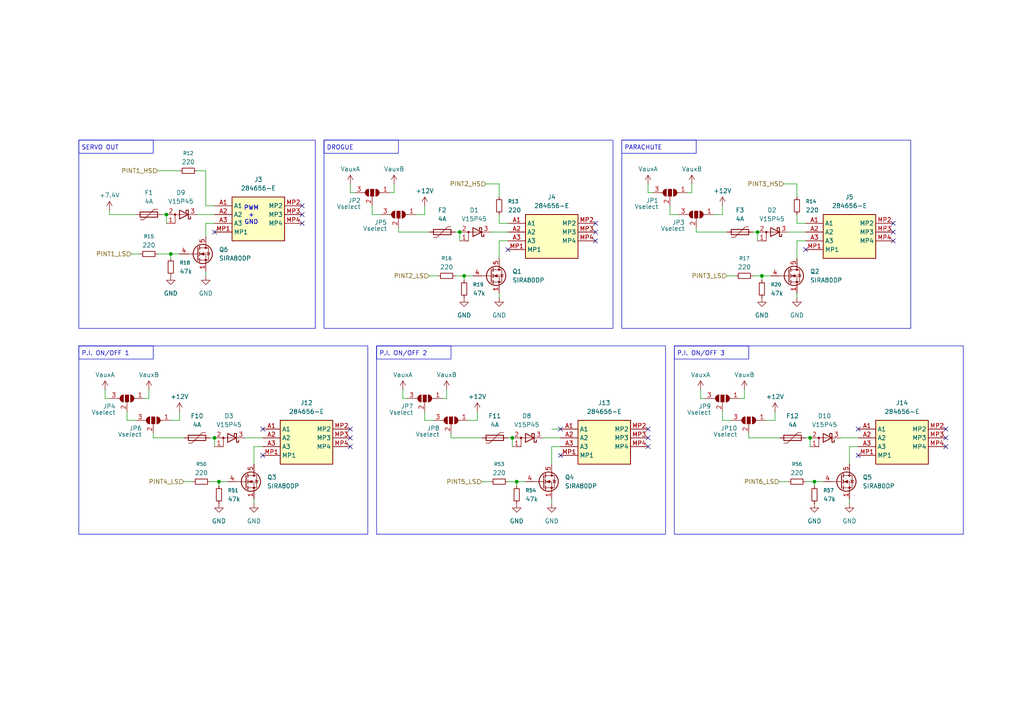
<source format=kicad_sch>
(kicad_sch
	(version 20250114)
	(generator "eeschema")
	(generator_version "9.0")
	(uuid "22ab1ff4-7441-4ce3-aaed-9693eb17c5e1")
	(paper "A4")
	(title_block
		(title "Modulo Attuazione")
		(date "2025-11-28")
		(company "StarPi")
	)
	(lib_symbols
		(symbol "Connettore_periferiche_dritto_TE_284052-E:284656-E"
			(exclude_from_sim no)
			(in_bom yes)
			(on_board yes)
			(property "Reference" "J"
				(at 21.59 7.62 0)
				(effects
					(font
						(size 1.27 1.27)
					)
					(justify left top)
				)
			)
			(property "Value" "284656-E"
				(at 21.59 5.08 0)
				(effects
					(font
						(size 1.27 1.27)
					)
					(justify left top)
				)
			)
			(property "Footprint" "ConnettoriTE:Connettore_periferiche_dritto_TE_284052-E"
				(at 21.59 -94.92 0)
				(effects
					(font
						(size 1.27 1.27)
					)
					(justify left top)
					(hide yes)
				)
			)
			(property "Datasheet" "https://www.te.com/commerce/DocumentDelivery/DDEController?Action=showdoc&DocId=Customer+Drawing%7F224984-E%7FG%7Fpdf%7FEnglish%7FENG_CD_224984-E_G.pdf%7F284656-E"
				(at 21.59 -194.92 0)
				(effects
					(font
						(size 1.27 1.27)
					)
					(justify left top)
					(hide yes)
				)
			)
			(property "Description" "PCB Mount Header, Vertical, Cable-to-Board, 3 Position, 2.54 mm [.1 in] Centerline, Fully Shrouded, Gold (Au), Surface Mount, ERNI MaxiBridge"
				(at 0 0 0)
				(effects
					(font
						(size 1.27 1.27)
					)
					(hide yes)
				)
			)
			(property "Height" "9.9"
				(at 21.59 -394.92 0)
				(effects
					(font
						(size 1.27 1.27)
					)
					(justify left top)
					(hide yes)
				)
			)
			(property "Mouser Part Number" ""
				(at 21.59 -494.92 0)
				(effects
					(font
						(size 1.27 1.27)
					)
					(justify left top)
					(hide yes)
				)
			)
			(property "Mouser Price/Stock" ""
				(at 21.59 -594.92 0)
				(effects
					(font
						(size 1.27 1.27)
					)
					(justify left top)
					(hide yes)
				)
			)
			(property "Manufacturer_Name" "TE Connectivity"
				(at 21.59 -694.92 0)
				(effects
					(font
						(size 1.27 1.27)
					)
					(justify left top)
					(hide yes)
				)
			)
			(property "Manufacturer_Part_Number" "284656-E"
				(at 21.59 -794.92 0)
				(effects
					(font
						(size 1.27 1.27)
					)
					(justify left top)
					(hide yes)
				)
			)
			(symbol "284656-E_1_1"
				(rectangle
					(start 5.08 2.54)
					(end 20.32 -10.16)
					(stroke
						(width 0.254)
						(type default)
					)
					(fill
						(type background)
					)
				)
				(pin passive line
					(at 0 0 0)
					(length 5.08)
					(name "A1"
						(effects
							(font
								(size 1.27 1.27)
							)
						)
					)
					(number "A1"
						(effects
							(font
								(size 1.27 1.27)
							)
						)
					)
				)
				(pin passive line
					(at 0 -2.54 0)
					(length 5.08)
					(name "A2"
						(effects
							(font
								(size 1.27 1.27)
							)
						)
					)
					(number "A2"
						(effects
							(font
								(size 1.27 1.27)
							)
						)
					)
				)
				(pin passive line
					(at 0 -5.08 0)
					(length 5.08)
					(name "A3"
						(effects
							(font
								(size 1.27 1.27)
							)
						)
					)
					(number "A3"
						(effects
							(font
								(size 1.27 1.27)
							)
						)
					)
				)
				(pin passive line
					(at 0 -7.62 0)
					(length 5.08)
					(name "MP1"
						(effects
							(font
								(size 1.27 1.27)
							)
						)
					)
					(number "MP1"
						(effects
							(font
								(size 1.27 1.27)
							)
						)
					)
				)
				(pin passive line
					(at 25.4 0 180)
					(length 5.08)
					(name "MP2"
						(effects
							(font
								(size 1.27 1.27)
							)
						)
					)
					(number "MP2"
						(effects
							(font
								(size 1.27 1.27)
							)
						)
					)
				)
				(pin passive line
					(at 25.4 -2.54 180)
					(length 5.08)
					(name "MP3"
						(effects
							(font
								(size 1.27 1.27)
							)
						)
					)
					(number "MP3"
						(effects
							(font
								(size 1.27 1.27)
							)
						)
					)
				)
				(pin passive line
					(at 25.4 -5.08 180)
					(length 5.08)
					(name "MP4"
						(effects
							(font
								(size 1.27 1.27)
							)
						)
					)
					(number "MP4"
						(effects
							(font
								(size 1.27 1.27)
							)
						)
					)
				)
			)
			(embedded_fonts no)
		)
		(symbol "Device:D_Schottky_AAK"
			(pin_names
				(offset 0)
				(hide yes)
			)
			(exclude_from_sim no)
			(in_bom yes)
			(on_board yes)
			(property "Reference" "D"
				(at 0 2.54 0)
				(effects
					(font
						(size 1.27 1.27)
					)
				)
			)
			(property "Value" "D_Schottky_AAK"
				(at 0 -2.54 0)
				(effects
					(font
						(size 1.27 1.27)
					)
				)
			)
			(property "Footprint" ""
				(at 0 0 0)
				(effects
					(font
						(size 1.27 1.27)
					)
					(hide yes)
				)
			)
			(property "Datasheet" "~"
				(at 0 0 0)
				(effects
					(font
						(size 1.27 1.27)
					)
					(hide yes)
				)
			)
			(property "Description" "Schottky diode, anode on pins 1 and 2"
				(at 0 0 0)
				(effects
					(font
						(size 1.27 1.27)
					)
					(hide yes)
				)
			)
			(property "ki_keywords" "diode Schottky SCHDPAK"
				(at 0 0 0)
				(effects
					(font
						(size 1.27 1.27)
					)
					(hide yes)
				)
			)
			(property "ki_fp_filters" "TO-???* *_Diode_* *SingleDiode* D_*"
				(at 0 0 0)
				(effects
					(font
						(size 1.27 1.27)
					)
					(hide yes)
				)
			)
			(symbol "D_Schottky_AAK_0_1"
				(polyline
					(pts
						(xy -1.905 0.635) (xy -1.905 1.27) (xy -1.27 1.27) (xy -1.27 -1.27) (xy -0.635 -1.27) (xy -0.635 -0.635)
					)
					(stroke
						(width 0.254)
						(type default)
					)
					(fill
						(type none)
					)
				)
				(polyline
					(pts
						(xy 1.27 1.27) (xy 1.27 -1.27) (xy -1.27 0) (xy 1.27 1.27)
					)
					(stroke
						(width 0.254)
						(type default)
					)
					(fill
						(type none)
					)
				)
				(circle
					(center 2.54 0)
					(radius 0.254)
					(stroke
						(width 0)
						(type default)
					)
					(fill
						(type outline)
					)
				)
				(polyline
					(pts
						(xy 3.81 2.54) (xy 2.54 2.54) (xy 2.54 0) (xy -1.27 0)
					)
					(stroke
						(width 0)
						(type default)
					)
					(fill
						(type none)
					)
				)
			)
			(symbol "D_Schottky_AAK_1_1"
				(pin passive line
					(at -3.81 0 0)
					(length 2.54)
					(name "K"
						(effects
							(font
								(size 1.27 1.27)
							)
						)
					)
					(number "3"
						(effects
							(font
								(size 1.27 1.27)
							)
						)
					)
				)
				(pin passive line
					(at 5.08 2.54 180)
					(length 2.54)
					(name "A"
						(effects
							(font
								(size 1.27 1.27)
							)
						)
					)
					(number "1"
						(effects
							(font
								(size 1.27 1.27)
							)
						)
					)
				)
				(pin passive line
					(at 5.08 0 180)
					(length 2.54)
					(name "A"
						(effects
							(font
								(size 1.27 1.27)
							)
						)
					)
					(number "2"
						(effects
							(font
								(size 1.27 1.27)
							)
						)
					)
				)
			)
			(embedded_fonts no)
		)
		(symbol "Device:Polyfuse"
			(pin_numbers
				(hide yes)
			)
			(pin_names
				(offset 0)
			)
			(exclude_from_sim no)
			(in_bom yes)
			(on_board yes)
			(property "Reference" "F"
				(at -2.54 0 90)
				(effects
					(font
						(size 1.27 1.27)
					)
				)
			)
			(property "Value" "Polyfuse"
				(at 2.54 0 90)
				(effects
					(font
						(size 1.27 1.27)
					)
				)
			)
			(property "Footprint" ""
				(at 1.27 -5.08 0)
				(effects
					(font
						(size 1.27 1.27)
					)
					(justify left)
					(hide yes)
				)
			)
			(property "Datasheet" "~"
				(at 0 0 0)
				(effects
					(font
						(size 1.27 1.27)
					)
					(hide yes)
				)
			)
			(property "Description" "Resettable fuse, polymeric positive temperature coefficient"
				(at 0 0 0)
				(effects
					(font
						(size 1.27 1.27)
					)
					(hide yes)
				)
			)
			(property "ki_keywords" "resettable fuse PTC PPTC polyfuse polyswitch"
				(at 0 0 0)
				(effects
					(font
						(size 1.27 1.27)
					)
					(hide yes)
				)
			)
			(property "ki_fp_filters" "*polyfuse* *PTC*"
				(at 0 0 0)
				(effects
					(font
						(size 1.27 1.27)
					)
					(hide yes)
				)
			)
			(symbol "Polyfuse_0_1"
				(polyline
					(pts
						(xy -1.524 2.54) (xy -1.524 1.524) (xy 1.524 -1.524) (xy 1.524 -2.54)
					)
					(stroke
						(width 0)
						(type default)
					)
					(fill
						(type none)
					)
				)
				(rectangle
					(start -0.762 2.54)
					(end 0.762 -2.54)
					(stroke
						(width 0.254)
						(type default)
					)
					(fill
						(type none)
					)
				)
				(polyline
					(pts
						(xy 0 2.54) (xy 0 -2.54)
					)
					(stroke
						(width 0)
						(type default)
					)
					(fill
						(type none)
					)
				)
			)
			(symbol "Polyfuse_1_1"
				(pin passive line
					(at 0 3.81 270)
					(length 1.27)
					(name "~"
						(effects
							(font
								(size 1.27 1.27)
							)
						)
					)
					(number "1"
						(effects
							(font
								(size 1.27 1.27)
							)
						)
					)
				)
				(pin passive line
					(at 0 -3.81 90)
					(length 1.27)
					(name "~"
						(effects
							(font
								(size 1.27 1.27)
							)
						)
					)
					(number "2"
						(effects
							(font
								(size 1.27 1.27)
							)
						)
					)
				)
			)
			(embedded_fonts no)
		)
		(symbol "Device:R_Small"
			(pin_numbers
				(hide yes)
			)
			(pin_names
				(offset 0.254)
				(hide yes)
			)
			(exclude_from_sim no)
			(in_bom yes)
			(on_board yes)
			(property "Reference" "R"
				(at 0 0 90)
				(effects
					(font
						(size 1.016 1.016)
					)
				)
			)
			(property "Value" "R_Small"
				(at 1.778 0 90)
				(effects
					(font
						(size 1.27 1.27)
					)
				)
			)
			(property "Footprint" ""
				(at 0 0 0)
				(effects
					(font
						(size 1.27 1.27)
					)
					(hide yes)
				)
			)
			(property "Datasheet" "~"
				(at 0 0 0)
				(effects
					(font
						(size 1.27 1.27)
					)
					(hide yes)
				)
			)
			(property "Description" "Resistor, small symbol"
				(at 0 0 0)
				(effects
					(font
						(size 1.27 1.27)
					)
					(hide yes)
				)
			)
			(property "ki_keywords" "R resistor"
				(at 0 0 0)
				(effects
					(font
						(size 1.27 1.27)
					)
					(hide yes)
				)
			)
			(property "ki_fp_filters" "R_*"
				(at 0 0 0)
				(effects
					(font
						(size 1.27 1.27)
					)
					(hide yes)
				)
			)
			(symbol "R_Small_0_1"
				(rectangle
					(start -0.762 1.778)
					(end 0.762 -1.778)
					(stroke
						(width 0.2032)
						(type default)
					)
					(fill
						(type none)
					)
				)
			)
			(symbol "R_Small_1_1"
				(pin passive line
					(at 0 2.54 270)
					(length 0.762)
					(name "~"
						(effects
							(font
								(size 1.27 1.27)
							)
						)
					)
					(number "1"
						(effects
							(font
								(size 1.27 1.27)
							)
						)
					)
				)
				(pin passive line
					(at 0 -2.54 90)
					(length 0.762)
					(name "~"
						(effects
							(font
								(size 1.27 1.27)
							)
						)
					)
					(number "2"
						(effects
							(font
								(size 1.27 1.27)
							)
						)
					)
				)
			)
			(embedded_fonts no)
		)
		(symbol "Jumper:SolderJumper_3_Open"
			(pin_names
				(offset 0)
				(hide yes)
			)
			(exclude_from_sim no)
			(in_bom no)
			(on_board yes)
			(property "Reference" "JP"
				(at -2.54 -2.54 0)
				(effects
					(font
						(size 1.27 1.27)
					)
				)
			)
			(property "Value" "SolderJumper_3_Open"
				(at 0 2.794 0)
				(effects
					(font
						(size 1.27 1.27)
					)
				)
			)
			(property "Footprint" ""
				(at 0 0 0)
				(effects
					(font
						(size 1.27 1.27)
					)
					(hide yes)
				)
			)
			(property "Datasheet" "~"
				(at 0 0 0)
				(effects
					(font
						(size 1.27 1.27)
					)
					(hide yes)
				)
			)
			(property "Description" "Solder Jumper, 3-pole, open"
				(at 0 0 0)
				(effects
					(font
						(size 1.27 1.27)
					)
					(hide yes)
				)
			)
			(property "ki_keywords" "Solder Jumper SPDT"
				(at 0 0 0)
				(effects
					(font
						(size 1.27 1.27)
					)
					(hide yes)
				)
			)
			(property "ki_fp_filters" "SolderJumper*Open*"
				(at 0 0 0)
				(effects
					(font
						(size 1.27 1.27)
					)
					(hide yes)
				)
			)
			(symbol "SolderJumper_3_Open_0_1"
				(polyline
					(pts
						(xy -2.54 0) (xy -2.032 0)
					)
					(stroke
						(width 0)
						(type default)
					)
					(fill
						(type none)
					)
				)
				(polyline
					(pts
						(xy -1.016 1.016) (xy -1.016 -1.016)
					)
					(stroke
						(width 0)
						(type default)
					)
					(fill
						(type none)
					)
				)
				(arc
					(start -1.016 -1.016)
					(mid -2.0276 0)
					(end -1.016 1.016)
					(stroke
						(width 0)
						(type default)
					)
					(fill
						(type none)
					)
				)
				(arc
					(start -1.016 -1.016)
					(mid -2.0276 0)
					(end -1.016 1.016)
					(stroke
						(width 0)
						(type default)
					)
					(fill
						(type outline)
					)
				)
				(rectangle
					(start -0.508 1.016)
					(end 0.508 -1.016)
					(stroke
						(width 0)
						(type default)
					)
					(fill
						(type outline)
					)
				)
				(polyline
					(pts
						(xy 0 -1.27) (xy 0 -1.016)
					)
					(stroke
						(width 0)
						(type default)
					)
					(fill
						(type none)
					)
				)
				(arc
					(start 1.016 1.016)
					(mid 2.0276 0)
					(end 1.016 -1.016)
					(stroke
						(width 0)
						(type default)
					)
					(fill
						(type none)
					)
				)
				(arc
					(start 1.016 1.016)
					(mid 2.0276 0)
					(end 1.016 -1.016)
					(stroke
						(width 0)
						(type default)
					)
					(fill
						(type outline)
					)
				)
				(polyline
					(pts
						(xy 1.016 1.016) (xy 1.016 -1.016)
					)
					(stroke
						(width 0)
						(type default)
					)
					(fill
						(type none)
					)
				)
				(polyline
					(pts
						(xy 2.54 0) (xy 2.032 0)
					)
					(stroke
						(width 0)
						(type default)
					)
					(fill
						(type none)
					)
				)
			)
			(symbol "SolderJumper_3_Open_1_1"
				(pin passive line
					(at -5.08 0 0)
					(length 2.54)
					(name "A"
						(effects
							(font
								(size 1.27 1.27)
							)
						)
					)
					(number "1"
						(effects
							(font
								(size 1.27 1.27)
							)
						)
					)
				)
				(pin passive line
					(at 0 -3.81 90)
					(length 2.54)
					(name "C"
						(effects
							(font
								(size 1.27 1.27)
							)
						)
					)
					(number "2"
						(effects
							(font
								(size 1.27 1.27)
							)
						)
					)
				)
				(pin passive line
					(at 5.08 0 180)
					(length 2.54)
					(name "B"
						(effects
							(font
								(size 1.27 1.27)
							)
						)
					)
					(number "3"
						(effects
							(font
								(size 1.27 1.27)
							)
						)
					)
				)
			)
			(embedded_fonts no)
		)
		(symbol "Transistor_FET:SiR696DP"
			(pin_names
				(hide yes)
			)
			(exclude_from_sim no)
			(in_bom yes)
			(on_board yes)
			(property "Reference" "Q"
				(at 5.08 1.905 0)
				(effects
					(font
						(size 1.27 1.27)
					)
					(justify left)
				)
			)
			(property "Value" "SiR696DP"
				(at 5.08 0 0)
				(effects
					(font
						(size 1.27 1.27)
					)
					(justify left)
				)
			)
			(property "Footprint" "Package_SO:PowerPAK_SO-8_Single"
				(at 5.08 -1.905 0)
				(effects
					(font
						(size 1.27 1.27)
						(italic yes)
					)
					(justify left)
					(hide yes)
				)
			)
			(property "Datasheet" "https://www.vishay.com/docs/65689/sir696dp.pdf"
				(at 5.08 -3.81 0)
				(effects
					(font
						(size 1.27 1.27)
					)
					(justify left)
					(hide yes)
				)
			)
			(property "Description" "60A Id, 125V Vds N-Channel MOSFET, 9.6mOhm Ron, 19.4 nC Qg(typ), PowerPAK-8"
				(at 0 0 0)
				(effects
					(font
						(size 1.27 1.27)
					)
					(hide yes)
				)
			)
			(property "ki_keywords" "NMOS NFET Vishay"
				(at 0 0 0)
				(effects
					(font
						(size 1.27 1.27)
					)
					(hide yes)
				)
			)
			(property "ki_fp_filters" "PowerPAK*SO*Single*"
				(at 0 0 0)
				(effects
					(font
						(size 1.27 1.27)
					)
					(hide yes)
				)
			)
			(symbol "SiR696DP_0_1"
				(polyline
					(pts
						(xy 0.254 1.905) (xy 0.254 -1.905)
					)
					(stroke
						(width 0.254)
						(type default)
					)
					(fill
						(type none)
					)
				)
				(polyline
					(pts
						(xy 0.254 0) (xy -2.54 0)
					)
					(stroke
						(width 0)
						(type default)
					)
					(fill
						(type none)
					)
				)
				(polyline
					(pts
						(xy 0.762 2.286) (xy 0.762 1.27)
					)
					(stroke
						(width 0.254)
						(type default)
					)
					(fill
						(type none)
					)
				)
				(polyline
					(pts
						(xy 0.762 0.508) (xy 0.762 -0.508)
					)
					(stroke
						(width 0.254)
						(type default)
					)
					(fill
						(type none)
					)
				)
				(polyline
					(pts
						(xy 0.762 -1.27) (xy 0.762 -2.286)
					)
					(stroke
						(width 0.254)
						(type default)
					)
					(fill
						(type none)
					)
				)
				(polyline
					(pts
						(xy 0.762 -1.778) (xy 3.302 -1.778) (xy 3.302 1.778) (xy 0.762 1.778)
					)
					(stroke
						(width 0)
						(type default)
					)
					(fill
						(type none)
					)
				)
				(polyline
					(pts
						(xy 1.016 0) (xy 2.032 0.381) (xy 2.032 -0.381) (xy 1.016 0)
					)
					(stroke
						(width 0)
						(type default)
					)
					(fill
						(type outline)
					)
				)
				(circle
					(center 1.651 0)
					(radius 2.794)
					(stroke
						(width 0.254)
						(type default)
					)
					(fill
						(type none)
					)
				)
				(polyline
					(pts
						(xy 2.54 2.54) (xy 2.54 1.778)
					)
					(stroke
						(width 0)
						(type default)
					)
					(fill
						(type none)
					)
				)
				(circle
					(center 2.54 1.778)
					(radius 0.254)
					(stroke
						(width 0)
						(type default)
					)
					(fill
						(type outline)
					)
				)
				(circle
					(center 2.54 -1.778)
					(radius 0.254)
					(stroke
						(width 0)
						(type default)
					)
					(fill
						(type outline)
					)
				)
				(polyline
					(pts
						(xy 2.54 -2.54) (xy 2.54 0) (xy 0.762 0)
					)
					(stroke
						(width 0)
						(type default)
					)
					(fill
						(type none)
					)
				)
				(polyline
					(pts
						(xy 2.794 0.508) (xy 2.921 0.381) (xy 3.683 0.381) (xy 3.81 0.254)
					)
					(stroke
						(width 0)
						(type default)
					)
					(fill
						(type none)
					)
				)
				(polyline
					(pts
						(xy 3.302 0.381) (xy 2.921 -0.254) (xy 3.683 -0.254) (xy 3.302 0.381)
					)
					(stroke
						(width 0)
						(type default)
					)
					(fill
						(type none)
					)
				)
			)
			(symbol "SiR696DP_1_1"
				(pin input line
					(at -5.08 0 0)
					(length 2.54)
					(name "G"
						(effects
							(font
								(size 1.27 1.27)
							)
						)
					)
					(number "4"
						(effects
							(font
								(size 1.27 1.27)
							)
						)
					)
				)
				(pin passive line
					(at 2.54 5.08 270)
					(length 2.54)
					(name "D"
						(effects
							(font
								(size 1.27 1.27)
							)
						)
					)
					(number "5"
						(effects
							(font
								(size 1.27 1.27)
							)
						)
					)
				)
				(pin passive line
					(at 2.54 -5.08 90)
					(length 2.54)
					(name "S"
						(effects
							(font
								(size 1.27 1.27)
							)
						)
					)
					(number "1"
						(effects
							(font
								(size 1.27 1.27)
							)
						)
					)
				)
				(pin passive line
					(at 2.54 -5.08 90)
					(length 2.54)
					(hide yes)
					(name "S"
						(effects
							(font
								(size 1.27 1.27)
							)
						)
					)
					(number "2"
						(effects
							(font
								(size 1.27 1.27)
							)
						)
					)
				)
				(pin passive line
					(at 2.54 -5.08 90)
					(length 2.54)
					(hide yes)
					(name "S"
						(effects
							(font
								(size 1.27 1.27)
							)
						)
					)
					(number "3"
						(effects
							(font
								(size 1.27 1.27)
							)
						)
					)
				)
			)
			(embedded_fonts no)
		)
		(symbol "power:+12V"
			(power)
			(pin_numbers
				(hide yes)
			)
			(pin_names
				(offset 0)
				(hide yes)
			)
			(exclude_from_sim no)
			(in_bom yes)
			(on_board yes)
			(property "Reference" "#PWR"
				(at 0 -3.81 0)
				(effects
					(font
						(size 1.27 1.27)
					)
					(hide yes)
				)
			)
			(property "Value" "+12V"
				(at 0 3.556 0)
				(effects
					(font
						(size 1.27 1.27)
					)
				)
			)
			(property "Footprint" ""
				(at 0 0 0)
				(effects
					(font
						(size 1.27 1.27)
					)
					(hide yes)
				)
			)
			(property "Datasheet" ""
				(at 0 0 0)
				(effects
					(font
						(size 1.27 1.27)
					)
					(hide yes)
				)
			)
			(property "Description" "Power symbol creates a global label with name \"+12V\""
				(at 0 0 0)
				(effects
					(font
						(size 1.27 1.27)
					)
					(hide yes)
				)
			)
			(property "ki_keywords" "global power"
				(at 0 0 0)
				(effects
					(font
						(size 1.27 1.27)
					)
					(hide yes)
				)
			)
			(symbol "+12V_0_1"
				(polyline
					(pts
						(xy -0.762 1.27) (xy 0 2.54)
					)
					(stroke
						(width 0)
						(type default)
					)
					(fill
						(type none)
					)
				)
				(polyline
					(pts
						(xy 0 2.54) (xy 0.762 1.27)
					)
					(stroke
						(width 0)
						(type default)
					)
					(fill
						(type none)
					)
				)
				(polyline
					(pts
						(xy 0 0) (xy 0 2.54)
					)
					(stroke
						(width 0)
						(type default)
					)
					(fill
						(type none)
					)
				)
			)
			(symbol "+12V_1_1"
				(pin power_in line
					(at 0 0 90)
					(length 0)
					(name "~"
						(effects
							(font
								(size 1.27 1.27)
							)
						)
					)
					(number "1"
						(effects
							(font
								(size 1.27 1.27)
							)
						)
					)
				)
			)
			(embedded_fonts no)
		)
		(symbol "power:+3.3V"
			(power)
			(pin_numbers
				(hide yes)
			)
			(pin_names
				(offset 0)
				(hide yes)
			)
			(exclude_from_sim no)
			(in_bom yes)
			(on_board yes)
			(property "Reference" "#PWR"
				(at 0 -3.81 0)
				(effects
					(font
						(size 1.27 1.27)
					)
					(hide yes)
				)
			)
			(property "Value" "+3.3V"
				(at 0 3.556 0)
				(effects
					(font
						(size 1.27 1.27)
					)
				)
			)
			(property "Footprint" ""
				(at 0 0 0)
				(effects
					(font
						(size 1.27 1.27)
					)
					(hide yes)
				)
			)
			(property "Datasheet" ""
				(at 0 0 0)
				(effects
					(font
						(size 1.27 1.27)
					)
					(hide yes)
				)
			)
			(property "Description" "Power symbol creates a global label with name \"+3.3V\""
				(at 0 0 0)
				(effects
					(font
						(size 1.27 1.27)
					)
					(hide yes)
				)
			)
			(property "ki_keywords" "global power"
				(at 0 0 0)
				(effects
					(font
						(size 1.27 1.27)
					)
					(hide yes)
				)
			)
			(symbol "+3.3V_0_1"
				(polyline
					(pts
						(xy -0.762 1.27) (xy 0 2.54)
					)
					(stroke
						(width 0)
						(type default)
					)
					(fill
						(type none)
					)
				)
				(polyline
					(pts
						(xy 0 2.54) (xy 0.762 1.27)
					)
					(stroke
						(width 0)
						(type default)
					)
					(fill
						(type none)
					)
				)
				(polyline
					(pts
						(xy 0 0) (xy 0 2.54)
					)
					(stroke
						(width 0)
						(type default)
					)
					(fill
						(type none)
					)
				)
			)
			(symbol "+3.3V_1_1"
				(pin power_in line
					(at 0 0 90)
					(length 0)
					(name "~"
						(effects
							(font
								(size 1.27 1.27)
							)
						)
					)
					(number "1"
						(effects
							(font
								(size 1.27 1.27)
							)
						)
					)
				)
			)
			(embedded_fonts no)
		)
		(symbol "power:+5V"
			(power)
			(pin_numbers
				(hide yes)
			)
			(pin_names
				(offset 0)
				(hide yes)
			)
			(exclude_from_sim no)
			(in_bom yes)
			(on_board yes)
			(property "Reference" "#PWR"
				(at 0 -3.81 0)
				(effects
					(font
						(size 1.27 1.27)
					)
					(hide yes)
				)
			)
			(property "Value" "+5V"
				(at 0 3.556 0)
				(effects
					(font
						(size 1.27 1.27)
					)
				)
			)
			(property "Footprint" ""
				(at 0 0 0)
				(effects
					(font
						(size 1.27 1.27)
					)
					(hide yes)
				)
			)
			(property "Datasheet" ""
				(at 0 0 0)
				(effects
					(font
						(size 1.27 1.27)
					)
					(hide yes)
				)
			)
			(property "Description" "Power symbol creates a global label with name \"+5V\""
				(at 0 0 0)
				(effects
					(font
						(size 1.27 1.27)
					)
					(hide yes)
				)
			)
			(property "ki_keywords" "global power"
				(at 0 0 0)
				(effects
					(font
						(size 1.27 1.27)
					)
					(hide yes)
				)
			)
			(symbol "+5V_0_1"
				(polyline
					(pts
						(xy -0.762 1.27) (xy 0 2.54)
					)
					(stroke
						(width 0)
						(type default)
					)
					(fill
						(type none)
					)
				)
				(polyline
					(pts
						(xy 0 2.54) (xy 0.762 1.27)
					)
					(stroke
						(width 0)
						(type default)
					)
					(fill
						(type none)
					)
				)
				(polyline
					(pts
						(xy 0 0) (xy 0 2.54)
					)
					(stroke
						(width 0)
						(type default)
					)
					(fill
						(type none)
					)
				)
			)
			(symbol "+5V_1_1"
				(pin power_in line
					(at 0 0 90)
					(length 0)
					(name "~"
						(effects
							(font
								(size 1.27 1.27)
							)
						)
					)
					(number "1"
						(effects
							(font
								(size 1.27 1.27)
							)
						)
					)
				)
			)
			(embedded_fonts no)
		)
		(symbol "power:GND"
			(power)
			(pin_numbers
				(hide yes)
			)
			(pin_names
				(offset 0)
				(hide yes)
			)
			(exclude_from_sim no)
			(in_bom yes)
			(on_board yes)
			(property "Reference" "#PWR"
				(at 0 -6.35 0)
				(effects
					(font
						(size 1.27 1.27)
					)
					(hide yes)
				)
			)
			(property "Value" "GND"
				(at 0 -3.81 0)
				(effects
					(font
						(size 1.27 1.27)
					)
				)
			)
			(property "Footprint" ""
				(at 0 0 0)
				(effects
					(font
						(size 1.27 1.27)
					)
					(hide yes)
				)
			)
			(property "Datasheet" ""
				(at 0 0 0)
				(effects
					(font
						(size 1.27 1.27)
					)
					(hide yes)
				)
			)
			(property "Description" "Power symbol creates a global label with name \"GND\" , ground"
				(at 0 0 0)
				(effects
					(font
						(size 1.27 1.27)
					)
					(hide yes)
				)
			)
			(property "ki_keywords" "global power"
				(at 0 0 0)
				(effects
					(font
						(size 1.27 1.27)
					)
					(hide yes)
				)
			)
			(symbol "GND_0_1"
				(polyline
					(pts
						(xy 0 0) (xy 0 -1.27) (xy 1.27 -1.27) (xy 0 -2.54) (xy -1.27 -1.27) (xy 0 -1.27)
					)
					(stroke
						(width 0)
						(type default)
					)
					(fill
						(type none)
					)
				)
			)
			(symbol "GND_1_1"
				(pin power_in line
					(at 0 0 270)
					(length 0)
					(name "~"
						(effects
							(font
								(size 1.27 1.27)
							)
						)
					)
					(number "1"
						(effects
							(font
								(size 1.27 1.27)
							)
						)
					)
				)
			)
			(embedded_fonts no)
		)
	)
	(rectangle
		(start 22.86 100.33)
		(end 106.68 154.94)
		(stroke
			(width 0)
			(type default)
		)
		(fill
			(type none)
		)
		(uuid 06be504d-f5f3-4dd5-9771-b25954dd55c9)
	)
	(rectangle
		(start 195.58 100.33)
		(end 279.4 154.94)
		(stroke
			(width 0)
			(type default)
		)
		(fill
			(type none)
		)
		(uuid 12eb5d12-14d8-42fa-b3fc-e34f83a74879)
	)
	(rectangle
		(start 22.86 40.64)
		(end 44.45 44.45)
		(stroke
			(width 0)
			(type default)
		)
		(fill
			(type none)
		)
		(uuid 365336d6-763e-4202-ba08-3a9f09ad11fc)
	)
	(rectangle
		(start 109.22 100.33)
		(end 130.81 104.14)
		(stroke
			(width 0)
			(type default)
		)
		(fill
			(type none)
		)
		(uuid 548bda01-2cc7-4c0b-ac00-c5f769151c8c)
	)
	(rectangle
		(start 180.34 40.64)
		(end 264.16 95.25)
		(stroke
			(width 0)
			(type default)
		)
		(fill
			(type none)
		)
		(uuid 5849248b-a275-4f37-891c-f4111cb9886a)
	)
	(rectangle
		(start 109.22 100.33)
		(end 193.04 154.94)
		(stroke
			(width 0)
			(type default)
		)
		(fill
			(type none)
		)
		(uuid 7993aa73-98ec-4037-81e9-ff62663afb3f)
	)
	(rectangle
		(start 22.86 40.64)
		(end 91.44 95.25)
		(stroke
			(width 0)
			(type default)
		)
		(fill
			(type none)
		)
		(uuid 8ead5a64-d3b3-4c3f-8858-fc77f1acfa8a)
	)
	(rectangle
		(start 93.98 40.64)
		(end 115.57 44.45)
		(stroke
			(width 0)
			(type default)
		)
		(fill
			(type none)
		)
		(uuid 952998ac-20c4-4b19-b22e-76b64741d232)
	)
	(rectangle
		(start 93.98 40.64)
		(end 177.8 95.25)
		(stroke
			(width 0)
			(type default)
		)
		(fill
			(type none)
		)
		(uuid a7afdaca-da1a-466e-be33-3e483a1fd2b4)
	)
	(rectangle
		(start 195.58 100.33)
		(end 217.17 104.14)
		(stroke
			(width 0)
			(type default)
		)
		(fill
			(type none)
		)
		(uuid b2c5e244-21c0-46af-9952-cb5ed2116bfe)
	)
	(rectangle
		(start 22.86 100.33)
		(end 44.45 104.14)
		(stroke
			(width 0)
			(type default)
		)
		(fill
			(type none)
		)
		(uuid dc832925-9379-4c91-9258-6b34a87635d4)
	)
	(rectangle
		(start 180.34 40.64)
		(end 201.93 44.45)
		(stroke
			(width 0)
			(type default)
		)
		(fill
			(type none)
		)
		(uuid fbb6a5c1-84ef-45c9-b4a4-bec6fc82a76b)
	)
	(text "P.I. ON/OFF 2"
		(exclude_from_sim no)
		(at 109.982 102.616 0)
		(effects
			(font
				(size 1.27 1.27)
			)
			(justify left)
		)
		(uuid "240893d4-9562-4b7a-9488-ee70d22870aa")
	)
	(text "P.I. ON/OFF 3"
		(exclude_from_sim no)
		(at 196.342 102.616 0)
		(effects
			(font
				(size 1.27 1.27)
			)
			(justify left)
		)
		(uuid "759977c4-65fc-42b3-8477-0e67870858a4")
	)
	(text "PARACHUTE"
		(exclude_from_sim no)
		(at 181.102 42.926 0)
		(effects
			(font
				(size 1.27 1.27)
			)
			(justify left)
		)
		(uuid "94cf5b1e-1ce9-4206-9404-24c0d4dbf8c2")
	)
	(text "SERVO OUT"
		(exclude_from_sim no)
		(at 23.622 42.926 0)
		(effects
			(font
				(size 1.27 1.27)
			)
			(justify left)
		)
		(uuid "9d8bebc6-916a-4e30-8bb1-7e26bb671365")
	)
	(text "DROGUE"
		(exclude_from_sim no)
		(at 94.742 42.926 0)
		(effects
			(font
				(size 1.27 1.27)
			)
			(justify left)
		)
		(uuid "9dfe41f9-1b6a-4e9f-bd3e-de20016f7b1c")
	)
	(text "PWM\n+\nGND"
		(exclude_from_sim no)
		(at 72.898 62.484 0)
		(effects
			(font
				(size 1.27 1.27)
			)
		)
		(uuid "b8a00e4b-badc-48d5-a47e-8eacbd222658")
	)
	(text "P.I. ON/OFF 1"
		(exclude_from_sim no)
		(at 23.622 102.616 0)
		(effects
			(font
				(size 1.27 1.27)
			)
			(justify left)
		)
		(uuid "d23833c4-be41-458d-b65a-1fce47875076")
	)
	(text "PWM\n+\nGND"
		(exclude_from_sim no)
		(at 72.898 62.484 0)
		(effects
			(font
				(size 1.27 1.27)
			)
		)
		(uuid "e1069c3e-d898-49a6-8a3d-dfda35058916")
	)
	(junction
		(at 236.22 139.7)
		(diameter 0)
		(color 0 0 0 0)
		(uuid "0ec377a5-f838-4c99-b2f2-edb3ba05665e")
	)
	(junction
		(at 63.5 139.7)
		(diameter 0)
		(color 0 0 0 0)
		(uuid "1ff38edb-2af4-43d0-9ab2-44a45865f615")
	)
	(junction
		(at 62.23 127)
		(diameter 0)
		(color 0 0 0 0)
		(uuid "3dbc3729-6f4f-4082-bf01-393e4aca0ed1")
	)
	(junction
		(at 149.86 139.7)
		(diameter 0)
		(color 0 0 0 0)
		(uuid "45bbc6c3-0d92-4470-9402-6cb888832986")
	)
	(junction
		(at 134.62 80.01)
		(diameter 0)
		(color 0 0 0 0)
		(uuid "5226c186-fcde-47f9-8da8-b47340a29a7a")
	)
	(junction
		(at 49.53 73.66)
		(diameter 0)
		(color 0 0 0 0)
		(uuid "96381479-a4af-4cfb-9d81-9c36051f963a")
	)
	(junction
		(at 234.95 127)
		(diameter 0)
		(color 0 0 0 0)
		(uuid "d1e98860-695e-4010-90f5-cb57a60c4f77")
	)
	(junction
		(at 219.71 67.31)
		(diameter 0)
		(color 0 0 0 0)
		(uuid "d2907e26-21a6-454a-9d97-daf5ebaee488")
	)
	(junction
		(at 148.59 127)
		(diameter 0)
		(color 0 0 0 0)
		(uuid "d7ace479-8760-476a-be96-eb85b19a167f")
	)
	(junction
		(at 133.35 67.31)
		(diameter 0)
		(color 0 0 0 0)
		(uuid "d9469572-7827-4345-a81d-630f4aec0cba")
	)
	(junction
		(at 220.98 80.01)
		(diameter 0)
		(color 0 0 0 0)
		(uuid "efa330fa-7f72-41a7-8201-3d978aa84b76")
	)
	(junction
		(at 48.26 62.23)
		(diameter 0)
		(color 0 0 0 0)
		(uuid "f71b7a1e-1894-4b34-a8f5-681e24d3418b")
	)
	(no_connect
		(at 172.72 67.31)
		(uuid "1d4ef4a4-2375-47d8-b6db-b34cfef968ed")
	)
	(no_connect
		(at 87.63 59.69)
		(uuid "25e191ab-24b5-4bc5-9794-9168a1a510dc")
	)
	(no_connect
		(at 162.56 124.46)
		(uuid "26d56075-8d6e-41b6-9b6f-1addf8d41ec9")
	)
	(no_connect
		(at 187.96 124.46)
		(uuid "2c7c483c-1ef3-4f5c-a614-27543080c6dc")
	)
	(no_connect
		(at 76.2 124.46)
		(uuid "31666f9d-3a97-4812-8c9c-4ff08678a761")
	)
	(no_connect
		(at 76.2 132.08)
		(uuid "31df3471-43b6-4d12-b5ff-4090eb0252a0")
	)
	(no_connect
		(at 233.68 72.39)
		(uuid "35ac65fc-4ced-48f5-b487-e1b35c2c75c0")
	)
	(no_connect
		(at 172.72 64.77)
		(uuid "48cab8f1-511d-4daa-84fa-f528acfbd3d0")
	)
	(no_connect
		(at 259.08 69.85)
		(uuid "49200705-5ae2-4494-a52d-77d3d5ee9234")
	)
	(no_connect
		(at 187.96 129.54)
		(uuid "4d74ab2f-bd76-4444-aab9-11ce80921a6b")
	)
	(no_connect
		(at 101.6 127)
		(uuid "538ae36e-600d-4566-b0a6-8c434d6ea329")
	)
	(no_connect
		(at 147.32 72.39)
		(uuid "60974860-43c9-4626-bea6-ba724643f9e9")
	)
	(no_connect
		(at 187.96 127)
		(uuid "65fdbd9b-8167-4d16-8244-3a9f1dcf1803")
	)
	(no_connect
		(at 101.6 124.46)
		(uuid "6fc3bc83-7f46-4968-8828-57fbdddd9b01")
	)
	(no_connect
		(at 248.92 124.46)
		(uuid "70613a69-a5a9-4930-a7c2-572cc638f90b")
	)
	(no_connect
		(at 274.32 129.54)
		(uuid "74078a3f-7b26-4e98-8b51-fd9ecbeda616")
	)
	(no_connect
		(at 87.63 62.23)
		(uuid "77de04c3-56c5-4d1f-8a3a-bb2d6e52b0cf")
	)
	(no_connect
		(at 101.6 129.54)
		(uuid "7a7d8bc5-e340-40fb-8d78-b63305675126")
	)
	(no_connect
		(at 87.63 64.77)
		(uuid "85585fd3-c763-42db-aa7d-83bb83acf603")
	)
	(no_connect
		(at 259.08 64.77)
		(uuid "9cd29786-9a9e-406e-8ced-e16998b67d63")
	)
	(no_connect
		(at 162.56 132.08)
		(uuid "9e4314e9-6977-470a-8c8a-7d03f04d0872")
	)
	(no_connect
		(at 259.08 67.31)
		(uuid "b4fda398-068f-459d-9617-fcb89e381c2e")
	)
	(no_connect
		(at 274.32 127)
		(uuid "cad1c151-040a-4775-8e9c-874b00ab9b80")
	)
	(no_connect
		(at 248.92 132.08)
		(uuid "ce74e076-3068-441a-bcb0-e51f6aada322")
	)
	(no_connect
		(at 274.32 124.46)
		(uuid "df62749e-9290-4666-b425-27d6b6b832f7")
	)
	(no_connect
		(at 172.72 69.85)
		(uuid "efa390d7-51dd-43c8-8fee-7c11d2c919fe")
	)
	(no_connect
		(at 62.23 67.31)
		(uuid "f31bb6e5-c943-4175-a04b-74b463eec604")
	)
	(wire
		(pts
			(xy 73.66 129.54) (xy 76.2 129.54)
		)
		(stroke
			(width 0)
			(type default)
		)
		(uuid "00ba1572-359e-4d8d-bc33-8989ac878f39")
	)
	(wire
		(pts
			(xy 149.86 140.97) (xy 149.86 139.7)
		)
		(stroke
			(width 0)
			(type default)
		)
		(uuid "01bfade3-a44f-414a-bcea-4f97d26d6cdf")
	)
	(wire
		(pts
			(xy 115.57 67.31) (xy 124.46 67.31)
		)
		(stroke
			(width 0)
			(type default)
		)
		(uuid "030891c8-382c-4f8e-97f1-c572f214a3c0")
	)
	(wire
		(pts
			(xy 157.48 127) (xy 162.56 127)
		)
		(stroke
			(width 0)
			(type default)
		)
		(uuid "03f599df-126f-4419-a41d-e6d92d80b876")
	)
	(wire
		(pts
			(xy 226.06 139.7) (xy 228.6 139.7)
		)
		(stroke
			(width 0)
			(type default)
		)
		(uuid "0535085f-12af-4788-878e-36164f2d357d")
	)
	(wire
		(pts
			(xy 236.22 140.97) (xy 236.22 139.7)
		)
		(stroke
			(width 0)
			(type default)
		)
		(uuid "073d3b15-7664-41a2-851a-a8b0748b2018")
	)
	(wire
		(pts
			(xy 160.02 144.78) (xy 160.02 146.05)
		)
		(stroke
			(width 0)
			(type default)
		)
		(uuid "0feab319-2cdb-413e-a1e9-f32c39786acf")
	)
	(wire
		(pts
			(xy 148.59 127) (xy 147.32 127)
		)
		(stroke
			(width 0)
			(type default)
		)
		(uuid "1100d274-3f14-4fab-bc36-eb0c280a25c1")
	)
	(wire
		(pts
			(xy 148.59 127) (xy 148.59 129.54)
		)
		(stroke
			(width 0)
			(type default)
		)
		(uuid "11099e6d-4b3a-4374-82ff-40e36b111c10")
	)
	(wire
		(pts
			(xy 231.14 85.09) (xy 231.14 86.36)
		)
		(stroke
			(width 0)
			(type default)
		)
		(uuid "11ff6ef9-7c54-44ce-853c-bb5f9637fe0f")
	)
	(wire
		(pts
			(xy 36.83 121.92) (xy 39.37 121.92)
		)
		(stroke
			(width 0)
			(type default)
		)
		(uuid "12f5c1c2-837c-45d0-926f-20365f64d8d8")
	)
	(wire
		(pts
			(xy 71.12 127) (xy 76.2 127)
		)
		(stroke
			(width 0)
			(type default)
		)
		(uuid "132f820e-615e-41af-b920-7aca8b7b20ce")
	)
	(wire
		(pts
			(xy 60.96 139.7) (xy 63.5 139.7)
		)
		(stroke
			(width 0)
			(type default)
		)
		(uuid "13e91716-f08b-452d-9d3f-5c6f2beada8b")
	)
	(wire
		(pts
			(xy 63.5 140.97) (xy 63.5 139.7)
		)
		(stroke
			(width 0)
			(type default)
		)
		(uuid "141f0f4b-6488-41c5-aec8-0bb540415b09")
	)
	(wire
		(pts
			(xy 209.55 121.92) (xy 209.55 119.38)
		)
		(stroke
			(width 0)
			(type default)
		)
		(uuid "17cfd435-66de-4a15-94c6-09211339f379")
	)
	(wire
		(pts
			(xy 30.48 113.03) (xy 30.48 115.57)
		)
		(stroke
			(width 0)
			(type default)
		)
		(uuid "187c4dd5-2f21-4407-a03d-41fb5b7c189f")
	)
	(wire
		(pts
			(xy 231.14 69.85) (xy 233.68 69.85)
		)
		(stroke
			(width 0)
			(type default)
		)
		(uuid "18cfa904-97a0-467b-8903-50b8e4e1b890")
	)
	(wire
		(pts
			(xy 133.35 67.31) (xy 132.08 67.31)
		)
		(stroke
			(width 0)
			(type default)
		)
		(uuid "19d5a24b-5edd-4141-8c69-3416a35515ab")
	)
	(wire
		(pts
			(xy 38.1 73.66) (xy 40.64 73.66)
		)
		(stroke
			(width 0)
			(type default)
		)
		(uuid "19f12bf3-3297-48e2-9030-77faca500b3e")
	)
	(wire
		(pts
			(xy 209.55 121.92) (xy 212.09 121.92)
		)
		(stroke
			(width 0)
			(type default)
		)
		(uuid "1c39d368-2d30-44f9-a2c3-7916788a9df8")
	)
	(wire
		(pts
			(xy 120.65 62.23) (xy 123.19 62.23)
		)
		(stroke
			(width 0)
			(type default)
		)
		(uuid "1d591fe6-198c-45bf-94b8-57897db4a4d6")
	)
	(wire
		(pts
			(xy 144.78 69.85) (xy 147.32 69.85)
		)
		(stroke
			(width 0)
			(type default)
		)
		(uuid "234060cc-8f7a-4448-94e9-7e9675340ce4")
	)
	(wire
		(pts
			(xy 246.38 144.78) (xy 246.38 146.05)
		)
		(stroke
			(width 0)
			(type default)
		)
		(uuid "286b4124-cadb-4b2a-856f-1f2d8e2edf70")
	)
	(wire
		(pts
			(xy 59.69 59.69) (xy 62.23 59.69)
		)
		(stroke
			(width 0)
			(type default)
		)
		(uuid "294fa440-3ede-4486-b359-961fc21aa484")
	)
	(wire
		(pts
			(xy 124.46 80.01) (xy 127 80.01)
		)
		(stroke
			(width 0)
			(type default)
		)
		(uuid "2a475d8d-37fd-4353-8b25-b0bce75c63d0")
	)
	(wire
		(pts
			(xy 129.54 115.57) (xy 128.27 115.57)
		)
		(stroke
			(width 0)
			(type default)
		)
		(uuid "2d5d33b3-fee0-4242-a6c2-369058c18302")
	)
	(wire
		(pts
			(xy 194.31 62.23) (xy 196.85 62.23)
		)
		(stroke
			(width 0)
			(type default)
		)
		(uuid "2d79819e-452a-4623-bf03-d90538494ec4")
	)
	(wire
		(pts
			(xy 215.9 115.57) (xy 214.63 115.57)
		)
		(stroke
			(width 0)
			(type default)
		)
		(uuid "30b11fe8-e393-4e7d-98c2-033a2202b913")
	)
	(wire
		(pts
			(xy 201.93 67.31) (xy 201.93 66.04)
		)
		(stroke
			(width 0)
			(type default)
		)
		(uuid "33ec4f9a-44a3-4466-aeb5-5803d372f8c8")
	)
	(wire
		(pts
			(xy 123.19 62.23) (xy 123.19 59.69)
		)
		(stroke
			(width 0)
			(type default)
		)
		(uuid "376472f3-9086-4076-9843-22f303a02b63")
	)
	(wire
		(pts
			(xy 116.84 113.03) (xy 116.84 115.57)
		)
		(stroke
			(width 0)
			(type default)
		)
		(uuid "3981526f-2f92-480d-9b08-c615b9d9fb5d")
	)
	(wire
		(pts
			(xy 138.43 121.92) (xy 138.43 119.38)
		)
		(stroke
			(width 0)
			(type default)
		)
		(uuid "3c99a7a1-99a9-45bd-8261-c2954047e553")
	)
	(wire
		(pts
			(xy 59.69 78.74) (xy 59.69 80.01)
		)
		(stroke
			(width 0)
			(type default)
		)
		(uuid "3cdf3dee-285c-4cf9-a8b3-85e0072272ab")
	)
	(wire
		(pts
			(xy 219.71 67.31) (xy 218.44 67.31)
		)
		(stroke
			(width 0)
			(type default)
		)
		(uuid "3ff6ac30-6de4-48b1-bdb0-f099097c0c3b")
	)
	(wire
		(pts
			(xy 31.75 62.23) (xy 39.37 62.23)
		)
		(stroke
			(width 0)
			(type default)
		)
		(uuid "40239896-6d1d-48b6-aa0a-7a342d283d25")
	)
	(wire
		(pts
			(xy 228.6 67.31) (xy 233.68 67.31)
		)
		(stroke
			(width 0)
			(type default)
		)
		(uuid "44ae0b7a-aaae-4269-bbe6-f0538f374b0b")
	)
	(wire
		(pts
			(xy 133.35 67.31) (xy 133.35 69.85)
		)
		(stroke
			(width 0)
			(type default)
		)
		(uuid "4923c29f-06d7-41c1-9531-1b818e07d935")
	)
	(wire
		(pts
			(xy 234.95 127) (xy 233.68 127)
		)
		(stroke
			(width 0)
			(type default)
		)
		(uuid "4a413484-b50c-4244-b06c-18d6af0beb8a")
	)
	(wire
		(pts
			(xy 231.14 69.85) (xy 231.14 74.93)
		)
		(stroke
			(width 0)
			(type default)
		)
		(uuid "4d1febff-8761-4edb-b8dc-ee41aae85b18")
	)
	(wire
		(pts
			(xy 107.95 62.23) (xy 110.49 62.23)
		)
		(stroke
			(width 0)
			(type default)
		)
		(uuid "50ef0422-f585-4b6a-bbdf-c381688b4d83")
	)
	(wire
		(pts
			(xy 218.44 80.01) (xy 220.98 80.01)
		)
		(stroke
			(width 0)
			(type default)
		)
		(uuid "553b79d4-b281-486e-9bb1-551646502354")
	)
	(wire
		(pts
			(xy 142.24 67.31) (xy 147.32 67.31)
		)
		(stroke
			(width 0)
			(type default)
		)
		(uuid "5587ed81-348f-4e7f-bb72-80efd18eada5")
	)
	(wire
		(pts
			(xy 73.66 144.78) (xy 73.66 146.05)
		)
		(stroke
			(width 0)
			(type default)
		)
		(uuid "57b0395f-53e1-46d8-8923-8e559a0b3a71")
	)
	(wire
		(pts
			(xy 246.38 129.54) (xy 246.38 134.62)
		)
		(stroke
			(width 0)
			(type default)
		)
		(uuid "57fa0ff0-d122-4a9a-bb3e-e0483afb3c49")
	)
	(wire
		(pts
			(xy 115.57 67.31) (xy 115.57 66.04)
		)
		(stroke
			(width 0)
			(type default)
		)
		(uuid "5871101d-96a5-4edf-8709-3a1cd3971580")
	)
	(wire
		(pts
			(xy 201.93 67.31) (xy 210.82 67.31)
		)
		(stroke
			(width 0)
			(type default)
		)
		(uuid "5aea481c-4874-4c85-baea-3e3b840c7f5c")
	)
	(wire
		(pts
			(xy 62.23 127) (xy 62.23 129.54)
		)
		(stroke
			(width 0)
			(type default)
		)
		(uuid "5b37bb9c-e946-4b12-b940-58f21c388d5f")
	)
	(wire
		(pts
			(xy 227.33 53.34) (xy 231.14 53.34)
		)
		(stroke
			(width 0)
			(type default)
		)
		(uuid "5f5c3a39-548e-4b11-a7ad-62609de427f6")
	)
	(wire
		(pts
			(xy 187.96 53.34) (xy 187.96 55.88)
		)
		(stroke
			(width 0)
			(type default)
		)
		(uuid "612935e8-29b7-444c-b6f7-309c5366d632")
	)
	(wire
		(pts
			(xy 217.17 127) (xy 226.06 127)
		)
		(stroke
			(width 0)
			(type default)
		)
		(uuid "621f529f-7370-4aef-8f21-402eb32a6318")
	)
	(wire
		(pts
			(xy 59.69 64.77) (xy 59.69 68.58)
		)
		(stroke
			(width 0)
			(type default)
		)
		(uuid "681a27bd-336c-4821-968d-d80e0ae93c4b")
	)
	(wire
		(pts
			(xy 129.54 113.03) (xy 129.54 115.57)
		)
		(stroke
			(width 0)
			(type default)
		)
		(uuid "6b540259-bced-4ec3-8f1f-05a6e035c611")
	)
	(wire
		(pts
			(xy 44.45 127) (xy 53.34 127)
		)
		(stroke
			(width 0)
			(type default)
		)
		(uuid "6e156b21-2841-4047-86fe-443a4d912e33")
	)
	(wire
		(pts
			(xy 43.18 115.57) (xy 41.91 115.57)
		)
		(stroke
			(width 0)
			(type default)
		)
		(uuid "70562bd7-424c-4b60-811b-7ae69e6a1540")
	)
	(wire
		(pts
			(xy 217.17 127) (xy 217.17 125.73)
		)
		(stroke
			(width 0)
			(type default)
		)
		(uuid "754e569a-27d4-43ab-82a5-b5125750c94f")
	)
	(wire
		(pts
			(xy 144.78 85.09) (xy 144.78 86.36)
		)
		(stroke
			(width 0)
			(type default)
		)
		(uuid "75e5383d-6076-4a3a-8706-3286431f56b1")
	)
	(wire
		(pts
			(xy 62.23 127) (xy 60.96 127)
		)
		(stroke
			(width 0)
			(type default)
		)
		(uuid "780df2f8-737f-470a-8dc4-27934b853793")
	)
	(wire
		(pts
			(xy 135.89 121.92) (xy 138.43 121.92)
		)
		(stroke
			(width 0)
			(type default)
		)
		(uuid "781d8ac0-0073-46a0-9d66-527eec5270d7")
	)
	(wire
		(pts
			(xy 160.02 124.46) (xy 162.56 124.46)
		)
		(stroke
			(width 0)
			(type default)
		)
		(uuid "7d797475-aad3-44f5-a8ec-e25adb60fad1")
	)
	(wire
		(pts
			(xy 160.02 129.54) (xy 162.56 129.54)
		)
		(stroke
			(width 0)
			(type default)
		)
		(uuid "7ed92119-6e21-4b4c-8530-801bb23bb5f1")
	)
	(wire
		(pts
			(xy 123.19 121.92) (xy 123.19 119.38)
		)
		(stroke
			(width 0)
			(type default)
		)
		(uuid "7f8ddf55-9557-4e0f-8b54-efc9bb44aaba")
	)
	(wire
		(pts
			(xy 73.66 129.54) (xy 73.66 134.62)
		)
		(stroke
			(width 0)
			(type default)
		)
		(uuid "7fc135a0-832a-4ae0-a3c9-3184340ada92")
	)
	(wire
		(pts
			(xy 134.62 81.28) (xy 134.62 80.01)
		)
		(stroke
			(width 0)
			(type default)
		)
		(uuid "8189f3d6-f8d8-4ce0-bbf0-90d6e8554a26")
	)
	(wire
		(pts
			(xy 236.22 139.7) (xy 238.76 139.7)
		)
		(stroke
			(width 0)
			(type default)
		)
		(uuid "8574d729-ce59-429f-9390-d1a7fac80d03")
	)
	(wire
		(pts
			(xy 220.98 80.01) (xy 223.52 80.01)
		)
		(stroke
			(width 0)
			(type default)
		)
		(uuid "867ca6be-8849-4fcd-b95e-07b531ffacbe")
	)
	(wire
		(pts
			(xy 140.97 53.34) (xy 144.78 53.34)
		)
		(stroke
			(width 0)
			(type default)
		)
		(uuid "86c5e85d-ebbd-4bb2-a151-7647be05ef95")
	)
	(wire
		(pts
			(xy 30.48 115.57) (xy 31.75 115.57)
		)
		(stroke
			(width 0)
			(type default)
		)
		(uuid "8728d738-304e-4320-9107-e42475324e84")
	)
	(wire
		(pts
			(xy 219.71 67.31) (xy 219.71 69.85)
		)
		(stroke
			(width 0)
			(type default)
		)
		(uuid "8961e67b-d810-4c78-90a5-88405cffaa7f")
	)
	(wire
		(pts
			(xy 200.66 55.88) (xy 199.39 55.88)
		)
		(stroke
			(width 0)
			(type default)
		)
		(uuid "89e41817-2137-49e9-9c18-09de0fdcf2a7")
	)
	(wire
		(pts
			(xy 130.81 127) (xy 139.7 127)
		)
		(stroke
			(width 0)
			(type default)
		)
		(uuid "8d3e937e-825b-4fa7-bae9-afc99b3d8723")
	)
	(wire
		(pts
			(xy 59.69 49.53) (xy 59.69 59.69)
		)
		(stroke
			(width 0)
			(type default)
		)
		(uuid "92797293-64dc-4f5e-9cfb-9107f520e96d")
	)
	(wire
		(pts
			(xy 194.31 62.23) (xy 194.31 59.69)
		)
		(stroke
			(width 0)
			(type default)
		)
		(uuid "95cda256-a0b7-4f6c-b343-3224b8fe59df")
	)
	(wire
		(pts
			(xy 116.84 115.57) (xy 118.11 115.57)
		)
		(stroke
			(width 0)
			(type default)
		)
		(uuid "9925c6a2-4e88-4df7-b8b5-3269fe1c66bb")
	)
	(wire
		(pts
			(xy 243.84 127) (xy 248.92 127)
		)
		(stroke
			(width 0)
			(type default)
		)
		(uuid "9cc3f0fb-327e-454c-a5f4-f18df41e504f")
	)
	(wire
		(pts
			(xy 45.72 49.53) (xy 52.07 49.53)
		)
		(stroke
			(width 0)
			(type default)
		)
		(uuid "9cfa51e2-5a02-44c7-815f-de2f8a68df14")
	)
	(wire
		(pts
			(xy 59.69 64.77) (xy 62.23 64.77)
		)
		(stroke
			(width 0)
			(type default)
		)
		(uuid "9d66953f-2412-4736-bbd5-42aaf15f47ff")
	)
	(wire
		(pts
			(xy 132.08 80.01) (xy 134.62 80.01)
		)
		(stroke
			(width 0)
			(type default)
		)
		(uuid "9d7d6aa9-d623-4986-9130-6f47ecb6cf62")
	)
	(wire
		(pts
			(xy 149.86 139.7) (xy 152.4 139.7)
		)
		(stroke
			(width 0)
			(type default)
		)
		(uuid "9e629b54-c09a-4d85-860c-3af87a5526e7")
	)
	(wire
		(pts
			(xy 210.82 80.01) (xy 213.36 80.01)
		)
		(stroke
			(width 0)
			(type default)
		)
		(uuid "a28dbe4e-df78-4bfd-a74b-faa0b753174d")
	)
	(wire
		(pts
			(xy 114.3 53.34) (xy 114.3 55.88)
		)
		(stroke
			(width 0)
			(type default)
		)
		(uuid "a424022a-bb64-4db2-ac1d-5fcfff325a3c")
	)
	(wire
		(pts
			(xy 144.78 62.23) (xy 144.78 64.77)
		)
		(stroke
			(width 0)
			(type default)
		)
		(uuid "a65e82b0-751b-47f1-9552-3ac41aa36c6e")
	)
	(wire
		(pts
			(xy 52.07 121.92) (xy 52.07 119.38)
		)
		(stroke
			(width 0)
			(type default)
		)
		(uuid "a6dcfc3e-24b6-4c12-a27a-bdf27ff27f33")
	)
	(wire
		(pts
			(xy 31.75 60.96) (xy 31.75 62.23)
		)
		(stroke
			(width 0)
			(type default)
		)
		(uuid "a6eca925-4e13-44d0-8a21-ac2eec82486d")
	)
	(wire
		(pts
			(xy 224.79 121.92) (xy 224.79 119.38)
		)
		(stroke
			(width 0)
			(type default)
		)
		(uuid "a7f4ad5f-7c99-4674-a48a-6c070843294c")
	)
	(wire
		(pts
			(xy 107.95 62.23) (xy 107.95 59.69)
		)
		(stroke
			(width 0)
			(type default)
		)
		(uuid "a93e9fc7-08a8-483c-9726-9456f536a894")
	)
	(wire
		(pts
			(xy 48.26 62.23) (xy 48.26 64.77)
		)
		(stroke
			(width 0)
			(type default)
		)
		(uuid "a9f7faa5-4839-4210-9f35-c8419219a045")
	)
	(wire
		(pts
			(xy 49.53 121.92) (xy 52.07 121.92)
		)
		(stroke
			(width 0)
			(type default)
		)
		(uuid "ab86eee1-8b30-49fa-a7dd-c514f4f23756")
	)
	(wire
		(pts
			(xy 49.53 74.93) (xy 49.53 73.66)
		)
		(stroke
			(width 0)
			(type default)
		)
		(uuid "ac5fe489-6a41-4786-89d8-31c9e393ce4a")
	)
	(wire
		(pts
			(xy 53.34 139.7) (xy 55.88 139.7)
		)
		(stroke
			(width 0)
			(type default)
		)
		(uuid "af715dc1-5fee-4875-a120-8a67e04b7416")
	)
	(wire
		(pts
			(xy 49.53 73.66) (xy 52.07 73.66)
		)
		(stroke
			(width 0)
			(type default)
		)
		(uuid "b25ba418-b32e-4cab-89da-6f7b7f905ee7")
	)
	(wire
		(pts
			(xy 203.2 115.57) (xy 204.47 115.57)
		)
		(stroke
			(width 0)
			(type default)
		)
		(uuid "b26509c7-7660-4188-9c62-326d3f63904b")
	)
	(wire
		(pts
			(xy 209.55 62.23) (xy 209.55 59.69)
		)
		(stroke
			(width 0)
			(type default)
		)
		(uuid "b2c0dc58-86c5-417d-86ed-943ad9f13e81")
	)
	(wire
		(pts
			(xy 231.14 53.34) (xy 231.14 57.15)
		)
		(stroke
			(width 0)
			(type default)
		)
		(uuid "b46008e3-b032-4b09-9b4a-a262bbabf8d3")
	)
	(wire
		(pts
			(xy 233.68 139.7) (xy 236.22 139.7)
		)
		(stroke
			(width 0)
			(type default)
		)
		(uuid "b52ea932-7ca1-4d8e-92dc-5b3d5915af9d")
	)
	(wire
		(pts
			(xy 123.19 121.92) (xy 125.73 121.92)
		)
		(stroke
			(width 0)
			(type default)
		)
		(uuid "b7d1ed03-d0ef-46d6-b130-f651d8f551ef")
	)
	(wire
		(pts
			(xy 222.25 121.92) (xy 224.79 121.92)
		)
		(stroke
			(width 0)
			(type default)
		)
		(uuid "b7e12bf5-a9e4-4162-b8e4-3e8d551d9f57")
	)
	(wire
		(pts
			(xy 215.9 113.03) (xy 215.9 115.57)
		)
		(stroke
			(width 0)
			(type default)
		)
		(uuid "b96200b2-60a7-4fee-ad9a-af1a09d8310e")
	)
	(wire
		(pts
			(xy 200.66 53.34) (xy 200.66 55.88)
		)
		(stroke
			(width 0)
			(type default)
		)
		(uuid "bb24c829-d25f-4c49-99d0-921734b4cc0d")
	)
	(wire
		(pts
			(xy 36.83 121.92) (xy 36.83 119.38)
		)
		(stroke
			(width 0)
			(type default)
		)
		(uuid "bb9d5ce6-0eed-4aef-965d-59b6a0038760")
	)
	(wire
		(pts
			(xy 231.14 64.77) (xy 233.68 64.77)
		)
		(stroke
			(width 0)
			(type default)
		)
		(uuid "c21c00e8-c585-448b-9245-fe574c08e40c")
	)
	(wire
		(pts
			(xy 101.6 55.88) (xy 102.87 55.88)
		)
		(stroke
			(width 0)
			(type default)
		)
		(uuid "c2293cca-2cbc-4807-affc-9f738ee3dc41")
	)
	(wire
		(pts
			(xy 187.96 55.88) (xy 189.23 55.88)
		)
		(stroke
			(width 0)
			(type default)
		)
		(uuid "c241de50-24a5-4bdc-a63b-7bf97abc5275")
	)
	(wire
		(pts
			(xy 63.5 139.7) (xy 66.04 139.7)
		)
		(stroke
			(width 0)
			(type default)
		)
		(uuid "c4442733-70f9-485e-99e9-7b86f8bcca47")
	)
	(wire
		(pts
			(xy 246.38 129.54) (xy 248.92 129.54)
		)
		(stroke
			(width 0)
			(type default)
		)
		(uuid "c6eef68f-b707-4d95-b40c-5b02e4e964a9")
	)
	(wire
		(pts
			(xy 144.78 64.77) (xy 147.32 64.77)
		)
		(stroke
			(width 0)
			(type default)
		)
		(uuid "c852e5dc-775e-43e5-b69c-edc686e58874")
	)
	(wire
		(pts
			(xy 114.3 55.88) (xy 113.03 55.88)
		)
		(stroke
			(width 0)
			(type default)
		)
		(uuid "c87f4e7f-9176-4d5f-b942-0143a9a660fa")
	)
	(wire
		(pts
			(xy 101.6 53.34) (xy 101.6 55.88)
		)
		(stroke
			(width 0)
			(type default)
		)
		(uuid "d043a2b6-974c-4190-a2ab-f0a187f5c6e1")
	)
	(wire
		(pts
			(xy 144.78 69.85) (xy 144.78 74.93)
		)
		(stroke
			(width 0)
			(type default)
		)
		(uuid "d1847ea2-5c7f-4c58-91f9-697425d4b06f")
	)
	(wire
		(pts
			(xy 203.2 113.03) (xy 203.2 115.57)
		)
		(stroke
			(width 0)
			(type default)
		)
		(uuid "d387feae-9363-46a1-883a-629a934b65f0")
	)
	(wire
		(pts
			(xy 144.78 53.34) (xy 144.78 57.15)
		)
		(stroke
			(width 0)
			(type default)
		)
		(uuid "d974affd-d6f6-4502-848b-4c3fb6073ac3")
	)
	(wire
		(pts
			(xy 220.98 81.28) (xy 220.98 80.01)
		)
		(stroke
			(width 0)
			(type default)
		)
		(uuid "da3064c9-d230-4771-b21b-d60fd1b60d38")
	)
	(wire
		(pts
			(xy 134.62 80.01) (xy 137.16 80.01)
		)
		(stroke
			(width 0)
			(type default)
		)
		(uuid "da359c6a-530a-419a-a42e-f94b63962376")
	)
	(wire
		(pts
			(xy 43.18 113.03) (xy 43.18 115.57)
		)
		(stroke
			(width 0)
			(type default)
		)
		(uuid "db3c1a12-b47c-4c8e-a4e8-bb00e8f17f30")
	)
	(wire
		(pts
			(xy 231.14 62.23) (xy 231.14 64.77)
		)
		(stroke
			(width 0)
			(type default)
		)
		(uuid "df2a0a4f-4005-4514-b406-8c52e955a835")
	)
	(wire
		(pts
			(xy 45.72 73.66) (xy 49.53 73.66)
		)
		(stroke
			(width 0)
			(type default)
		)
		(uuid "e0c4209e-ee9a-4660-958d-638c28f974de")
	)
	(wire
		(pts
			(xy 160.02 129.54) (xy 160.02 134.62)
		)
		(stroke
			(width 0)
			(type default)
		)
		(uuid "e8910775-065a-47bc-a766-ca5b13310a88")
	)
	(wire
		(pts
			(xy 139.7 139.7) (xy 142.24 139.7)
		)
		(stroke
			(width 0)
			(type default)
		)
		(uuid "ea417f4c-7753-41ec-b1b2-08e548f0ea13")
	)
	(wire
		(pts
			(xy 130.81 127) (xy 130.81 125.73)
		)
		(stroke
			(width 0)
			(type default)
		)
		(uuid "eafb8747-8ec2-4b00-bce7-387cd95ba31d")
	)
	(wire
		(pts
			(xy 57.15 62.23) (xy 62.23 62.23)
		)
		(stroke
			(width 0)
			(type default)
		)
		(uuid "eb205eb4-a932-41a0-9f75-d924fea3a2cc")
	)
	(wire
		(pts
			(xy 147.32 139.7) (xy 149.86 139.7)
		)
		(stroke
			(width 0)
			(type default)
		)
		(uuid "f59c44bb-ce93-4cca-a38a-b29c82e290b2")
	)
	(wire
		(pts
			(xy 48.26 62.23) (xy 46.99 62.23)
		)
		(stroke
			(width 0)
			(type default)
		)
		(uuid "f880a4a3-cfc2-4b18-a688-7aa0f2f4d23a")
	)
	(wire
		(pts
			(xy 44.45 127) (xy 44.45 125.73)
		)
		(stroke
			(width 0)
			(type default)
		)
		(uuid "f9c60c65-d277-4225-9b2b-2178c31dcecc")
	)
	(wire
		(pts
			(xy 207.01 62.23) (xy 209.55 62.23)
		)
		(stroke
			(width 0)
			(type default)
		)
		(uuid "facb6a4c-4542-47af-8746-3f60d4a1e839")
	)
	(wire
		(pts
			(xy 234.95 127) (xy 234.95 129.54)
		)
		(stroke
			(width 0)
			(type default)
		)
		(uuid "fcd66bd6-1c4c-4962-b22e-12af51a285ed")
	)
	(wire
		(pts
			(xy 57.15 49.53) (xy 59.69 49.53)
		)
		(stroke
			(width 0)
			(type default)
		)
		(uuid "fe7627a1-ee67-426c-8522-5151d6adeb8f")
	)
	(hierarchical_label "PINT2_LS"
		(shape input)
		(at 124.46 80.01 180)
		(effects
			(font
				(size 1.27 1.27)
			)
			(justify right)
		)
		(uuid "0247f557-7627-414e-b6aa-d64466d2e808")
	)
	(hierarchical_label "PINT1_HS"
		(shape input)
		(at 45.72 49.53 180)
		(effects
			(font
				(size 1.27 1.27)
			)
			(justify right)
		)
		(uuid "2664d7aa-f7a0-4b43-bdcd-c024744522da")
	)
	(hierarchical_label "PINT4_LS"
		(shape input)
		(at 53.34 139.7 180)
		(effects
			(font
				(size 1.27 1.27)
			)
			(justify right)
		)
		(uuid "3827f7db-dfe9-478c-9a1c-59b6f0977d8f")
	)
	(hierarchical_label "PINT1_LS"
		(shape input)
		(at 38.1 73.66 180)
		(effects
			(font
				(size 1.27 1.27)
			)
			(justify right)
		)
		(uuid "47bd4a1f-0543-4319-a449-bb88ff1241ce")
	)
	(hierarchical_label "PINT2_HS"
		(shape input)
		(at 140.97 53.34 180)
		(effects
			(font
				(size 1.27 1.27)
			)
			(justify right)
		)
		(uuid "60497d01-89e2-4236-a17b-1fbde14427ce")
	)
	(hierarchical_label "PINT5_LS"
		(shape input)
		(at 139.7 139.7 180)
		(effects
			(font
				(size 1.27 1.27)
			)
			(justify right)
		)
		(uuid "85ea9363-0f37-46f1-8277-a7d00fe5a876")
	)
	(hierarchical_label "PINT3_HS"
		(shape input)
		(at 227.33 53.34 180)
		(effects
			(font
				(size 1.27 1.27)
			)
			(justify right)
		)
		(uuid "91cc8169-c366-4b41-a5d9-2a0f6a8b9863")
	)
	(hierarchical_label "PINT3_LS"
		(shape input)
		(at 210.82 80.01 180)
		(effects
			(font
				(size 1.27 1.27)
			)
			(justify right)
		)
		(uuid "b28395ce-c925-4b46-b3d9-f55f08ad64aa")
	)
	(hierarchical_label "PINT6_LS"
		(shape input)
		(at 226.06 139.7 180)
		(effects
			(font
				(size 1.27 1.27)
			)
			(justify right)
		)
		(uuid "e29b404f-818f-4aa3-8903-18b01ec2ddfe")
	)
	(symbol
		(lib_id "Connettore_periferiche_dritto_TE_284052-E:284656-E")
		(at 162.56 124.46 0)
		(unit 1)
		(exclude_from_sim no)
		(in_bom yes)
		(on_board yes)
		(dnp no)
		(fields_autoplaced yes)
		(uuid "00f355a1-1af4-4a95-8bae-77fb8ce9cc35")
		(property "Reference" "J13"
			(at 175.26 116.84 0)
			(effects
				(font
					(size 1.27 1.27)
				)
			)
		)
		(property "Value" "284656-E"
			(at 175.26 119.38 0)
			(effects
				(font
					(size 1.27 1.27)
				)
			)
		)
		(property "Footprint" "ConnettoriTE:Connettore_periferiche_dritto_TE_284052-E"
			(at 184.15 219.38 0)
			(effects
				(font
					(size 1.27 1.27)
				)
				(justify left top)
				(hide yes)
			)
		)
		(property "Datasheet" "https://www.te.com/commerce/DocumentDelivery/DDEController?Action=showdoc&DocId=Customer+Drawing%7F224984-E%7FG%7Fpdf%7FEnglish%7FENG_CD_224984-E_G.pdf%7F284656-E"
			(at 184.15 319.38 0)
			(effects
				(font
					(size 1.27 1.27)
				)
				(justify left top)
				(hide yes)
			)
		)
		(property "Description" "PCB Mount Header, Vertical, Cable-to-Board, 3 Position, 2.54 mm [.1 in] Centerline, Fully Shrouded, Gold (Au), Surface Mount, ERNI MaxiBridge"
			(at 162.56 124.46 0)
			(effects
				(font
					(size 1.27 1.27)
				)
				(hide yes)
			)
		)
		(property "Height" "9.9"
			(at 184.15 519.38 0)
			(effects
				(font
					(size 1.27 1.27)
				)
				(justify left top)
				(hide yes)
			)
		)
		(property "Mouser Part Number" ""
			(at 184.15 619.38 0)
			(effects
				(font
					(size 1.27 1.27)
				)
				(justify left top)
				(hide yes)
			)
		)
		(property "Mouser Price/Stock" ""
			(at 184.15 719.38 0)
			(effects
				(font
					(size 1.27 1.27)
				)
				(justify left top)
				(hide yes)
			)
		)
		(property "Manufacturer_Name" "TE Connectivity"
			(at 184.15 819.38 0)
			(effects
				(font
					(size 1.27 1.27)
				)
				(justify left top)
				(hide yes)
			)
		)
		(property "Manufacturer_Part_Number" "284656-E"
			(at 184.15 919.38 0)
			(effects
				(font
					(size 1.27 1.27)
				)
				(justify left top)
				(hide yes)
			)
		)
		(pin "A2"
			(uuid "61de0fb5-df4c-41ac-b210-d57c8c8c20d9")
		)
		(pin "A3"
			(uuid "984c40bb-5437-4061-ba3e-8c0e7f38947e")
		)
		(pin "MP2"
			(uuid "79fae78c-3d47-4322-988c-86f208f78758")
		)
		(pin "MP4"
			(uuid "adbf7cc6-45ed-4df6-9f53-d367a1f4ea0e")
		)
		(pin "MP3"
			(uuid "efde35e4-15de-4a6b-aebf-70095c4d1b84")
		)
		(pin "A1"
			(uuid "1212cfb3-1758-43b6-a43c-a111e0c536b3")
		)
		(pin "MP1"
			(uuid "92863fc8-ca43-4b67-99e2-bc7b50160ad9")
		)
		(instances
			(project "flight_computer_starpi_v1.2_ebyte"
				(path "/0e774532-df3b-4713-ac9c-64e52152da2c/33354a2b-da3e-411d-89ea-c17b65fe6b6d"
					(reference "J13")
					(unit 1)
				)
			)
		)
	)
	(symbol
		(lib_id "power:GND")
		(at 134.62 86.36 0)
		(unit 1)
		(exclude_from_sim no)
		(in_bom yes)
		(on_board yes)
		(dnp no)
		(fields_autoplaced yes)
		(uuid "013ba3f2-6bc3-480d-b383-295656502468")
		(property "Reference" "#PWR046"
			(at 134.62 92.71 0)
			(effects
				(font
					(size 1.27 1.27)
				)
				(hide yes)
			)
		)
		(property "Value" "GND"
			(at 134.62 91.44 0)
			(effects
				(font
					(size 1.27 1.27)
				)
			)
		)
		(property "Footprint" ""
			(at 134.62 86.36 0)
			(effects
				(font
					(size 1.27 1.27)
				)
				(hide yes)
			)
		)
		(property "Datasheet" ""
			(at 134.62 86.36 0)
			(effects
				(font
					(size 1.27 1.27)
				)
				(hide yes)
			)
		)
		(property "Description" "Power symbol creates a global label with name \"GND\" , ground"
			(at 134.62 86.36 0)
			(effects
				(font
					(size 1.27 1.27)
				)
				(hide yes)
			)
		)
		(pin "1"
			(uuid "687c4881-d7fe-436c-bacf-818d3d03ed49")
		)
		(instances
			(project "flight_computer_starpi_v1.2_ebyte"
				(path "/0e774532-df3b-4713-ac9c-64e52152da2c/33354a2b-da3e-411d-89ea-c17b65fe6b6d"
					(reference "#PWR046")
					(unit 1)
				)
			)
		)
	)
	(symbol
		(lib_id "Jumper:SolderJumper_3_Open")
		(at 44.45 121.92 0)
		(mirror y)
		(unit 1)
		(exclude_from_sim no)
		(in_bom no)
		(on_board yes)
		(dnp no)
		(uuid "06154cd9-4cdd-4ad6-b29d-a28c5b6bec7d")
		(property "Reference" "JP6"
			(at 41.148 124.206 0)
			(effects
				(font
					(size 1.27 1.27)
				)
				(justify left)
			)
		)
		(property "Value" "Vselect"
			(at 41.1479 125.984 0)
			(effects
				(font
					(size 1.27 1.27)
				)
				(justify left)
			)
		)
		(property "Footprint" "Jumper:SolderJumper-3_P2.0mm_Open_TrianglePad1.0x1.5mm_NumberLabels"
			(at 44.45 121.92 0)
			(effects
				(font
					(size 1.27 1.27)
				)
				(hide yes)
			)
		)
		(property "Datasheet" "~"
			(at 44.45 121.92 0)
			(effects
				(font
					(size 1.27 1.27)
				)
				(hide yes)
			)
		)
		(property "Description" "Solder Jumper, 3-pole, open"
			(at 44.45 121.92 0)
			(effects
				(font
					(size 1.27 1.27)
				)
				(hide yes)
			)
		)
		(pin "1"
			(uuid "4b0dffd8-8b8a-4596-9ef5-fe402625bda4")
		)
		(pin "2"
			(uuid "d9f5e111-ea76-47ac-b2f1-4d5c3024d7e8")
		)
		(pin "3"
			(uuid "03ec062a-acae-4e61-9d3b-c8a776d82655")
		)
		(instances
			(project "flight_computer_starpi_v1.2_ebyte"
				(path "/0e774532-df3b-4713-ac9c-64e52152da2c/33354a2b-da3e-411d-89ea-c17b65fe6b6d"
					(reference "JP6")
					(unit 1)
				)
			)
		)
	)
	(symbol
		(lib_id "Device:D_Schottky_AAK")
		(at 153.67 127 180)
		(unit 1)
		(exclude_from_sim no)
		(in_bom yes)
		(on_board yes)
		(dnp no)
		(fields_autoplaced yes)
		(uuid "06f40eb1-71e4-42ad-bec4-301ab4eda77c")
		(property "Reference" "D8"
			(at 152.781 120.65 0)
			(effects
				(font
					(size 1.27 1.27)
				)
			)
		)
		(property "Value" "V15P45"
			(at 152.781 123.19 0)
			(effects
				(font
					(size 1.27 1.27)
				)
			)
		)
		(property "Footprint" "Package_TO_SOT_SMD:TO-277A"
			(at 153.67 127 0)
			(effects
				(font
					(size 1.27 1.27)
				)
				(hide yes)
			)
		)
		(property "Datasheet" "~"
			(at 153.67 127 0)
			(effects
				(font
					(size 1.27 1.27)
				)
				(hide yes)
			)
		)
		(property "Description" "Schottky diode, anode on pins 1 and 2"
			(at 153.67 127 0)
			(effects
				(font
					(size 1.27 1.27)
				)
				(hide yes)
			)
		)
		(property "type" "D_Schottky"
			(at 153.67 127 90)
			(effects
				(font
					(size 1.27 1.27)
				)
				(hide yes)
			)
		)
		(pin "1"
			(uuid "afa2f8b2-4967-43d6-a993-f6379484bf04")
		)
		(pin "2"
			(uuid "fb64dfe0-f2cf-4240-a32f-29eaf1589325")
		)
		(pin "3"
			(uuid "69e61f62-9adf-4fad-b449-07e05ff00b16")
		)
		(instances
			(project "flight_computer_starpi_v1.2_ebyte"
				(path "/0e774532-df3b-4713-ac9c-64e52152da2c/33354a2b-da3e-411d-89ea-c17b65fe6b6d"
					(reference "D8")
					(unit 1)
				)
			)
		)
	)
	(symbol
		(lib_id "Device:Polyfuse")
		(at 128.27 67.31 270)
		(unit 1)
		(exclude_from_sim no)
		(in_bom yes)
		(on_board yes)
		(dnp no)
		(fields_autoplaced yes)
		(uuid "0c40222a-f4e2-412a-8da9-848e951326f1")
		(property "Reference" "F2"
			(at 128.27 60.96 90)
			(effects
				(font
					(size 1.27 1.27)
				)
			)
		)
		(property "Value" "4A"
			(at 128.27 63.5 90)
			(effects
				(font
					(size 1.27 1.27)
				)
			)
		)
		(property "Footprint" "Fuse:Fuse_2920_7451Metric_Pad2.10x5.45mm_HandSolder"
			(at 123.19 68.58 0)
			(effects
				(font
					(size 1.27 1.27)
				)
				(justify left)
				(hide yes)
			)
		)
		(property "Datasheet" "~"
			(at 128.27 67.31 0)
			(effects
				(font
					(size 1.27 1.27)
				)
				(hide yes)
			)
		)
		(property "Description" ""
			(at 128.27 67.31 0)
			(effects
				(font
					(size 1.27 1.27)
				)
			)
		)
		(pin "1"
			(uuid "80184258-b905-4245-8428-850b09592195")
		)
		(pin "2"
			(uuid "48467cc1-571b-4aa2-b2fd-4982d91c60f2")
		)
		(instances
			(project "flight_computer_starpi_v1.2_ebyte"
				(path "/0e774532-df3b-4713-ac9c-64e52152da2c/33354a2b-da3e-411d-89ea-c17b65fe6b6d"
					(reference "F2")
					(unit 1)
				)
			)
		)
	)
	(symbol
		(lib_id "power:GND")
		(at 236.22 146.05 0)
		(unit 1)
		(exclude_from_sim no)
		(in_bom yes)
		(on_board yes)
		(dnp no)
		(fields_autoplaced yes)
		(uuid "0f2cfcc5-ac2f-48ba-ac2d-f8ea4598f7fc")
		(property "Reference" "#PWR0102"
			(at 236.22 152.4 0)
			(effects
				(font
					(size 1.27 1.27)
				)
				(hide yes)
			)
		)
		(property "Value" "GND"
			(at 236.22 151.13 0)
			(effects
				(font
					(size 1.27 1.27)
				)
			)
		)
		(property "Footprint" ""
			(at 236.22 146.05 0)
			(effects
				(font
					(size 1.27 1.27)
				)
				(hide yes)
			)
		)
		(property "Datasheet" ""
			(at 236.22 146.05 0)
			(effects
				(font
					(size 1.27 1.27)
				)
				(hide yes)
			)
		)
		(property "Description" "Power symbol creates a global label with name \"GND\" , ground"
			(at 236.22 146.05 0)
			(effects
				(font
					(size 1.27 1.27)
				)
				(hide yes)
			)
		)
		(pin "1"
			(uuid "08e2a46b-67ed-4ea4-b661-3695e8d1ce40")
		)
		(instances
			(project "flight_computer_starpi_v1.2_ebyte"
				(path "/0e774532-df3b-4713-ac9c-64e52152da2c/33354a2b-da3e-411d-89ea-c17b65fe6b6d"
					(reference "#PWR0102")
					(unit 1)
				)
			)
		)
	)
	(symbol
		(lib_id "Jumper:SolderJumper_3_Open")
		(at 107.95 55.88 0)
		(mirror y)
		(unit 1)
		(exclude_from_sim no)
		(in_bom no)
		(on_board yes)
		(dnp no)
		(uuid "118e12f7-ad2f-4476-af20-acd5c1787c86")
		(property "Reference" "JP2"
			(at 104.648 58.166 0)
			(effects
				(font
					(size 1.27 1.27)
				)
				(justify left)
			)
		)
		(property "Value" "Vselect"
			(at 104.6479 59.944 0)
			(effects
				(font
					(size 1.27 1.27)
				)
				(justify left)
			)
		)
		(property "Footprint" "Jumper:SolderJumper-3_P2.0mm_Open_TrianglePad1.0x1.5mm_NumberLabels"
			(at 107.95 55.88 0)
			(effects
				(font
					(size 1.27 1.27)
				)
				(hide yes)
			)
		)
		(property "Datasheet" "~"
			(at 107.95 55.88 0)
			(effects
				(font
					(size 1.27 1.27)
				)
				(hide yes)
			)
		)
		(property "Description" "Solder Jumper, 3-pole, open"
			(at 107.95 55.88 0)
			(effects
				(font
					(size 1.27 1.27)
				)
				(hide yes)
			)
		)
		(pin "1"
			(uuid "7da98f00-6aaf-4334-ba38-1757590dd9f8")
		)
		(pin "2"
			(uuid "69ad99a2-6c54-4b63-a468-01ece78b7c86")
		)
		(pin "3"
			(uuid "fce3b2ca-8306-4e12-91b5-8a56306a27ec")
		)
		(instances
			(project "flight_computer_starpi_v1.2_ebyte"
				(path "/0e774532-df3b-4713-ac9c-64e52152da2c/33354a2b-da3e-411d-89ea-c17b65fe6b6d"
					(reference "JP2")
					(unit 1)
				)
			)
		)
	)
	(symbol
		(lib_id "power:+5V")
		(at 30.48 113.03 0)
		(unit 1)
		(exclude_from_sim no)
		(in_bom yes)
		(on_board yes)
		(dnp no)
		(uuid "1554f9a7-b7a9-4554-a5d2-fa89fecf2f72")
		(property "Reference" "#PWR041"
			(at 30.48 116.84 0)
			(effects
				(font
					(size 1.27 1.27)
				)
				(hide yes)
			)
		)
		(property "Value" "VauxA"
			(at 30.48 108.712 0)
			(effects
				(font
					(size 1.27 1.27)
				)
			)
		)
		(property "Footprint" ""
			(at 30.48 113.03 0)
			(effects
				(font
					(size 1.27 1.27)
				)
				(hide yes)
			)
		)
		(property "Datasheet" ""
			(at 30.48 113.03 0)
			(effects
				(font
					(size 1.27 1.27)
				)
				(hide yes)
			)
		)
		(property "Description" "Power symbol creates a global label with name \"+5V\""
			(at 30.48 113.03 0)
			(effects
				(font
					(size 1.27 1.27)
				)
				(hide yes)
			)
		)
		(pin "1"
			(uuid "aa6faa37-18cb-438f-b101-4f51a74e97ba")
		)
		(instances
			(project "flight_computer_starpi_v1.2_ebyte"
				(path "/0e774532-df3b-4713-ac9c-64e52152da2c/33354a2b-da3e-411d-89ea-c17b65fe6b6d"
					(reference "#PWR041")
					(unit 1)
				)
			)
		)
	)
	(symbol
		(lib_id "Device:D_Schottky_AAK")
		(at 138.43 67.31 180)
		(unit 1)
		(exclude_from_sim no)
		(in_bom yes)
		(on_board yes)
		(dnp no)
		(fields_autoplaced yes)
		(uuid "1b564c3e-c6bc-4bb8-84c0-74dcf3c78fc2")
		(property "Reference" "D1"
			(at 137.541 60.96 0)
			(effects
				(font
					(size 1.27 1.27)
				)
			)
		)
		(property "Value" "V15P45"
			(at 137.541 63.5 0)
			(effects
				(font
					(size 1.27 1.27)
				)
			)
		)
		(property "Footprint" "Package_TO_SOT_SMD:TO-277A"
			(at 138.43 67.31 0)
			(effects
				(font
					(size 1.27 1.27)
				)
				(hide yes)
			)
		)
		(property "Datasheet" "~"
			(at 138.43 67.31 0)
			(effects
				(font
					(size 1.27 1.27)
				)
				(hide yes)
			)
		)
		(property "Description" "Schottky diode, anode on pins 1 and 2"
			(at 138.43 67.31 0)
			(effects
				(font
					(size 1.27 1.27)
				)
				(hide yes)
			)
		)
		(property "type" "D_Schottky"
			(at 138.43 67.31 90)
			(effects
				(font
					(size 1.27 1.27)
				)
				(hide yes)
			)
		)
		(pin "1"
			(uuid "22941536-82cd-4887-a8d9-02d3405a3b40")
		)
		(pin "2"
			(uuid "3701e56d-8272-4db9-a5b7-ac492823160b")
		)
		(pin "3"
			(uuid "fc0b52bd-c665-4005-9856-a9b65c6df50b")
		)
		(instances
			(project "flight_computer_starpi_v1.2_ebyte"
				(path "/0e774532-df3b-4713-ac9c-64e52152da2c/33354a2b-da3e-411d-89ea-c17b65fe6b6d"
					(reference "D1")
					(unit 1)
				)
			)
		)
	)
	(symbol
		(lib_id "Device:R_Small")
		(at 63.5 143.51 180)
		(unit 1)
		(exclude_from_sim no)
		(in_bom yes)
		(on_board yes)
		(dnp no)
		(fields_autoplaced yes)
		(uuid "1f5fb5fb-21f5-41cb-b884-ba5c0baac72f")
		(property "Reference" "R51"
			(at 66.04 142.2399 0)
			(effects
				(font
					(size 1.016 1.016)
				)
				(justify right)
			)
		)
		(property "Value" "47k"
			(at 66.04 144.7799 0)
			(effects
				(font
					(size 1.27 1.27)
				)
				(justify right)
			)
		)
		(property "Footprint" "Resistor_SMD:R_0603_1608Metric_Pad0.98x0.95mm_HandSolder"
			(at 63.5 143.51 0)
			(effects
				(font
					(size 1.27 1.27)
				)
				(hide yes)
			)
		)
		(property "Datasheet" "~"
			(at 63.5 143.51 0)
			(effects
				(font
					(size 1.27 1.27)
				)
				(hide yes)
			)
		)
		(property "Description" "Resistor, small symbol"
			(at 63.5 143.51 0)
			(effects
				(font
					(size 1.27 1.27)
				)
				(hide yes)
			)
		)
		(pin "1"
			(uuid "dddf824a-299e-490d-84e2-ea3978806594")
		)
		(pin "2"
			(uuid "407fa4f4-d952-48fb-879a-7823fa8fa539")
		)
		(instances
			(project "flight_computer_starpi_v1.2_ebyte"
				(path "/0e774532-df3b-4713-ac9c-64e52152da2c/33354a2b-da3e-411d-89ea-c17b65fe6b6d"
					(reference "R51")
					(unit 1)
				)
			)
		)
	)
	(symbol
		(lib_id "power:GND")
		(at 231.14 86.36 0)
		(unit 1)
		(exclude_from_sim no)
		(in_bom yes)
		(on_board yes)
		(dnp no)
		(fields_autoplaced yes)
		(uuid "1f8a6a8d-3cfc-4cd1-8a2f-7790f88a0ff0")
		(property "Reference" "#PWR040"
			(at 231.14 92.71 0)
			(effects
				(font
					(size 1.27 1.27)
				)
				(hide yes)
			)
		)
		(property "Value" "GND"
			(at 231.14 91.44 0)
			(effects
				(font
					(size 1.27 1.27)
				)
			)
		)
		(property "Footprint" ""
			(at 231.14 86.36 0)
			(effects
				(font
					(size 1.27 1.27)
				)
				(hide yes)
			)
		)
		(property "Datasheet" ""
			(at 231.14 86.36 0)
			(effects
				(font
					(size 1.27 1.27)
				)
				(hide yes)
			)
		)
		(property "Description" "Power symbol creates a global label with name \"GND\" , ground"
			(at 231.14 86.36 0)
			(effects
				(font
					(size 1.27 1.27)
				)
				(hide yes)
			)
		)
		(pin "1"
			(uuid "5f8f2ba5-88a5-4073-be86-3f2c328280c0")
		)
		(instances
			(project "flight_computer_starpi_v1.2_ebyte"
				(path "/0e774532-df3b-4713-ac9c-64e52152da2c/33354a2b-da3e-411d-89ea-c17b65fe6b6d"
					(reference "#PWR040")
					(unit 1)
				)
			)
		)
	)
	(symbol
		(lib_id "Device:R_Small")
		(at 149.86 143.51 180)
		(unit 1)
		(exclude_from_sim no)
		(in_bom yes)
		(on_board yes)
		(dnp no)
		(fields_autoplaced yes)
		(uuid "298de1fb-0c4d-4662-8a85-75d434470118")
		(property "Reference" "R54"
			(at 152.4 142.2399 0)
			(effects
				(font
					(size 1.016 1.016)
				)
				(justify right)
			)
		)
		(property "Value" "47k"
			(at 152.4 144.7799 0)
			(effects
				(font
					(size 1.27 1.27)
				)
				(justify right)
			)
		)
		(property "Footprint" "Resistor_SMD:R_0603_1608Metric_Pad0.98x0.95mm_HandSolder"
			(at 149.86 143.51 0)
			(effects
				(font
					(size 1.27 1.27)
				)
				(hide yes)
			)
		)
		(property "Datasheet" "~"
			(at 149.86 143.51 0)
			(effects
				(font
					(size 1.27 1.27)
				)
				(hide yes)
			)
		)
		(property "Description" "Resistor, small symbol"
			(at 149.86 143.51 0)
			(effects
				(font
					(size 1.27 1.27)
				)
				(hide yes)
			)
		)
		(pin "1"
			(uuid "ac5ecf84-1474-433b-a128-9f89780238e5")
		)
		(pin "2"
			(uuid "3b219777-ed9a-49db-8cac-ce37337978d7")
		)
		(instances
			(project "flight_computer_starpi_v1.2_ebyte"
				(path "/0e774532-df3b-4713-ac9c-64e52152da2c/33354a2b-da3e-411d-89ea-c17b65fe6b6d"
					(reference "R54")
					(unit 1)
				)
			)
		)
	)
	(symbol
		(lib_id "power:GND")
		(at 59.69 80.01 0)
		(unit 1)
		(exclude_from_sim no)
		(in_bom yes)
		(on_board yes)
		(dnp no)
		(fields_autoplaced yes)
		(uuid "2b7df6bb-fa90-474c-84b2-a31a72892c20")
		(property "Reference" "#PWR045"
			(at 59.69 86.36 0)
			(effects
				(font
					(size 1.27 1.27)
				)
				(hide yes)
			)
		)
		(property "Value" "GND"
			(at 59.69 85.09 0)
			(effects
				(font
					(size 1.27 1.27)
				)
			)
		)
		(property "Footprint" ""
			(at 59.69 80.01 0)
			(effects
				(font
					(size 1.27 1.27)
				)
				(hide yes)
			)
		)
		(property "Datasheet" ""
			(at 59.69 80.01 0)
			(effects
				(font
					(size 1.27 1.27)
				)
				(hide yes)
			)
		)
		(property "Description" "Power symbol creates a global label with name \"GND\" , ground"
			(at 59.69 80.01 0)
			(effects
				(font
					(size 1.27 1.27)
				)
				(hide yes)
			)
		)
		(pin "1"
			(uuid "acc4cdc5-fd3c-4a65-ae09-c955422d79e0")
		)
		(instances
			(project "flight_computer_starpi_v1.2_ebyte"
				(path "/0e774532-df3b-4713-ac9c-64e52152da2c/33354a2b-da3e-411d-89ea-c17b65fe6b6d"
					(reference "#PWR045")
					(unit 1)
				)
			)
		)
	)
	(symbol
		(lib_id "power:+12V")
		(at 52.07 119.38 0)
		(unit 1)
		(exclude_from_sim no)
		(in_bom yes)
		(on_board yes)
		(dnp no)
		(uuid "2c4dcfda-1cc7-4bb3-afeb-348d30c702bd")
		(property "Reference" "#PWR043"
			(at 52.07 123.19 0)
			(effects
				(font
					(size 1.27 1.27)
				)
				(hide yes)
			)
		)
		(property "Value" "+12V"
			(at 52.07 115.062 0)
			(effects
				(font
					(size 1.27 1.27)
				)
			)
		)
		(property "Footprint" ""
			(at 52.07 119.38 0)
			(effects
				(font
					(size 1.27 1.27)
				)
				(hide yes)
			)
		)
		(property "Datasheet" ""
			(at 52.07 119.38 0)
			(effects
				(font
					(size 1.27 1.27)
				)
				(hide yes)
			)
		)
		(property "Description" "Power symbol creates a global label with name \"+12V\""
			(at 52.07 119.38 0)
			(effects
				(font
					(size 1.27 1.27)
				)
				(hide yes)
			)
		)
		(pin "1"
			(uuid "997c0851-8c64-4a92-906f-223dae7e95a7")
		)
		(instances
			(project "flight_computer_starpi_v1.2_ebyte"
				(path "/0e774532-df3b-4713-ac9c-64e52152da2c/33354a2b-da3e-411d-89ea-c17b65fe6b6d"
					(reference "#PWR043")
					(unit 1)
				)
			)
		)
	)
	(symbol
		(lib_id "power:+12V")
		(at 138.43 119.38 0)
		(unit 1)
		(exclude_from_sim no)
		(in_bom yes)
		(on_board yes)
		(dnp no)
		(uuid "2d1c1199-eb74-4ab5-995e-c52545fac5a0")
		(property "Reference" "#PWR050"
			(at 138.43 123.19 0)
			(effects
				(font
					(size 1.27 1.27)
				)
				(hide yes)
			)
		)
		(property "Value" "+12V"
			(at 138.43 115.062 0)
			(effects
				(font
					(size 1.27 1.27)
				)
			)
		)
		(property "Footprint" ""
			(at 138.43 119.38 0)
			(effects
				(font
					(size 1.27 1.27)
				)
				(hide yes)
			)
		)
		(property "Datasheet" ""
			(at 138.43 119.38 0)
			(effects
				(font
					(size 1.27 1.27)
				)
				(hide yes)
			)
		)
		(property "Description" "Power symbol creates a global label with name \"+12V\""
			(at 138.43 119.38 0)
			(effects
				(font
					(size 1.27 1.27)
				)
				(hide yes)
			)
		)
		(pin "1"
			(uuid "b3a8f680-3622-436e-a212-b47dc861ed58")
		)
		(instances
			(project "flight_computer_starpi_v1.2_ebyte"
				(path "/0e774532-df3b-4713-ac9c-64e52152da2c/33354a2b-da3e-411d-89ea-c17b65fe6b6d"
					(reference "#PWR050")
					(unit 1)
				)
			)
		)
	)
	(symbol
		(lib_id "Device:R_Small")
		(at 220.98 83.82 180)
		(unit 1)
		(exclude_from_sim no)
		(in_bom yes)
		(on_board yes)
		(dnp no)
		(fields_autoplaced yes)
		(uuid "2ef72e5c-ce19-4d19-b108-826416454997")
		(property "Reference" "R20"
			(at 223.52 82.5499 0)
			(effects
				(font
					(size 1.016 1.016)
				)
				(justify right)
			)
		)
		(property "Value" "47k"
			(at 223.52 85.0899 0)
			(effects
				(font
					(size 1.27 1.27)
				)
				(justify right)
			)
		)
		(property "Footprint" "Resistor_SMD:R_0603_1608Metric_Pad0.98x0.95mm_HandSolder"
			(at 220.98 83.82 0)
			(effects
				(font
					(size 1.27 1.27)
				)
				(hide yes)
			)
		)
		(property "Datasheet" "~"
			(at 220.98 83.82 0)
			(effects
				(font
					(size 1.27 1.27)
				)
				(hide yes)
			)
		)
		(property "Description" "Resistor, small symbol"
			(at 220.98 83.82 0)
			(effects
				(font
					(size 1.27 1.27)
				)
				(hide yes)
			)
		)
		(pin "1"
			(uuid "e74d67ff-31db-4699-9d56-7b85506e9dc0")
		)
		(pin "2"
			(uuid "e8fb2a3f-ad12-46fd-9df3-688a5cecbbb4")
		)
		(instances
			(project "flight_computer_starpi_v1.2_ebyte"
				(path "/0e774532-df3b-4713-ac9c-64e52152da2c/33354a2b-da3e-411d-89ea-c17b65fe6b6d"
					(reference "R20")
					(unit 1)
				)
			)
		)
	)
	(symbol
		(lib_id "Device:D_Schottky_AAK")
		(at 67.31 127 180)
		(unit 1)
		(exclude_from_sim no)
		(in_bom yes)
		(on_board yes)
		(dnp no)
		(fields_autoplaced yes)
		(uuid "335e9bbd-40bd-4bc3-95a3-588e05dfed99")
		(property "Reference" "D3"
			(at 66.421 120.65 0)
			(effects
				(font
					(size 1.27 1.27)
				)
			)
		)
		(property "Value" "V15P45"
			(at 66.421 123.19 0)
			(effects
				(font
					(size 1.27 1.27)
				)
			)
		)
		(property "Footprint" "Package_TO_SOT_SMD:TO-277A"
			(at 67.31 127 0)
			(effects
				(font
					(size 1.27 1.27)
				)
				(hide yes)
			)
		)
		(property "Datasheet" "~"
			(at 67.31 127 0)
			(effects
				(font
					(size 1.27 1.27)
				)
				(hide yes)
			)
		)
		(property "Description" "Schottky diode, anode on pins 1 and 2"
			(at 67.31 127 0)
			(effects
				(font
					(size 1.27 1.27)
				)
				(hide yes)
			)
		)
		(property "type" "D_Schottky"
			(at 67.31 127 90)
			(effects
				(font
					(size 1.27 1.27)
				)
				(hide yes)
			)
		)
		(pin "1"
			(uuid "b914273b-bf6a-49a8-9209-c1c1e51574dc")
		)
		(pin "2"
			(uuid "e607088a-32c5-4a66-9440-1895ef6e6736")
		)
		(pin "3"
			(uuid "14e7057b-e05e-4685-80fd-13c4f7f990f9")
		)
		(instances
			(project "flight_computer_starpi_v1.2_ebyte"
				(path "/0e774532-df3b-4713-ac9c-64e52152da2c/33354a2b-da3e-411d-89ea-c17b65fe6b6d"
					(reference "D3")
					(unit 1)
				)
			)
		)
	)
	(symbol
		(lib_id "Device:R_Small")
		(at 144.78 59.69 180)
		(unit 1)
		(exclude_from_sim no)
		(in_bom yes)
		(on_board yes)
		(dnp no)
		(fields_autoplaced yes)
		(uuid "355a60e1-4e1f-4c34-abfa-14ee808462a1")
		(property "Reference" "R13"
			(at 147.32 58.4199 0)
			(effects
				(font
					(size 1.016 1.016)
				)
				(justify right)
			)
		)
		(property "Value" "220"
			(at 147.32 60.9599 0)
			(effects
				(font
					(size 1.27 1.27)
				)
				(justify right)
			)
		)
		(property "Footprint" "Resistor_SMD:R_0603_1608Metric_Pad0.98x0.95mm_HandSolder"
			(at 144.78 59.69 0)
			(effects
				(font
					(size 1.27 1.27)
				)
				(hide yes)
			)
		)
		(property "Datasheet" "~"
			(at 144.78 59.69 0)
			(effects
				(font
					(size 1.27 1.27)
				)
				(hide yes)
			)
		)
		(property "Description" "Resistor, small symbol"
			(at 144.78 59.69 0)
			(effects
				(font
					(size 1.27 1.27)
				)
				(hide yes)
			)
		)
		(pin "1"
			(uuid "2a7214bf-fa6a-4c5e-8af1-0d2b48c8e350")
		)
		(pin "2"
			(uuid "e527eed9-3234-4d89-8404-852651adf99c")
		)
		(instances
			(project "flight_computer_starpi_v1.2_ebyte"
				(path "/0e774532-df3b-4713-ac9c-64e52152da2c/33354a2b-da3e-411d-89ea-c17b65fe6b6d"
					(reference "R13")
					(unit 1)
				)
			)
		)
	)
	(symbol
		(lib_id "Device:Polyfuse")
		(at 143.51 127 270)
		(unit 1)
		(exclude_from_sim no)
		(in_bom yes)
		(on_board yes)
		(dnp no)
		(fields_autoplaced yes)
		(uuid "37b8f700-829b-4e2c-87d4-7ed4d4f54ef5")
		(property "Reference" "F11"
			(at 143.51 120.65 90)
			(effects
				(font
					(size 1.27 1.27)
				)
			)
		)
		(property "Value" "4A"
			(at 143.51 123.19 90)
			(effects
				(font
					(size 1.27 1.27)
				)
			)
		)
		(property "Footprint" "Fuse:Fuse_2920_7451Metric_Pad2.10x5.45mm_HandSolder"
			(at 138.43 128.27 0)
			(effects
				(font
					(size 1.27 1.27)
				)
				(justify left)
				(hide yes)
			)
		)
		(property "Datasheet" "~"
			(at 143.51 127 0)
			(effects
				(font
					(size 1.27 1.27)
				)
				(hide yes)
			)
		)
		(property "Description" ""
			(at 143.51 127 0)
			(effects
				(font
					(size 1.27 1.27)
				)
			)
		)
		(pin "1"
			(uuid "49b9df68-ce7f-49e6-8fe6-3b9228b61c64")
		)
		(pin "2"
			(uuid "454cfb72-7123-494a-aea9-968f931d7790")
		)
		(instances
			(project "flight_computer_starpi_v1.2_ebyte"
				(path "/0e774532-df3b-4713-ac9c-64e52152da2c/33354a2b-da3e-411d-89ea-c17b65fe6b6d"
					(reference "F11")
					(unit 1)
				)
			)
		)
	)
	(symbol
		(lib_id "Device:R_Small")
		(at 58.42 139.7 90)
		(unit 1)
		(exclude_from_sim no)
		(in_bom yes)
		(on_board yes)
		(dnp no)
		(fields_autoplaced yes)
		(uuid "37ef4b57-cc67-4d10-96e3-b4c8655dd6e8")
		(property "Reference" "R50"
			(at 58.42 134.62 90)
			(effects
				(font
					(size 1.016 1.016)
				)
			)
		)
		(property "Value" "220"
			(at 58.42 137.16 90)
			(effects
				(font
					(size 1.27 1.27)
				)
			)
		)
		(property "Footprint" "Resistor_SMD:R_0603_1608Metric_Pad0.98x0.95mm_HandSolder"
			(at 58.42 139.7 0)
			(effects
				(font
					(size 1.27 1.27)
				)
				(hide yes)
			)
		)
		(property "Datasheet" "~"
			(at 58.42 139.7 0)
			(effects
				(font
					(size 1.27 1.27)
				)
				(hide yes)
			)
		)
		(property "Description" "Resistor, small symbol"
			(at 58.42 139.7 0)
			(effects
				(font
					(size 1.27 1.27)
				)
				(hide yes)
			)
		)
		(pin "1"
			(uuid "73d2b4d6-9a18-40aa-abdb-0beffcd4cb4d")
		)
		(pin "2"
			(uuid "ba823c60-09be-4723-97f0-99d38a2a62e1")
		)
		(instances
			(project "flight_computer_starpi_v1.2_ebyte"
				(path "/0e774532-df3b-4713-ac9c-64e52152da2c/33354a2b-da3e-411d-89ea-c17b65fe6b6d"
					(reference "R50")
					(unit 1)
				)
			)
		)
	)
	(symbol
		(lib_id "power:GND")
		(at 149.86 146.05 0)
		(unit 1)
		(exclude_from_sim no)
		(in_bom yes)
		(on_board yes)
		(dnp no)
		(fields_autoplaced yes)
		(uuid "383f21bd-98f9-4942-a9c3-6b1cbf841d7c")
		(property "Reference" "#PWR051"
			(at 149.86 152.4 0)
			(effects
				(font
					(size 1.27 1.27)
				)
				(hide yes)
			)
		)
		(property "Value" "GND"
			(at 149.86 151.13 0)
			(effects
				(font
					(size 1.27 1.27)
				)
			)
		)
		(property "Footprint" ""
			(at 149.86 146.05 0)
			(effects
				(font
					(size 1.27 1.27)
				)
				(hide yes)
			)
		)
		(property "Datasheet" ""
			(at 149.86 146.05 0)
			(effects
				(font
					(size 1.27 1.27)
				)
				(hide yes)
			)
		)
		(property "Description" "Power symbol creates a global label with name \"GND\" , ground"
			(at 149.86 146.05 0)
			(effects
				(font
					(size 1.27 1.27)
				)
				(hide yes)
			)
		)
		(pin "1"
			(uuid "220c8bf1-2353-4a8d-906f-d4d3e998d70d")
		)
		(instances
			(project "flight_computer_starpi_v1.2_ebyte"
				(path "/0e774532-df3b-4713-ac9c-64e52152da2c/33354a2b-da3e-411d-89ea-c17b65fe6b6d"
					(reference "#PWR051")
					(unit 1)
				)
			)
		)
	)
	(symbol
		(lib_id "Connettore_periferiche_dritto_TE_284052-E:284656-E")
		(at 248.92 124.46 0)
		(unit 1)
		(exclude_from_sim no)
		(in_bom yes)
		(on_board yes)
		(dnp no)
		(fields_autoplaced yes)
		(uuid "3aefd3c8-0c41-4a0e-ab90-cbb2efa79e03")
		(property "Reference" "J14"
			(at 261.62 116.84 0)
			(effects
				(font
					(size 1.27 1.27)
				)
			)
		)
		(property "Value" "284656-E"
			(at 261.62 119.38 0)
			(effects
				(font
					(size 1.27 1.27)
				)
			)
		)
		(property "Footprint" "ConnettoriTE:Connettore_periferiche_dritto_TE_284052-E"
			(at 270.51 219.38 0)
			(effects
				(font
					(size 1.27 1.27)
				)
				(justify left top)
				(hide yes)
			)
		)
		(property "Datasheet" "https://www.te.com/commerce/DocumentDelivery/DDEController?Action=showdoc&DocId=Customer+Drawing%7F224984-E%7FG%7Fpdf%7FEnglish%7FENG_CD_224984-E_G.pdf%7F284656-E"
			(at 270.51 319.38 0)
			(effects
				(font
					(size 1.27 1.27)
				)
				(justify left top)
				(hide yes)
			)
		)
		(property "Description" "PCB Mount Header, Vertical, Cable-to-Board, 3 Position, 2.54 mm [.1 in] Centerline, Fully Shrouded, Gold (Au), Surface Mount, ERNI MaxiBridge"
			(at 248.92 124.46 0)
			(effects
				(font
					(size 1.27 1.27)
				)
				(hide yes)
			)
		)
		(property "Height" "9.9"
			(at 270.51 519.38 0)
			(effects
				(font
					(size 1.27 1.27)
				)
				(justify left top)
				(hide yes)
			)
		)
		(property "Mouser Part Number" ""
			(at 270.51 619.38 0)
			(effects
				(font
					(size 1.27 1.27)
				)
				(justify left top)
				(hide yes)
			)
		)
		(property "Mouser Price/Stock" ""
			(at 270.51 719.38 0)
			(effects
				(font
					(size 1.27 1.27)
				)
				(justify left top)
				(hide yes)
			)
		)
		(property "Manufacturer_Name" "TE Connectivity"
			(at 270.51 819.38 0)
			(effects
				(font
					(size 1.27 1.27)
				)
				(justify left top)
				(hide yes)
			)
		)
		(property "Manufacturer_Part_Number" "284656-E"
			(at 270.51 919.38 0)
			(effects
				(font
					(size 1.27 1.27)
				)
				(justify left top)
				(hide yes)
			)
		)
		(pin "A2"
			(uuid "54039e25-c4ab-4f06-bcac-8685f3d6a944")
		)
		(pin "A3"
			(uuid "60537a55-fa83-4fde-969e-8e9063f88a10")
		)
		(pin "MP2"
			(uuid "38d723c1-d8b1-454c-8e32-ea9b81514b67")
		)
		(pin "MP4"
			(uuid "438330d5-e31e-4cdb-8074-af8eb271f098")
		)
		(pin "MP3"
			(uuid "8003ac48-8610-4d96-a1d0-7f5682ff3ae3")
		)
		(pin "A1"
			(uuid "b190681a-b3bd-4da4-a053-3179bf0fe064")
		)
		(pin "MP1"
			(uuid "fa5fd4e7-5a32-4487-8849-ec444e81e627")
		)
		(instances
			(project "flight_computer_starpi_v1.2_ebyte"
				(path "/0e774532-df3b-4713-ac9c-64e52152da2c/33354a2b-da3e-411d-89ea-c17b65fe6b6d"
					(reference "J14")
					(unit 1)
				)
			)
		)
	)
	(symbol
		(lib_id "Connettore_periferiche_dritto_TE_284052-E:284656-E")
		(at 62.23 59.69 0)
		(unit 1)
		(exclude_from_sim no)
		(in_bom yes)
		(on_board yes)
		(dnp no)
		(fields_autoplaced yes)
		(uuid "3be590af-b9b6-4bdb-bc58-63e18d765d18")
		(property "Reference" "J3"
			(at 74.93 52.07 0)
			(effects
				(font
					(size 1.27 1.27)
				)
			)
		)
		(property "Value" "284656-E"
			(at 74.93 54.61 0)
			(effects
				(font
					(size 1.27 1.27)
				)
			)
		)
		(property "Footprint" "ConnettoriTE:Connettore_periferiche_dritto_TE_284052-E"
			(at 83.82 154.61 0)
			(effects
				(font
					(size 1.27 1.27)
				)
				(justify left top)
				(hide yes)
			)
		)
		(property "Datasheet" "https://www.te.com/commerce/DocumentDelivery/DDEController?Action=showdoc&DocId=Customer+Drawing%7F224984-E%7FG%7Fpdf%7FEnglish%7FENG_CD_224984-E_G.pdf%7F284656-E"
			(at 83.82 254.61 0)
			(effects
				(font
					(size 1.27 1.27)
				)
				(justify left top)
				(hide yes)
			)
		)
		(property "Description" "PCB Mount Header, Vertical, Cable-to-Board, 3 Position, 2.54 mm [.1 in] Centerline, Fully Shrouded, Gold (Au), Surface Mount, ERNI MaxiBridge"
			(at 62.23 59.69 0)
			(effects
				(font
					(size 1.27 1.27)
				)
				(hide yes)
			)
		)
		(property "Height" "9.9"
			(at 83.82 454.61 0)
			(effects
				(font
					(size 1.27 1.27)
				)
				(justify left top)
				(hide yes)
			)
		)
		(property "Mouser Part Number" ""
			(at 83.82 554.61 0)
			(effects
				(font
					(size 1.27 1.27)
				)
				(justify left top)
				(hide yes)
			)
		)
		(property "Mouser Price/Stock" ""
			(at 83.82 654.61 0)
			(effects
				(font
					(size 1.27 1.27)
				)
				(justify left top)
				(hide yes)
			)
		)
		(property "Manufacturer_Name" "TE Connectivity"
			(at 83.82 754.61 0)
			(effects
				(font
					(size 1.27 1.27)
				)
				(justify left top)
				(hide yes)
			)
		)
		(property "Manufacturer_Part_Number" "284656-E"
			(at 83.82 854.61 0)
			(effects
				(font
					(size 1.27 1.27)
				)
				(justify left top)
				(hide yes)
			)
		)
		(pin "A2"
			(uuid "a5293aa9-7e35-4a34-b0f5-0ed9ef98d0ea")
		)
		(pin "A3"
			(uuid "cc627011-0471-46dd-8e2e-c9536d9a1223")
		)
		(pin "MP2"
			(uuid "c8a85bc1-c6a7-43f2-8792-bd7c1201c512")
		)
		(pin "MP4"
			(uuid "1ec97268-69ed-475c-8e7a-5bbaf68aab6f")
		)
		(pin "MP3"
			(uuid "09c19ccb-ac1a-484d-8f5a-da2bb2d73de2")
		)
		(pin "A1"
			(uuid "a2359756-f474-4cbe-b832-b636fe85b868")
		)
		(pin "MP1"
			(uuid "b38ce9d1-0c47-497b-a8e5-a4572146bebb")
		)
		(instances
			(project ""
				(path "/0e774532-df3b-4713-ac9c-64e52152da2c/33354a2b-da3e-411d-89ea-c17b65fe6b6d"
					(reference "J3")
					(unit 1)
				)
			)
		)
	)
	(symbol
		(lib_id "Transistor_FET:SiR696DP")
		(at 243.84 139.7 0)
		(unit 1)
		(exclude_from_sim no)
		(in_bom yes)
		(on_board yes)
		(dnp no)
		(fields_autoplaced yes)
		(uuid "3bf21c70-75c1-466e-9652-ee41425fa367")
		(property "Reference" "Q5"
			(at 250.19 138.4299 0)
			(effects
				(font
					(size 1.27 1.27)
				)
				(justify left)
			)
		)
		(property "Value" "SIRA80DP"
			(at 250.19 140.9699 0)
			(effects
				(font
					(size 1.27 1.27)
				)
				(justify left)
			)
		)
		(property "Footprint" "Package_SO:PowerPAK_SO-8_Single"
			(at 248.92 141.605 0)
			(effects
				(font
					(size 1.27 1.27)
					(italic yes)
				)
				(justify left)
				(hide yes)
			)
		)
		(property "Datasheet" "https://www.vishay.com/docs/65689/sir696dp.pdf"
			(at 248.92 143.51 0)
			(effects
				(font
					(size 1.27 1.27)
				)
				(justify left)
				(hide yes)
			)
		)
		(property "Description" "60A Id, 125V Vds N-Channel MOSFET, 9.6mOhm Ron, 19.4 nC Qg(typ), PowerPAK-8"
			(at 243.84 139.7 0)
			(effects
				(font
					(size 1.27 1.27)
				)
				(hide yes)
			)
		)
		(pin "3"
			(uuid "54b9e692-ce11-4dc5-a32f-1058e481e7c1")
		)
		(pin "2"
			(uuid "aa651a4a-100a-4056-9958-fc6e9c42e44a")
		)
		(pin "1"
			(uuid "6d3b6898-760e-4296-9b80-5c3116d09683")
		)
		(pin "5"
			(uuid "a67d2b69-d008-4d54-a88d-5e4f479a2170")
		)
		(pin "4"
			(uuid "fa42cccf-aa70-45ce-8b43-d6c037945c29")
		)
		(instances
			(project "flight_computer_starpi_v1.3_vic"
				(path "/0e774532-df3b-4713-ac9c-64e52152da2c/33354a2b-da3e-411d-89ea-c17b65fe6b6d"
					(reference "Q5")
					(unit 1)
				)
			)
		)
	)
	(symbol
		(lib_id "Jumper:SolderJumper_3_Open")
		(at 201.93 62.23 0)
		(mirror y)
		(unit 1)
		(exclude_from_sim no)
		(in_bom no)
		(on_board yes)
		(dnp no)
		(uuid "42f902bb-8edf-4c40-bd0d-45c84f0ac2c7")
		(property "Reference" "JP3"
			(at 198.628 64.516 0)
			(effects
				(font
					(size 1.27 1.27)
				)
				(justify left)
			)
		)
		(property "Value" "Vselect"
			(at 198.6279 66.294 0)
			(effects
				(font
					(size 1.27 1.27)
				)
				(justify left)
			)
		)
		(property "Footprint" "Jumper:SolderJumper-3_P2.0mm_Open_TrianglePad1.0x1.5mm_NumberLabels"
			(at 201.93 62.23 0)
			(effects
				(font
					(size 1.27 1.27)
				)
				(hide yes)
			)
		)
		(property "Datasheet" "~"
			(at 201.93 62.23 0)
			(effects
				(font
					(size 1.27 1.27)
				)
				(hide yes)
			)
		)
		(property "Description" "Solder Jumper, 3-pole, open"
			(at 201.93 62.23 0)
			(effects
				(font
					(size 1.27 1.27)
				)
				(hide yes)
			)
		)
		(pin "1"
			(uuid "f50f40fb-c19e-48a6-8b3f-3ace21ac2ed1")
		)
		(pin "2"
			(uuid "e6292171-bbc1-42b4-8405-636dc746e52b")
		)
		(pin "3"
			(uuid "a67a4bc9-bda5-474e-b117-a4cc94cf0618")
		)
		(instances
			(project "flight_computer_starpi_v1.2_ebyte"
				(path "/0e774532-df3b-4713-ac9c-64e52152da2c/33354a2b-da3e-411d-89ea-c17b65fe6b6d"
					(reference "JP3")
					(unit 1)
				)
			)
		)
	)
	(symbol
		(lib_id "Device:R_Small")
		(at 54.61 49.53 90)
		(unit 1)
		(exclude_from_sim no)
		(in_bom yes)
		(on_board yes)
		(dnp no)
		(fields_autoplaced yes)
		(uuid "45f1cc3e-c304-4eb3-8030-2b4e2ae75be2")
		(property "Reference" "R12"
			(at 54.61 44.45 90)
			(effects
				(font
					(size 1.016 1.016)
				)
			)
		)
		(property "Value" "220"
			(at 54.61 46.99 90)
			(effects
				(font
					(size 1.27 1.27)
				)
			)
		)
		(property "Footprint" "Resistor_SMD:R_0603_1608Metric_Pad0.98x0.95mm_HandSolder"
			(at 54.61 49.53 0)
			(effects
				(font
					(size 1.27 1.27)
				)
				(hide yes)
			)
		)
		(property "Datasheet" "~"
			(at 54.61 49.53 0)
			(effects
				(font
					(size 1.27 1.27)
				)
				(hide yes)
			)
		)
		(property "Description" "Resistor, small symbol"
			(at 54.61 49.53 0)
			(effects
				(font
					(size 1.27 1.27)
				)
				(hide yes)
			)
		)
		(pin "1"
			(uuid "39982ab5-fd3f-464a-9a36-1ac4f824bf55")
		)
		(pin "2"
			(uuid "0252d4a1-0580-48e8-a5de-102341885f86")
		)
		(instances
			(project "flight_computer_starpi_v1.2_ebyte"
				(path "/0e774532-df3b-4713-ac9c-64e52152da2c/33354a2b-da3e-411d-89ea-c17b65fe6b6d"
					(reference "R12")
					(unit 1)
				)
			)
		)
	)
	(symbol
		(lib_id "power:+12V")
		(at 123.19 59.69 0)
		(unit 1)
		(exclude_from_sim no)
		(in_bom yes)
		(on_board yes)
		(dnp no)
		(uuid "4bb1da47-90d0-41a9-a400-05ea9e7ebf5e")
		(property "Reference" "#PWR036"
			(at 123.19 63.5 0)
			(effects
				(font
					(size 1.27 1.27)
				)
				(hide yes)
			)
		)
		(property "Value" "+12V"
			(at 123.19 55.372 0)
			(effects
				(font
					(size 1.27 1.27)
				)
			)
		)
		(property "Footprint" ""
			(at 123.19 59.69 0)
			(effects
				(font
					(size 1.27 1.27)
				)
				(hide yes)
			)
		)
		(property "Datasheet" ""
			(at 123.19 59.69 0)
			(effects
				(font
					(size 1.27 1.27)
				)
				(hide yes)
			)
		)
		(property "Description" "Power symbol creates a global label with name \"+12V\""
			(at 123.19 59.69 0)
			(effects
				(font
					(size 1.27 1.27)
				)
				(hide yes)
			)
		)
		(pin "1"
			(uuid "25cb3598-92dd-4bce-92a2-03f68b05af8f")
		)
		(instances
			(project "flight_computer_starpi_v1.2_ebyte"
				(path "/0e774532-df3b-4713-ac9c-64e52152da2c/33354a2b-da3e-411d-89ea-c17b65fe6b6d"
					(reference "#PWR036")
					(unit 1)
				)
			)
		)
	)
	(symbol
		(lib_id "power:+3.3V")
		(at 43.18 113.03 0)
		(unit 1)
		(exclude_from_sim no)
		(in_bom yes)
		(on_board yes)
		(dnp no)
		(uuid "55355226-3525-46cf-af74-a1edd3dc758f")
		(property "Reference" "#PWR042"
			(at 43.18 116.84 0)
			(effects
				(font
					(size 1.27 1.27)
				)
				(hide yes)
			)
		)
		(property "Value" "VauxB"
			(at 43.18 108.712 0)
			(effects
				(font
					(size 1.27 1.27)
				)
			)
		)
		(property "Footprint" ""
			(at 43.18 113.03 0)
			(effects
				(font
					(size 1.27 1.27)
				)
				(hide yes)
			)
		)
		(property "Datasheet" ""
			(at 43.18 113.03 0)
			(effects
				(font
					(size 1.27 1.27)
				)
				(hide yes)
			)
		)
		(property "Description" "Power symbol creates a global label with name \"+3.3V\""
			(at 43.18 113.03 0)
			(effects
				(font
					(size 1.27 1.27)
				)
				(hide yes)
			)
		)
		(pin "1"
			(uuid "389af613-ccff-4f40-ba50-ca235da4614a")
		)
		(instances
			(project "flight_computer_starpi_v1.2_ebyte"
				(path "/0e774532-df3b-4713-ac9c-64e52152da2c/33354a2b-da3e-411d-89ea-c17b65fe6b6d"
					(reference "#PWR042")
					(unit 1)
				)
			)
		)
	)
	(symbol
		(lib_id "Device:Polyfuse")
		(at 214.63 67.31 270)
		(unit 1)
		(exclude_from_sim no)
		(in_bom yes)
		(on_board yes)
		(dnp no)
		(fields_autoplaced yes)
		(uuid "56cc1f78-e50d-4ffa-8be8-fd60ee5da93e")
		(property "Reference" "F3"
			(at 214.63 60.96 90)
			(effects
				(font
					(size 1.27 1.27)
				)
			)
		)
		(property "Value" "4A"
			(at 214.63 63.5 90)
			(effects
				(font
					(size 1.27 1.27)
				)
			)
		)
		(property "Footprint" "Fuse:Fuse_2920_7451Metric_Pad2.10x5.45mm_HandSolder"
			(at 209.55 68.58 0)
			(effects
				(font
					(size 1.27 1.27)
				)
				(justify left)
				(hide yes)
			)
		)
		(property "Datasheet" "~"
			(at 214.63 67.31 0)
			(effects
				(font
					(size 1.27 1.27)
				)
				(hide yes)
			)
		)
		(property "Description" ""
			(at 214.63 67.31 0)
			(effects
				(font
					(size 1.27 1.27)
				)
			)
		)
		(pin "1"
			(uuid "15d1b96b-21ce-49db-8fe4-2d45f93c05c4")
		)
		(pin "2"
			(uuid "110023c0-e5b9-4f89-bbc8-b22212339d17")
		)
		(instances
			(project "flight_computer_starpi_v1.2_ebyte"
				(path "/0e774532-df3b-4713-ac9c-64e52152da2c/33354a2b-da3e-411d-89ea-c17b65fe6b6d"
					(reference "F3")
					(unit 1)
				)
			)
		)
	)
	(symbol
		(lib_id "Jumper:SolderJumper_3_Open")
		(at 115.57 62.23 0)
		(mirror y)
		(unit 1)
		(exclude_from_sim no)
		(in_bom no)
		(on_board yes)
		(dnp no)
		(uuid "5bc02746-2cf3-4b22-bab8-a195aceb501f")
		(property "Reference" "JP5"
			(at 112.268 64.516 0)
			(effects
				(font
					(size 1.27 1.27)
				)
				(justify left)
			)
		)
		(property "Value" "Vselect"
			(at 112.2679 66.294 0)
			(effects
				(font
					(size 1.27 1.27)
				)
				(justify left)
			)
		)
		(property "Footprint" "Jumper:SolderJumper-3_P2.0mm_Open_TrianglePad1.0x1.5mm_NumberLabels"
			(at 115.57 62.23 0)
			(effects
				(font
					(size 1.27 1.27)
				)
				(hide yes)
			)
		)
		(property "Datasheet" "~"
			(at 115.57 62.23 0)
			(effects
				(font
					(size 1.27 1.27)
				)
				(hide yes)
			)
		)
		(property "Description" "Solder Jumper, 3-pole, open"
			(at 115.57 62.23 0)
			(effects
				(font
					(size 1.27 1.27)
				)
				(hide yes)
			)
		)
		(pin "1"
			(uuid "9297ce4a-f538-4e09-8854-d57bbbf310d2")
		)
		(pin "2"
			(uuid "b6669e84-d501-4516-bc24-038894cb40cc")
		)
		(pin "3"
			(uuid "54455138-312e-4f98-9f01-3e693420a1d3")
		)
		(instances
			(project "flight_computer_starpi_v1.2_ebyte"
				(path "/0e774532-df3b-4713-ac9c-64e52152da2c/33354a2b-da3e-411d-89ea-c17b65fe6b6d"
					(reference "JP5")
					(unit 1)
				)
			)
		)
	)
	(symbol
		(lib_id "power:GND")
		(at 49.53 80.01 0)
		(unit 1)
		(exclude_from_sim no)
		(in_bom yes)
		(on_board yes)
		(dnp no)
		(fields_autoplaced yes)
		(uuid "5e0239e4-ddd7-4e2f-9495-a50005b0c521")
		(property "Reference" "#PWR031"
			(at 49.53 86.36 0)
			(effects
				(font
					(size 1.27 1.27)
				)
				(hide yes)
			)
		)
		(property "Value" "GND"
			(at 49.53 85.09 0)
			(effects
				(font
					(size 1.27 1.27)
				)
			)
		)
		(property "Footprint" ""
			(at 49.53 80.01 0)
			(effects
				(font
					(size 1.27 1.27)
				)
				(hide yes)
			)
		)
		(property "Datasheet" ""
			(at 49.53 80.01 0)
			(effects
				(font
					(size 1.27 1.27)
				)
				(hide yes)
			)
		)
		(property "Description" "Power symbol creates a global label with name \"GND\" , ground"
			(at 49.53 80.01 0)
			(effects
				(font
					(size 1.27 1.27)
				)
				(hide yes)
			)
		)
		(pin "1"
			(uuid "8dea8d3c-e62a-421f-9baf-62c4b1b46456")
		)
		(instances
			(project "flight_computer_starpi_v1.2_ebyte"
				(path "/0e774532-df3b-4713-ac9c-64e52152da2c/33354a2b-da3e-411d-89ea-c17b65fe6b6d"
					(reference "#PWR031")
					(unit 1)
				)
			)
		)
	)
	(symbol
		(lib_id "Device:R_Small")
		(at 43.18 73.66 90)
		(unit 1)
		(exclude_from_sim no)
		(in_bom yes)
		(on_board yes)
		(dnp no)
		(fields_autoplaced yes)
		(uuid "6e432010-e547-404e-9e07-dfdb9bcaeac4")
		(property "Reference" "R15"
			(at 43.18 68.58 90)
			(effects
				(font
					(size 1.016 1.016)
				)
			)
		)
		(property "Value" "220"
			(at 43.18 71.12 90)
			(effects
				(font
					(size 1.27 1.27)
				)
			)
		)
		(property "Footprint" "Resistor_SMD:R_0603_1608Metric_Pad0.98x0.95mm_HandSolder"
			(at 43.18 73.66 0)
			(effects
				(font
					(size 1.27 1.27)
				)
				(hide yes)
			)
		)
		(property "Datasheet" "~"
			(at 43.18 73.66 0)
			(effects
				(font
					(size 1.27 1.27)
				)
				(hide yes)
			)
		)
		(property "Description" "Resistor, small symbol"
			(at 43.18 73.66 0)
			(effects
				(font
					(size 1.27 1.27)
				)
				(hide yes)
			)
		)
		(pin "1"
			(uuid "9a28ccdb-2bf6-41a6-abed-dac01efcdf46")
		)
		(pin "2"
			(uuid "0c9650e7-5ee8-467f-810b-843dd1da6dc6")
		)
		(instances
			(project "flight_computer_starpi_v1.2_ebyte"
				(path "/0e774532-df3b-4713-ac9c-64e52152da2c/33354a2b-da3e-411d-89ea-c17b65fe6b6d"
					(reference "R15")
					(unit 1)
				)
			)
		)
	)
	(symbol
		(lib_id "power:GND")
		(at 160.02 146.05 0)
		(unit 1)
		(exclude_from_sim no)
		(in_bom yes)
		(on_board yes)
		(dnp no)
		(fields_autoplaced yes)
		(uuid "70160b25-a0f8-449e-b61b-69087b00387b")
		(property "Reference" "#PWR052"
			(at 160.02 152.4 0)
			(effects
				(font
					(size 1.27 1.27)
				)
				(hide yes)
			)
		)
		(property "Value" "GND"
			(at 160.02 151.13 0)
			(effects
				(font
					(size 1.27 1.27)
				)
			)
		)
		(property "Footprint" ""
			(at 160.02 146.05 0)
			(effects
				(font
					(size 1.27 1.27)
				)
				(hide yes)
			)
		)
		(property "Datasheet" ""
			(at 160.02 146.05 0)
			(effects
				(font
					(size 1.27 1.27)
				)
				(hide yes)
			)
		)
		(property "Description" "Power symbol creates a global label with name \"GND\" , ground"
			(at 160.02 146.05 0)
			(effects
				(font
					(size 1.27 1.27)
				)
				(hide yes)
			)
		)
		(pin "1"
			(uuid "f0d4777c-9620-41cd-89aa-a3b3a5d10691")
		)
		(instances
			(project "flight_computer_starpi_v1.2_ebyte"
				(path "/0e774532-df3b-4713-ac9c-64e52152da2c/33354a2b-da3e-411d-89ea-c17b65fe6b6d"
					(reference "#PWR052")
					(unit 1)
				)
			)
		)
	)
	(symbol
		(lib_id "power:+12V")
		(at 224.79 119.38 0)
		(unit 1)
		(exclude_from_sim no)
		(in_bom yes)
		(on_board yes)
		(dnp no)
		(uuid "76f9aeac-0377-41a7-93e7-3388fb90c02a")
		(property "Reference" "#PWR0101"
			(at 224.79 123.19 0)
			(effects
				(font
					(size 1.27 1.27)
				)
				(hide yes)
			)
		)
		(property "Value" "+12V"
			(at 224.79 115.062 0)
			(effects
				(font
					(size 1.27 1.27)
				)
			)
		)
		(property "Footprint" ""
			(at 224.79 119.38 0)
			(effects
				(font
					(size 1.27 1.27)
				)
				(hide yes)
			)
		)
		(property "Datasheet" ""
			(at 224.79 119.38 0)
			(effects
				(font
					(size 1.27 1.27)
				)
				(hide yes)
			)
		)
		(property "Description" "Power symbol creates a global label with name \"+12V\""
			(at 224.79 119.38 0)
			(effects
				(font
					(size 1.27 1.27)
				)
				(hide yes)
			)
		)
		(pin "1"
			(uuid "bb82c120-cad7-4521-a6da-3fcc58cb868a")
		)
		(instances
			(project "flight_computer_starpi_v1.2_ebyte"
				(path "/0e774532-df3b-4713-ac9c-64e52152da2c/33354a2b-da3e-411d-89ea-c17b65fe6b6d"
					(reference "#PWR0101")
					(unit 1)
				)
			)
		)
	)
	(symbol
		(lib_id "Jumper:SolderJumper_3_Open")
		(at 217.17 121.92 0)
		(mirror y)
		(unit 1)
		(exclude_from_sim no)
		(in_bom no)
		(on_board yes)
		(dnp no)
		(uuid "79beda6c-49ff-4b62-816c-ddae2e3cb704")
		(property "Reference" "JP10"
			(at 213.868 124.206 0)
			(effects
				(font
					(size 1.27 1.27)
				)
				(justify left)
			)
		)
		(property "Value" "Vselect"
			(at 213.8679 125.984 0)
			(effects
				(font
					(size 1.27 1.27)
				)
				(justify left)
			)
		)
		(property "Footprint" "Jumper:SolderJumper-3_P2.0mm_Open_TrianglePad1.0x1.5mm_NumberLabels"
			(at 217.17 121.92 0)
			(effects
				(font
					(size 1.27 1.27)
				)
				(hide yes)
			)
		)
		(property "Datasheet" "~"
			(at 217.17 121.92 0)
			(effects
				(font
					(size 1.27 1.27)
				)
				(hide yes)
			)
		)
		(property "Description" "Solder Jumper, 3-pole, open"
			(at 217.17 121.92 0)
			(effects
				(font
					(size 1.27 1.27)
				)
				(hide yes)
			)
		)
		(pin "1"
			(uuid "c52ec56f-94ac-4b58-945d-ac91a4ca1835")
		)
		(pin "2"
			(uuid "6d7e78dc-64bc-45d6-89af-65d960363200")
		)
		(pin "3"
			(uuid "b4b4abe1-f98c-41eb-85de-c7220e46398a")
		)
		(instances
			(project "flight_computer_starpi_v1.2_ebyte"
				(path "/0e774532-df3b-4713-ac9c-64e52152da2c/33354a2b-da3e-411d-89ea-c17b65fe6b6d"
					(reference "JP10")
					(unit 1)
				)
			)
		)
	)
	(symbol
		(lib_id "Device:Polyfuse")
		(at 57.15 127 270)
		(unit 1)
		(exclude_from_sim no)
		(in_bom yes)
		(on_board yes)
		(dnp no)
		(fields_autoplaced yes)
		(uuid "8ebffbb1-509a-42fd-8aaf-66b166791c52")
		(property "Reference" "F10"
			(at 57.15 120.65 90)
			(effects
				(font
					(size 1.27 1.27)
				)
			)
		)
		(property "Value" "4A"
			(at 57.15 123.19 90)
			(effects
				(font
					(size 1.27 1.27)
				)
			)
		)
		(property "Footprint" "Fuse:Fuse_2920_7451Metric_Pad2.10x5.45mm_HandSolder"
			(at 52.07 128.27 0)
			(effects
				(font
					(size 1.27 1.27)
				)
				(justify left)
				(hide yes)
			)
		)
		(property "Datasheet" "~"
			(at 57.15 127 0)
			(effects
				(font
					(size 1.27 1.27)
				)
				(hide yes)
			)
		)
		(property "Description" ""
			(at 57.15 127 0)
			(effects
				(font
					(size 1.27 1.27)
				)
			)
		)
		(pin "1"
			(uuid "7e84c130-95c5-46e0-8773-f47a4056523d")
		)
		(pin "2"
			(uuid "c1781f23-42c3-41a1-a434-52e6a1b618dc")
		)
		(instances
			(project "flight_computer_starpi_v1.2_ebyte"
				(path "/0e774532-df3b-4713-ac9c-64e52152da2c/33354a2b-da3e-411d-89ea-c17b65fe6b6d"
					(reference "F10")
					(unit 1)
				)
			)
		)
	)
	(symbol
		(lib_id "Device:R_Small")
		(at 236.22 143.51 180)
		(unit 1)
		(exclude_from_sim no)
		(in_bom yes)
		(on_board yes)
		(dnp no)
		(fields_autoplaced yes)
		(uuid "8ed983b4-4ae9-4403-928a-b73106565409")
		(property "Reference" "R57"
			(at 238.76 142.2399 0)
			(effects
				(font
					(size 1.016 1.016)
				)
				(justify right)
			)
		)
		(property "Value" "47k"
			(at 238.76 144.7799 0)
			(effects
				(font
					(size 1.27 1.27)
				)
				(justify right)
			)
		)
		(property "Footprint" "Resistor_SMD:R_0603_1608Metric_Pad0.98x0.95mm_HandSolder"
			(at 236.22 143.51 0)
			(effects
				(font
					(size 1.27 1.27)
				)
				(hide yes)
			)
		)
		(property "Datasheet" "~"
			(at 236.22 143.51 0)
			(effects
				(font
					(size 1.27 1.27)
				)
				(hide yes)
			)
		)
		(property "Description" "Resistor, small symbol"
			(at 236.22 143.51 0)
			(effects
				(font
					(size 1.27 1.27)
				)
				(hide yes)
			)
		)
		(pin "1"
			(uuid "4e15a90b-9ec1-4fb8-8e5d-095646a4555c")
		)
		(pin "2"
			(uuid "b9c10c69-32cd-4ffa-a880-1e579ea603d7")
		)
		(instances
			(project "flight_computer_starpi_v1.2_ebyte"
				(path "/0e774532-df3b-4713-ac9c-64e52152da2c/33354a2b-da3e-411d-89ea-c17b65fe6b6d"
					(reference "R57")
					(unit 1)
				)
			)
		)
	)
	(symbol
		(lib_id "Transistor_FET:SiR696DP")
		(at 57.15 73.66 0)
		(unit 1)
		(exclude_from_sim no)
		(in_bom yes)
		(on_board yes)
		(dnp no)
		(fields_autoplaced yes)
		(uuid "8faa54f0-d3fc-4a0f-ad6c-2024a471d27b")
		(property "Reference" "Q6"
			(at 63.5 72.3899 0)
			(effects
				(font
					(size 1.27 1.27)
				)
				(justify left)
			)
		)
		(property "Value" "SIRA80DP"
			(at 63.5 74.9299 0)
			(effects
				(font
					(size 1.27 1.27)
				)
				(justify left)
			)
		)
		(property "Footprint" "Package_SO:PowerPAK_SO-8_Single"
			(at 62.23 75.565 0)
			(effects
				(font
					(size 1.27 1.27)
					(italic yes)
				)
				(justify left)
				(hide yes)
			)
		)
		(property "Datasheet" "https://www.vishay.com/docs/65689/sir696dp.pdf"
			(at 62.23 77.47 0)
			(effects
				(font
					(size 1.27 1.27)
				)
				(justify left)
				(hide yes)
			)
		)
		(property "Description" "60A Id, 125V Vds N-Channel MOSFET, 9.6mOhm Ron, 19.4 nC Qg(typ), PowerPAK-8"
			(at 57.15 73.66 0)
			(effects
				(font
					(size 1.27 1.27)
				)
				(hide yes)
			)
		)
		(pin "3"
			(uuid "edfcc68d-2545-461f-aa87-a0250a7ede37")
		)
		(pin "2"
			(uuid "08c3d995-5a03-47ec-a052-915fdfe92795")
		)
		(pin "1"
			(uuid "87d994f7-8355-4542-b4d9-9f7a9a57b3b8")
		)
		(pin "5"
			(uuid "83dda6b6-a584-4ed3-b6a2-b856b2e2187f")
		)
		(pin "4"
			(uuid "70400722-deee-461a-807f-fe1e4c80b10e")
		)
		(instances
			(project "flight_computer_starpi_v1.3_vic"
				(path "/0e774532-df3b-4713-ac9c-64e52152da2c/33354a2b-da3e-411d-89ea-c17b65fe6b6d"
					(reference "Q6")
					(unit 1)
				)
			)
		)
	)
	(symbol
		(lib_id "Device:R_Small")
		(at 144.78 139.7 90)
		(unit 1)
		(exclude_from_sim no)
		(in_bom yes)
		(on_board yes)
		(dnp no)
		(fields_autoplaced yes)
		(uuid "90005556-7252-4783-9c9d-8ec9b74eae7b")
		(property "Reference" "R53"
			(at 144.78 134.62 90)
			(effects
				(font
					(size 1.016 1.016)
				)
			)
		)
		(property "Value" "220"
			(at 144.78 137.16 90)
			(effects
				(font
					(size 1.27 1.27)
				)
			)
		)
		(property "Footprint" "Resistor_SMD:R_0603_1608Metric_Pad0.98x0.95mm_HandSolder"
			(at 144.78 139.7 0)
			(effects
				(font
					(size 1.27 1.27)
				)
				(hide yes)
			)
		)
		(property "Datasheet" "~"
			(at 144.78 139.7 0)
			(effects
				(font
					(size 1.27 1.27)
				)
				(hide yes)
			)
		)
		(property "Description" "Resistor, small symbol"
			(at 144.78 139.7 0)
			(effects
				(font
					(size 1.27 1.27)
				)
				(hide yes)
			)
		)
		(pin "1"
			(uuid "4593aeda-653a-478f-8d59-4b6409372aa5")
		)
		(pin "2"
			(uuid "46738b51-f038-414f-a5b2-d08845f6f973")
		)
		(instances
			(project "flight_computer_starpi_v1.2_ebyte"
				(path "/0e774532-df3b-4713-ac9c-64e52152da2c/33354a2b-da3e-411d-89ea-c17b65fe6b6d"
					(reference "R53")
					(unit 1)
				)
			)
		)
	)
	(symbol
		(lib_id "Connettore_periferiche_dritto_TE_284052-E:284656-E")
		(at 233.68 64.77 0)
		(unit 1)
		(exclude_from_sim no)
		(in_bom yes)
		(on_board yes)
		(dnp no)
		(fields_autoplaced yes)
		(uuid "949dc679-8a0c-401f-8fbd-cdc171d3959f")
		(property "Reference" "J5"
			(at 246.38 57.15 0)
			(effects
				(font
					(size 1.27 1.27)
				)
			)
		)
		(property "Value" "284656-E"
			(at 246.38 59.69 0)
			(effects
				(font
					(size 1.27 1.27)
				)
			)
		)
		(property "Footprint" "ConnettoriTE:Connettore_periferiche_dritto_TE_284052-E"
			(at 255.27 159.69 0)
			(effects
				(font
					(size 1.27 1.27)
				)
				(justify left top)
				(hide yes)
			)
		)
		(property "Datasheet" "https://www.te.com/commerce/DocumentDelivery/DDEController?Action=showdoc&DocId=Customer+Drawing%7F224984-E%7FG%7Fpdf%7FEnglish%7FENG_CD_224984-E_G.pdf%7F284656-E"
			(at 255.27 259.69 0)
			(effects
				(font
					(size 1.27 1.27)
				)
				(justify left top)
				(hide yes)
			)
		)
		(property "Description" "PCB Mount Header, Vertical, Cable-to-Board, 3 Position, 2.54 mm [.1 in] Centerline, Fully Shrouded, Gold (Au), Surface Mount, ERNI MaxiBridge"
			(at 233.68 64.77 0)
			(effects
				(font
					(size 1.27 1.27)
				)
				(hide yes)
			)
		)
		(property "Height" "9.9"
			(at 255.27 459.69 0)
			(effects
				(font
					(size 1.27 1.27)
				)
				(justify left top)
				(hide yes)
			)
		)
		(property "Mouser Part Number" ""
			(at 255.27 559.69 0)
			(effects
				(font
					(size 1.27 1.27)
				)
				(justify left top)
				(hide yes)
			)
		)
		(property "Mouser Price/Stock" ""
			(at 255.27 659.69 0)
			(effects
				(font
					(size 1.27 1.27)
				)
				(justify left top)
				(hide yes)
			)
		)
		(property "Manufacturer_Name" "TE Connectivity"
			(at 255.27 759.69 0)
			(effects
				(font
					(size 1.27 1.27)
				)
				(justify left top)
				(hide yes)
			)
		)
		(property "Manufacturer_Part_Number" "284656-E"
			(at 255.27 859.69 0)
			(effects
				(font
					(size 1.27 1.27)
				)
				(justify left top)
				(hide yes)
			)
		)
		(pin "A2"
			(uuid "cad8644f-6e34-4a3c-9bfc-2893b3e8c8b7")
		)
		(pin "A3"
			(uuid "2d39ee51-843c-4350-83f2-9e21c41b7bda")
		)
		(pin "MP2"
			(uuid "9c83140c-c2e2-4e68-b0cb-e1bf5d09a537")
		)
		(pin "MP4"
			(uuid "1f9635a5-ac86-4a8f-9b1c-da2ba9df63be")
		)
		(pin "MP3"
			(uuid "be115d68-56d5-426e-85bb-88c871b3e22f")
		)
		(pin "A1"
			(uuid "caa72bbd-8cd9-4ec6-a6f1-603e898df276")
		)
		(pin "MP1"
			(uuid "b16ae344-dcfa-40e6-8a6a-27ca37b4417e")
		)
		(instances
			(project "flight_computer_starpi_v1.1_ebyte"
				(path "/0e774532-df3b-4713-ac9c-64e52152da2c/33354a2b-da3e-411d-89ea-c17b65fe6b6d"
					(reference "J5")
					(unit 1)
				)
			)
		)
	)
	(symbol
		(lib_id "power:+5V")
		(at 187.96 53.34 0)
		(unit 1)
		(exclude_from_sim no)
		(in_bom yes)
		(on_board yes)
		(dnp no)
		(uuid "9af31761-c4b1-4407-9af6-19bca80cfe56")
		(property "Reference" "#PWR034"
			(at 187.96 57.15 0)
			(effects
				(font
					(size 1.27 1.27)
				)
				(hide yes)
			)
		)
		(property "Value" "VauxA"
			(at 187.96 49.022 0)
			(effects
				(font
					(size 1.27 1.27)
				)
			)
		)
		(property "Footprint" ""
			(at 187.96 53.34 0)
			(effects
				(font
					(size 1.27 1.27)
				)
				(hide yes)
			)
		)
		(property "Datasheet" ""
			(at 187.96 53.34 0)
			(effects
				(font
					(size 1.27 1.27)
				)
				(hide yes)
			)
		)
		(property "Description" "Power symbol creates a global label with name \"+5V\""
			(at 187.96 53.34 0)
			(effects
				(font
					(size 1.27 1.27)
				)
				(hide yes)
			)
		)
		(pin "1"
			(uuid "4cf895a1-0a5c-4bd5-86cb-52400aeb623d")
		)
		(instances
			(project "flight_computer_starpi_v1.2_ebyte"
				(path "/0e774532-df3b-4713-ac9c-64e52152da2c/33354a2b-da3e-411d-89ea-c17b65fe6b6d"
					(reference "#PWR034")
					(unit 1)
				)
			)
		)
	)
	(symbol
		(lib_id "power:GND")
		(at 144.78 86.36 0)
		(unit 1)
		(exclude_from_sim no)
		(in_bom yes)
		(on_board yes)
		(dnp no)
		(fields_autoplaced yes)
		(uuid "9c28edab-cb1f-4d10-9e58-e5baf7d74ff3")
		(property "Reference" "#PWR037"
			(at 144.78 92.71 0)
			(effects
				(font
					(size 1.27 1.27)
				)
				(hide yes)
			)
		)
		(property "Value" "GND"
			(at 144.78 91.44 0)
			(effects
				(font
					(size 1.27 1.27)
				)
			)
		)
		(property "Footprint" ""
			(at 144.78 86.36 0)
			(effects
				(font
					(size 1.27 1.27)
				)
				(hide yes)
			)
		)
		(property "Datasheet" ""
			(at 144.78 86.36 0)
			(effects
				(font
					(size 1.27 1.27)
				)
				(hide yes)
			)
		)
		(property "Description" "Power symbol creates a global label with name \"GND\" , ground"
			(at 144.78 86.36 0)
			(effects
				(font
					(size 1.27 1.27)
				)
				(hide yes)
			)
		)
		(pin "1"
			(uuid "e2203ba0-571f-480a-88cd-efc09905e815")
		)
		(instances
			(project "flight_computer_starpi_v1.2_ebyte"
				(path "/0e774532-df3b-4713-ac9c-64e52152da2c/33354a2b-da3e-411d-89ea-c17b65fe6b6d"
					(reference "#PWR037")
					(unit 1)
				)
			)
		)
	)
	(symbol
		(lib_id "Jumper:SolderJumper_3_Open")
		(at 36.83 115.57 0)
		(mirror y)
		(unit 1)
		(exclude_from_sim no)
		(in_bom no)
		(on_board yes)
		(dnp no)
		(uuid "a06c6165-03f5-42a4-97c3-2e58ca920d15")
		(property "Reference" "JP4"
			(at 33.528 117.856 0)
			(effects
				(font
					(size 1.27 1.27)
				)
				(justify left)
			)
		)
		(property "Value" "Vselect"
			(at 33.5279 119.634 0)
			(effects
				(font
					(size 1.27 1.27)
				)
				(justify left)
			)
		)
		(property "Footprint" "Jumper:SolderJumper-3_P2.0mm_Open_TrianglePad1.0x1.5mm_NumberLabels"
			(at 36.83 115.57 0)
			(effects
				(font
					(size 1.27 1.27)
				)
				(hide yes)
			)
		)
		(property "Datasheet" "~"
			(at 36.83 115.57 0)
			(effects
				(font
					(size 1.27 1.27)
				)
				(hide yes)
			)
		)
		(property "Description" "Solder Jumper, 3-pole, open"
			(at 36.83 115.57 0)
			(effects
				(font
					(size 1.27 1.27)
				)
				(hide yes)
			)
		)
		(pin "1"
			(uuid "6af9b4d2-6be9-4987-ad51-f35c1a63e796")
		)
		(pin "2"
			(uuid "6709f558-a711-4521-b188-9084fb82ecea")
		)
		(pin "3"
			(uuid "e8a6a6be-887c-4e94-b209-7156c087ebaf")
		)
		(instances
			(project "flight_computer_starpi_v1.2_ebyte"
				(path "/0e774532-df3b-4713-ac9c-64e52152da2c/33354a2b-da3e-411d-89ea-c17b65fe6b6d"
					(reference "JP4")
					(unit 1)
				)
			)
		)
	)
	(symbol
		(lib_id "power:+5V")
		(at 203.2 113.03 0)
		(unit 1)
		(exclude_from_sim no)
		(in_bom yes)
		(on_board yes)
		(dnp no)
		(uuid "a22832c5-2290-4c75-ba78-fc930b22aa8a")
		(property "Reference" "#PWR053"
			(at 203.2 116.84 0)
			(effects
				(font
					(size 1.27 1.27)
				)
				(hide yes)
			)
		)
		(property "Value" "VauxA"
			(at 203.2 108.712 0)
			(effects
				(font
					(size 1.27 1.27)
				)
			)
		)
		(property "Footprint" ""
			(at 203.2 113.03 0)
			(effects
				(font
					(size 1.27 1.27)
				)
				(hide yes)
			)
		)
		(property "Datasheet" ""
			(at 203.2 113.03 0)
			(effects
				(font
					(size 1.27 1.27)
				)
				(hide yes)
			)
		)
		(property "Description" "Power symbol creates a global label with name \"+5V\""
			(at 203.2 113.03 0)
			(effects
				(font
					(size 1.27 1.27)
				)
				(hide yes)
			)
		)
		(pin "1"
			(uuid "b0ed06db-a055-4b48-81ac-a26113b8f8af")
		)
		(instances
			(project "flight_computer_starpi_v1.2_ebyte"
				(path "/0e774532-df3b-4713-ac9c-64e52152da2c/33354a2b-da3e-411d-89ea-c17b65fe6b6d"
					(reference "#PWR053")
					(unit 1)
				)
			)
		)
	)
	(symbol
		(lib_id "power:+3.3V")
		(at 200.66 53.34 0)
		(unit 1)
		(exclude_from_sim no)
		(in_bom yes)
		(on_board yes)
		(dnp no)
		(uuid "a344aa28-9f01-429d-be89-520ebc922f13")
		(property "Reference" "#PWR035"
			(at 200.66 57.15 0)
			(effects
				(font
					(size 1.27 1.27)
				)
				(hide yes)
			)
		)
		(property "Value" "VauxB"
			(at 200.66 49.022 0)
			(effects
				(font
					(size 1.27 1.27)
				)
			)
		)
		(property "Footprint" ""
			(at 200.66 53.34 0)
			(effects
				(font
					(size 1.27 1.27)
				)
				(hide yes)
			)
		)
		(property "Datasheet" ""
			(at 200.66 53.34 0)
			(effects
				(font
					(size 1.27 1.27)
				)
				(hide yes)
			)
		)
		(property "Description" "Power symbol creates a global label with name \"+3.3V\""
			(at 200.66 53.34 0)
			(effects
				(font
					(size 1.27 1.27)
				)
				(hide yes)
			)
		)
		(pin "1"
			(uuid "6778d312-cb87-4365-9f10-7f334cf0d50f")
		)
		(instances
			(project "flight_computer_starpi_v1.2_ebyte"
				(path "/0e774532-df3b-4713-ac9c-64e52152da2c/33354a2b-da3e-411d-89ea-c17b65fe6b6d"
					(reference "#PWR035")
					(unit 1)
				)
			)
		)
	)
	(symbol
		(lib_id "Device:R_Small")
		(at 134.62 83.82 180)
		(unit 1)
		(exclude_from_sim no)
		(in_bom yes)
		(on_board yes)
		(dnp no)
		(fields_autoplaced yes)
		(uuid "a71d2243-6c17-46d6-9cef-0eaf83c1dac4")
		(property "Reference" "R19"
			(at 137.16 82.5499 0)
			(effects
				(font
					(size 1.016 1.016)
				)
				(justify right)
			)
		)
		(property "Value" "47k"
			(at 137.16 85.0899 0)
			(effects
				(font
					(size 1.27 1.27)
				)
				(justify right)
			)
		)
		(property "Footprint" "Resistor_SMD:R_0603_1608Metric_Pad0.98x0.95mm_HandSolder"
			(at 134.62 83.82 0)
			(effects
				(font
					(size 1.27 1.27)
				)
				(hide yes)
			)
		)
		(property "Datasheet" "~"
			(at 134.62 83.82 0)
			(effects
				(font
					(size 1.27 1.27)
				)
				(hide yes)
			)
		)
		(property "Description" "Resistor, small symbol"
			(at 134.62 83.82 0)
			(effects
				(font
					(size 1.27 1.27)
				)
				(hide yes)
			)
		)
		(pin "1"
			(uuid "bb4eef24-30dd-412f-b988-e86e1c4fb33e")
		)
		(pin "2"
			(uuid "7729fd4e-6e44-4973-a67d-b053d2469182")
		)
		(instances
			(project "flight_computer_starpi_v1.2_ebyte"
				(path "/0e774532-df3b-4713-ac9c-64e52152da2c/33354a2b-da3e-411d-89ea-c17b65fe6b6d"
					(reference "R19")
					(unit 1)
				)
			)
		)
	)
	(symbol
		(lib_id "power:+12V")
		(at 31.75 60.96 0)
		(unit 1)
		(exclude_from_sim no)
		(in_bom yes)
		(on_board yes)
		(dnp no)
		(uuid "a8567bb4-3fcf-4d47-9474-09a0c69e80a1")
		(property "Reference" "#PWR030"
			(at 31.75 64.77 0)
			(effects
				(font
					(size 1.27 1.27)
				)
				(hide yes)
			)
		)
		(property "Value" "+7.4V"
			(at 31.75 56.642 0)
			(effects
				(font
					(size 1.27 1.27)
				)
			)
		)
		(property "Footprint" ""
			(at 31.75 60.96 0)
			(effects
				(font
					(size 1.27 1.27)
				)
				(hide yes)
			)
		)
		(property "Datasheet" ""
			(at 31.75 60.96 0)
			(effects
				(font
					(size 1.27 1.27)
				)
				(hide yes)
			)
		)
		(property "Description" "Power symbol creates a global label with name \"+7.4V\""
			(at 31.75 60.96 0)
			(effects
				(font
					(size 1.27 1.27)
				)
				(hide yes)
			)
		)
		(pin "1"
			(uuid "7d1582ab-fdef-43d6-ac2d-7cf54e3aa764")
		)
		(instances
			(project "flight_computer_starpi_v1.2_ebyte"
				(path "/0e774532-df3b-4713-ac9c-64e52152da2c/33354a2b-da3e-411d-89ea-c17b65fe6b6d"
					(reference "#PWR030")
					(unit 1)
				)
			)
		)
	)
	(symbol
		(lib_id "power:+3.3V")
		(at 114.3 53.34 0)
		(unit 1)
		(exclude_from_sim no)
		(in_bom yes)
		(on_board yes)
		(dnp no)
		(uuid "ac92cc53-1e84-4b39-ba06-bde73abcdf56")
		(property "Reference" "#PWR033"
			(at 114.3 57.15 0)
			(effects
				(font
					(size 1.27 1.27)
				)
				(hide yes)
			)
		)
		(property "Value" "VauxB"
			(at 114.3 49.022 0)
			(effects
				(font
					(size 1.27 1.27)
				)
			)
		)
		(property "Footprint" ""
			(at 114.3 53.34 0)
			(effects
				(font
					(size 1.27 1.27)
				)
				(hide yes)
			)
		)
		(property "Datasheet" ""
			(at 114.3 53.34 0)
			(effects
				(font
					(size 1.27 1.27)
				)
				(hide yes)
			)
		)
		(property "Description" "Power symbol creates a global label with name \"+3.3V\""
			(at 114.3 53.34 0)
			(effects
				(font
					(size 1.27 1.27)
				)
				(hide yes)
			)
		)
		(pin "1"
			(uuid "e0abd346-ffaa-4129-884d-dff73b00b928")
		)
		(instances
			(project "flight_computer_starpi_v1.2_ebyte"
				(path "/0e774532-df3b-4713-ac9c-64e52152da2c/33354a2b-da3e-411d-89ea-c17b65fe6b6d"
					(reference "#PWR033")
					(unit 1)
				)
			)
		)
	)
	(symbol
		(lib_id "Transistor_FET:SiR696DP")
		(at 157.48 139.7 0)
		(unit 1)
		(exclude_from_sim no)
		(in_bom yes)
		(on_board yes)
		(dnp no)
		(fields_autoplaced yes)
		(uuid "ae0ec335-5f01-47f7-862d-bd52287ece26")
		(property "Reference" "Q4"
			(at 163.83 138.4299 0)
			(effects
				(font
					(size 1.27 1.27)
				)
				(justify left)
			)
		)
		(property "Value" "SIRA80DP"
			(at 163.83 140.9699 0)
			(effects
				(font
					(size 1.27 1.27)
				)
				(justify left)
			)
		)
		(property "Footprint" "Package_SO:PowerPAK_SO-8_Single"
			(at 162.56 141.605 0)
			(effects
				(font
					(size 1.27 1.27)
					(italic yes)
				)
				(justify left)
				(hide yes)
			)
		)
		(property "Datasheet" "https://www.vishay.com/docs/65689/sir696dp.pdf"
			(at 162.56 143.51 0)
			(effects
				(font
					(size 1.27 1.27)
				)
				(justify left)
				(hide yes)
			)
		)
		(property "Description" "60A Id, 125V Vds N-Channel MOSFET, 9.6mOhm Ron, 19.4 nC Qg(typ), PowerPAK-8"
			(at 157.48 139.7 0)
			(effects
				(font
					(size 1.27 1.27)
				)
				(hide yes)
			)
		)
		(pin "3"
			(uuid "74075099-1c1a-4c6c-9d38-47c58ea0cb55")
		)
		(pin "2"
			(uuid "be814ba5-34d7-4b96-8928-9bcf8e7fdc6a")
		)
		(pin "1"
			(uuid "fc685319-9676-4169-8452-537943e80961")
		)
		(pin "5"
			(uuid "d0070890-4940-4344-8432-cd2aaf0f4911")
		)
		(pin "4"
			(uuid "fa0b976e-27be-498b-ab19-0bd62b711afd")
		)
		(instances
			(project "flight_computer_starpi_v1.3_vic"
				(path "/0e774532-df3b-4713-ac9c-64e52152da2c/33354a2b-da3e-411d-89ea-c17b65fe6b6d"
					(reference "Q4")
					(unit 1)
				)
			)
		)
	)
	(symbol
		(lib_id "power:+5V")
		(at 101.6 53.34 0)
		(unit 1)
		(exclude_from_sim no)
		(in_bom yes)
		(on_board yes)
		(dnp no)
		(uuid "b15699a2-e7ff-4f6d-9b4c-ecc00cd35cf3")
		(property "Reference" "#PWR032"
			(at 101.6 57.15 0)
			(effects
				(font
					(size 1.27 1.27)
				)
				(hide yes)
			)
		)
		(property "Value" "VauxA"
			(at 101.6 49.022 0)
			(effects
				(font
					(size 1.27 1.27)
				)
			)
		)
		(property "Footprint" ""
			(at 101.6 53.34 0)
			(effects
				(font
					(size 1.27 1.27)
				)
				(hide yes)
			)
		)
		(property "Datasheet" ""
			(at 101.6 53.34 0)
			(effects
				(font
					(size 1.27 1.27)
				)
				(hide yes)
			)
		)
		(property "Description" "Power symbol creates a global label with name \"+5V\""
			(at 101.6 53.34 0)
			(effects
				(font
					(size 1.27 1.27)
				)
				(hide yes)
			)
		)
		(pin "1"
			(uuid "9b721b2f-90d1-41ac-8c7d-59e855bee176")
		)
		(instances
			(project "flight_computer_starpi_v1.2_ebyte"
				(path "/0e774532-df3b-4713-ac9c-64e52152da2c/33354a2b-da3e-411d-89ea-c17b65fe6b6d"
					(reference "#PWR032")
					(unit 1)
				)
			)
		)
	)
	(symbol
		(lib_id "Jumper:SolderJumper_3_Open")
		(at 209.55 115.57 0)
		(mirror y)
		(unit 1)
		(exclude_from_sim no)
		(in_bom no)
		(on_board yes)
		(dnp no)
		(uuid "b3d322a3-2990-419a-9408-91df74252f08")
		(property "Reference" "JP9"
			(at 206.248 117.856 0)
			(effects
				(font
					(size 1.27 1.27)
				)
				(justify left)
			)
		)
		(property "Value" "Vselect"
			(at 206.2479 119.634 0)
			(effects
				(font
					(size 1.27 1.27)
				)
				(justify left)
			)
		)
		(property "Footprint" "Jumper:SolderJumper-3_P2.0mm_Open_TrianglePad1.0x1.5mm_NumberLabels"
			(at 209.55 115.57 0)
			(effects
				(font
					(size 1.27 1.27)
				)
				(hide yes)
			)
		)
		(property "Datasheet" "~"
			(at 209.55 115.57 0)
			(effects
				(font
					(size 1.27 1.27)
				)
				(hide yes)
			)
		)
		(property "Description" "Solder Jumper, 3-pole, open"
			(at 209.55 115.57 0)
			(effects
				(font
					(size 1.27 1.27)
				)
				(hide yes)
			)
		)
		(pin "1"
			(uuid "8d077a72-0236-41d0-a6c4-5ec85a311f34")
		)
		(pin "2"
			(uuid "2fecca02-32c0-4894-b3a7-02c0f9ae4b88")
		)
		(pin "3"
			(uuid "dda7e21a-c6cc-427f-9824-8512ada912a4")
		)
		(instances
			(project "flight_computer_starpi_v1.2_ebyte"
				(path "/0e774532-df3b-4713-ac9c-64e52152da2c/33354a2b-da3e-411d-89ea-c17b65fe6b6d"
					(reference "JP9")
					(unit 1)
				)
			)
		)
	)
	(symbol
		(lib_id "Device:R_Small")
		(at 231.14 139.7 90)
		(unit 1)
		(exclude_from_sim no)
		(in_bom yes)
		(on_board yes)
		(dnp no)
		(fields_autoplaced yes)
		(uuid "b4a8b443-b1ad-4a7c-9c87-09e46d250095")
		(property "Reference" "R56"
			(at 231.14 134.62 90)
			(effects
				(font
					(size 1.016 1.016)
				)
			)
		)
		(property "Value" "220"
			(at 231.14 137.16 90)
			(effects
				(font
					(size 1.27 1.27)
				)
			)
		)
		(property "Footprint" "Resistor_SMD:R_0603_1608Metric_Pad0.98x0.95mm_HandSolder"
			(at 231.14 139.7 0)
			(effects
				(font
					(size 1.27 1.27)
				)
				(hide yes)
			)
		)
		(property "Datasheet" "~"
			(at 231.14 139.7 0)
			(effects
				(font
					(size 1.27 1.27)
				)
				(hide yes)
			)
		)
		(property "Description" "Resistor, small symbol"
			(at 231.14 139.7 0)
			(effects
				(font
					(size 1.27 1.27)
				)
				(hide yes)
			)
		)
		(pin "1"
			(uuid "d418cef5-36d3-44d9-b064-a75841cdfc08")
		)
		(pin "2"
			(uuid "f69d3473-d744-4dad-a427-09a5ffdfd9ec")
		)
		(instances
			(project "flight_computer_starpi_v1.2_ebyte"
				(path "/0e774532-df3b-4713-ac9c-64e52152da2c/33354a2b-da3e-411d-89ea-c17b65fe6b6d"
					(reference "R56")
					(unit 1)
				)
			)
		)
	)
	(symbol
		(lib_id "Device:R_Small")
		(at 49.53 77.47 180)
		(unit 1)
		(exclude_from_sim no)
		(in_bom yes)
		(on_board yes)
		(dnp no)
		(fields_autoplaced yes)
		(uuid "b64f805a-77e5-41d6-a761-1b0306d19615")
		(property "Reference" "R18"
			(at 52.07 76.1999 0)
			(effects
				(font
					(size 1.016 1.016)
				)
				(justify right)
			)
		)
		(property "Value" "47k"
			(at 52.07 78.7399 0)
			(effects
				(font
					(size 1.27 1.27)
				)
				(justify right)
			)
		)
		(property "Footprint" "Resistor_SMD:R_0603_1608Metric_Pad0.98x0.95mm_HandSolder"
			(at 49.53 77.47 0)
			(effects
				(font
					(size 1.27 1.27)
				)
				(hide yes)
			)
		)
		(property "Datasheet" "~"
			(at 49.53 77.47 0)
			(effects
				(font
					(size 1.27 1.27)
				)
				(hide yes)
			)
		)
		(property "Description" "Resistor, small symbol"
			(at 49.53 77.47 0)
			(effects
				(font
					(size 1.27 1.27)
				)
				(hide yes)
			)
		)
		(pin "1"
			(uuid "a985f346-fc91-4532-a452-f7742f67f66b")
		)
		(pin "2"
			(uuid "48c09b98-0a21-4bb7-a629-9a16bb1ee539")
		)
		(instances
			(project "flight_computer_starpi_v1.2_ebyte"
				(path "/0e774532-df3b-4713-ac9c-64e52152da2c/33354a2b-da3e-411d-89ea-c17b65fe6b6d"
					(reference "R18")
					(unit 1)
				)
			)
		)
	)
	(symbol
		(lib_id "Transistor_FET:SiR696DP")
		(at 142.24 80.01 0)
		(unit 1)
		(exclude_from_sim no)
		(in_bom yes)
		(on_board yes)
		(dnp no)
		(fields_autoplaced yes)
		(uuid "b8611689-c2ad-4c1b-9d98-6a10b98acbe4")
		(property "Reference" "Q1"
			(at 148.59 78.7399 0)
			(effects
				(font
					(size 1.27 1.27)
				)
				(justify left)
			)
		)
		(property "Value" "SIRA80DP"
			(at 148.59 81.2799 0)
			(effects
				(font
					(size 1.27 1.27)
				)
				(justify left)
			)
		)
		(property "Footprint" "Package_SO:PowerPAK_SO-8_Single"
			(at 147.32 81.915 0)
			(effects
				(font
					(size 1.27 1.27)
					(italic yes)
				)
				(justify left)
				(hide yes)
			)
		)
		(property "Datasheet" "https://www.vishay.com/docs/65689/sir696dp.pdf"
			(at 147.32 83.82 0)
			(effects
				(font
					(size 1.27 1.27)
				)
				(justify left)
				(hide yes)
			)
		)
		(property "Description" "60A Id, 125V Vds N-Channel MOSFET, 9.6mOhm Ron, 19.4 nC Qg(typ), PowerPAK-8"
			(at 142.24 80.01 0)
			(effects
				(font
					(size 1.27 1.27)
				)
				(hide yes)
			)
		)
		(pin "3"
			(uuid "ac6e59fc-bb1a-4aa6-9d5b-a592e3f41207")
		)
		(pin "2"
			(uuid "bab56d88-dd2a-4c51-a732-1e8d46b00eaa")
		)
		(pin "1"
			(uuid "e216a7dc-e4c2-4db3-b22b-e5dc81294ac4")
		)
		(pin "5"
			(uuid "574bbc70-47bd-4251-9a99-728257c31831")
		)
		(pin "4"
			(uuid "16648c67-5850-4748-90a2-e9c77487bd15")
		)
		(instances
			(project "flight_computer_starpi_v1.3_vic"
				(path "/0e774532-df3b-4713-ac9c-64e52152da2c/33354a2b-da3e-411d-89ea-c17b65fe6b6d"
					(reference "Q1")
					(unit 1)
				)
			)
		)
	)
	(symbol
		(lib_id "Connettore_periferiche_dritto_TE_284052-E:284656-E")
		(at 76.2 124.46 0)
		(unit 1)
		(exclude_from_sim no)
		(in_bom yes)
		(on_board yes)
		(dnp no)
		(fields_autoplaced yes)
		(uuid "bca82998-bec1-4e2e-9742-7ff96173defc")
		(property "Reference" "J12"
			(at 88.9 116.84 0)
			(effects
				(font
					(size 1.27 1.27)
				)
			)
		)
		(property "Value" "284656-E"
			(at 88.9 119.38 0)
			(effects
				(font
					(size 1.27 1.27)
				)
			)
		)
		(property "Footprint" "ConnettoriTE:Connettore_periferiche_dritto_TE_284052-E"
			(at 97.79 219.38 0)
			(effects
				(font
					(size 1.27 1.27)
				)
				(justify left top)
				(hide yes)
			)
		)
		(property "Datasheet" "https://www.te.com/commerce/DocumentDelivery/DDEController?Action=showdoc&DocId=Customer+Drawing%7F224984-E%7FG%7Fpdf%7FEnglish%7FENG_CD_224984-E_G.pdf%7F284656-E"
			(at 97.79 319.38 0)
			(effects
				(font
					(size 1.27 1.27)
				)
				(justify left top)
				(hide yes)
			)
		)
		(property "Description" "PCB Mount Header, Vertical, Cable-to-Board, 3 Position, 2.54 mm [.1 in] Centerline, Fully Shrouded, Gold (Au), Surface Mount, ERNI MaxiBridge"
			(at 76.2 124.46 0)
			(effects
				(font
					(size 1.27 1.27)
				)
				(hide yes)
			)
		)
		(property "Height" "9.9"
			(at 97.79 519.38 0)
			(effects
				(font
					(size 1.27 1.27)
				)
				(justify left top)
				(hide yes)
			)
		)
		(property "Mouser Part Number" ""
			(at 97.79 619.38 0)
			(effects
				(font
					(size 1.27 1.27)
				)
				(justify left top)
				(hide yes)
			)
		)
		(property "Mouser Price/Stock" ""
			(at 97.79 719.38 0)
			(effects
				(font
					(size 1.27 1.27)
				)
				(justify left top)
				(hide yes)
			)
		)
		(property "Manufacturer_Name" "TE Connectivity"
			(at 97.79 819.38 0)
			(effects
				(font
					(size 1.27 1.27)
				)
				(justify left top)
				(hide yes)
			)
		)
		(property "Manufacturer_Part_Number" "284656-E"
			(at 97.79 919.38 0)
			(effects
				(font
					(size 1.27 1.27)
				)
				(justify left top)
				(hide yes)
			)
		)
		(pin "A2"
			(uuid "f5ace86c-9720-4daa-a65d-35293703d3a5")
		)
		(pin "A3"
			(uuid "450f4a1b-cd0f-4f97-8713-acd1e19f402e")
		)
		(pin "MP2"
			(uuid "24352f63-04ab-4f07-b344-a815cfa7f77c")
		)
		(pin "MP4"
			(uuid "1e0411f9-b2b4-4be0-a7a2-5f77da781150")
		)
		(pin "MP3"
			(uuid "35644287-ca19-4096-8f32-50aa3fa6c63b")
		)
		(pin "A1"
			(uuid "53b3ad8f-f37e-4746-9bcf-f10778ca27fc")
		)
		(pin "MP1"
			(uuid "437dbf32-7265-41f2-89ab-5ef83a1b3c04")
		)
		(instances
			(project "flight_computer_starpi_v1.2_ebyte"
				(path "/0e774532-df3b-4713-ac9c-64e52152da2c/33354a2b-da3e-411d-89ea-c17b65fe6b6d"
					(reference "J12")
					(unit 1)
				)
			)
		)
	)
	(symbol
		(lib_id "Connettore_periferiche_dritto_TE_284052-E:284656-E")
		(at 147.32 64.77 0)
		(unit 1)
		(exclude_from_sim no)
		(in_bom yes)
		(on_board yes)
		(dnp no)
		(fields_autoplaced yes)
		(uuid "bec8362c-30c8-41d2-8015-717fe39a44ad")
		(property "Reference" "J4"
			(at 160.02 57.15 0)
			(effects
				(font
					(size 1.27 1.27)
				)
			)
		)
		(property "Value" "284656-E"
			(at 160.02 59.69 0)
			(effects
				(font
					(size 1.27 1.27)
				)
			)
		)
		(property "Footprint" "ConnettoriTE:Connettore_periferiche_dritto_TE_284052-E"
			(at 168.91 159.69 0)
			(effects
				(font
					(size 1.27 1.27)
				)
				(justify left top)
				(hide yes)
			)
		)
		(property "Datasheet" "https://www.te.com/commerce/DocumentDelivery/DDEController?Action=showdoc&DocId=Customer+Drawing%7F224984-E%7FG%7Fpdf%7FEnglish%7FENG_CD_224984-E_G.pdf%7F284656-E"
			(at 168.91 259.69 0)
			(effects
				(font
					(size 1.27 1.27)
				)
				(justify left top)
				(hide yes)
			)
		)
		(property "Description" "PCB Mount Header, Vertical, Cable-to-Board, 3 Position, 2.54 mm [.1 in] Centerline, Fully Shrouded, Gold (Au), Surface Mount, ERNI MaxiBridge"
			(at 147.32 64.77 0)
			(effects
				(font
					(size 1.27 1.27)
				)
				(hide yes)
			)
		)
		(property "Height" "9.9"
			(at 168.91 459.69 0)
			(effects
				(font
					(size 1.27 1.27)
				)
				(justify left top)
				(hide yes)
			)
		)
		(property "Mouser Part Number" ""
			(at 168.91 559.69 0)
			(effects
				(font
					(size 1.27 1.27)
				)
				(justify left top)
				(hide yes)
			)
		)
		(property "Mouser Price/Stock" ""
			(at 168.91 659.69 0)
			(effects
				(font
					(size 1.27 1.27)
				)
				(justify left top)
				(hide yes)
			)
		)
		(property "Manufacturer_Name" "TE Connectivity"
			(at 168.91 759.69 0)
			(effects
				(font
					(size 1.27 1.27)
				)
				(justify left top)
				(hide yes)
			)
		)
		(property "Manufacturer_Part_Number" "284656-E"
			(at 168.91 859.69 0)
			(effects
				(font
					(size 1.27 1.27)
				)
				(justify left top)
				(hide yes)
			)
		)
		(pin "A2"
			(uuid "e14543f5-d01a-4bc0-b6b9-d60df1f82e8d")
		)
		(pin "A3"
			(uuid "a3fe9662-ef7c-4e29-92ae-82c9f773dfa1")
		)
		(pin "MP2"
			(uuid "f0b33949-854b-4744-9b2c-01c6f17e8dbb")
		)
		(pin "MP4"
			(uuid "bef2a544-987b-45f4-b5d5-7d248e4a6dce")
		)
		(pin "MP3"
			(uuid "b4b6adfa-0fb8-45be-8ee1-07151a5cd69f")
		)
		(pin "A1"
			(uuid "a34e977d-79f3-449c-8c81-846a15426fbd")
		)
		(pin "MP1"
			(uuid "c57e1dbf-481f-4101-813f-5a32cb72bdaa")
		)
		(instances
			(project "flight_computer_starpi_v1.1_ebyte"
				(path "/0e774532-df3b-4713-ac9c-64e52152da2c/33354a2b-da3e-411d-89ea-c17b65fe6b6d"
					(reference "J4")
					(unit 1)
				)
			)
		)
	)
	(symbol
		(lib_id "Device:D_Schottky_AAK")
		(at 224.79 67.31 180)
		(unit 1)
		(exclude_from_sim no)
		(in_bom yes)
		(on_board yes)
		(dnp no)
		(fields_autoplaced yes)
		(uuid "c6d66fe8-ba9f-4f41-97a9-a6c4ce5f13ef")
		(property "Reference" "D2"
			(at 223.901 60.96 0)
			(effects
				(font
					(size 1.27 1.27)
				)
			)
		)
		(property "Value" "V15P45"
			(at 223.901 63.5 0)
			(effects
				(font
					(size 1.27 1.27)
				)
			)
		)
		(property "Footprint" "Package_TO_SOT_SMD:TO-277A"
			(at 224.79 67.31 0)
			(effects
				(font
					(size 1.27 1.27)
				)
				(hide yes)
			)
		)
		(property "Datasheet" "~"
			(at 224.79 67.31 0)
			(effects
				(font
					(size 1.27 1.27)
				)
				(hide yes)
			)
		)
		(property "Description" "Schottky diode, anode on pins 1 and 2"
			(at 224.79 67.31 0)
			(effects
				(font
					(size 1.27 1.27)
				)
				(hide yes)
			)
		)
		(property "type" "D_Schottky"
			(at 224.79 67.31 90)
			(effects
				(font
					(size 1.27 1.27)
				)
				(hide yes)
			)
		)
		(pin "1"
			(uuid "b6314544-9cae-4439-b82d-25e7b79c7618")
		)
		(pin "2"
			(uuid "3de869bc-7be4-4f1d-ad07-400281d862df")
		)
		(pin "3"
			(uuid "04e165fe-0af5-4696-9b4c-710699c1710e")
		)
		(instances
			(project "flight_computer_starpi_v1.2_ebyte"
				(path "/0e774532-df3b-4713-ac9c-64e52152da2c/33354a2b-da3e-411d-89ea-c17b65fe6b6d"
					(reference "D2")
					(unit 1)
				)
			)
		)
	)
	(symbol
		(lib_id "power:+12V")
		(at 209.55 59.69 0)
		(unit 1)
		(exclude_from_sim no)
		(in_bom yes)
		(on_board yes)
		(dnp no)
		(uuid "c838d7bf-b293-4925-8d02-eee684ed43a5")
		(property "Reference" "#PWR038"
			(at 209.55 63.5 0)
			(effects
				(font
					(size 1.27 1.27)
				)
				(hide yes)
			)
		)
		(property "Value" "+12V"
			(at 209.55 55.372 0)
			(effects
				(font
					(size 1.27 1.27)
				)
			)
		)
		(property "Footprint" ""
			(at 209.55 59.69 0)
			(effects
				(font
					(size 1.27 1.27)
				)
				(hide yes)
			)
		)
		(property "Datasheet" ""
			(at 209.55 59.69 0)
			(effects
				(font
					(size 1.27 1.27)
				)
				(hide yes)
			)
		)
		(property "Description" "Power symbol creates a global label with name \"+12V\""
			(at 209.55 59.69 0)
			(effects
				(font
					(size 1.27 1.27)
				)
				(hide yes)
			)
		)
		(pin "1"
			(uuid "f7c79879-42e6-477f-b3ea-421f44f07555")
		)
		(instances
			(project "flight_computer_starpi_v1.2_ebyte"
				(path "/0e774532-df3b-4713-ac9c-64e52152da2c/33354a2b-da3e-411d-89ea-c17b65fe6b6d"
					(reference "#PWR038")
					(unit 1)
				)
			)
		)
	)
	(symbol
		(lib_id "Device:R_Small")
		(at 215.9 80.01 90)
		(unit 1)
		(exclude_from_sim no)
		(in_bom yes)
		(on_board yes)
		(dnp no)
		(fields_autoplaced yes)
		(uuid "cb7c56c7-99ef-4432-ae3f-52e7c1bcede4")
		(property "Reference" "R17"
			(at 215.9 74.93 90)
			(effects
				(font
					(size 1.016 1.016)
				)
			)
		)
		(property "Value" "220"
			(at 215.9 77.47 90)
			(effects
				(font
					(size 1.27 1.27)
				)
			)
		)
		(property "Footprint" "Resistor_SMD:R_0603_1608Metric_Pad0.98x0.95mm_HandSolder"
			(at 215.9 80.01 0)
			(effects
				(font
					(size 1.27 1.27)
				)
				(hide yes)
			)
		)
		(property "Datasheet" "~"
			(at 215.9 80.01 0)
			(effects
				(font
					(size 1.27 1.27)
				)
				(hide yes)
			)
		)
		(property "Description" "Resistor, small symbol"
			(at 215.9 80.01 0)
			(effects
				(font
					(size 1.27 1.27)
				)
				(hide yes)
			)
		)
		(pin "1"
			(uuid "990e7bb3-f59d-4f47-8d87-171ef9c2fe65")
		)
		(pin "2"
			(uuid "0e7ac85b-d15d-41aa-8d74-117fb1cae16f")
		)
		(instances
			(project "flight_computer_starpi_v1.2_ebyte"
				(path "/0e774532-df3b-4713-ac9c-64e52152da2c/33354a2b-da3e-411d-89ea-c17b65fe6b6d"
					(reference "R17")
					(unit 1)
				)
			)
		)
	)
	(symbol
		(lib_id "power:GND")
		(at 246.38 146.05 0)
		(unit 1)
		(exclude_from_sim no)
		(in_bom yes)
		(on_board yes)
		(dnp no)
		(fields_autoplaced yes)
		(uuid "ce90c35c-425d-4242-b5b8-88dae850fde9")
		(property "Reference" "#PWR0103"
			(at 246.38 152.4 0)
			(effects
				(font
					(size 1.27 1.27)
				)
				(hide yes)
			)
		)
		(property "Value" "GND"
			(at 246.38 151.13 0)
			(effects
				(font
					(size 1.27 1.27)
				)
			)
		)
		(property "Footprint" ""
			(at 246.38 146.05 0)
			(effects
				(font
					(size 1.27 1.27)
				)
				(hide yes)
			)
		)
		(property "Datasheet" ""
			(at 246.38 146.05 0)
			(effects
				(font
					(size 1.27 1.27)
				)
				(hide yes)
			)
		)
		(property "Description" "Power symbol creates a global label with name \"GND\" , ground"
			(at 246.38 146.05 0)
			(effects
				(font
					(size 1.27 1.27)
				)
				(hide yes)
			)
		)
		(pin "1"
			(uuid "eca982bc-53cc-4a10-bba9-e7897603ceaf")
		)
		(instances
			(project "flight_computer_starpi_v1.2_ebyte"
				(path "/0e774532-df3b-4713-ac9c-64e52152da2c/33354a2b-da3e-411d-89ea-c17b65fe6b6d"
					(reference "#PWR0103")
					(unit 1)
				)
			)
		)
	)
	(symbol
		(lib_id "power:GND")
		(at 73.66 146.05 0)
		(unit 1)
		(exclude_from_sim no)
		(in_bom yes)
		(on_board yes)
		(dnp no)
		(fields_autoplaced yes)
		(uuid "cef3bb3d-2eef-46e9-bab5-5aab22484dca")
		(property "Reference" "#PWR047"
			(at 73.66 152.4 0)
			(effects
				(font
					(size 1.27 1.27)
				)
				(hide yes)
			)
		)
		(property "Value" "GND"
			(at 73.66 151.13 0)
			(effects
				(font
					(size 1.27 1.27)
				)
			)
		)
		(property "Footprint" ""
			(at 73.66 146.05 0)
			(effects
				(font
					(size 1.27 1.27)
				)
				(hide yes)
			)
		)
		(property "Datasheet" ""
			(at 73.66 146.05 0)
			(effects
				(font
					(size 1.27 1.27)
				)
				(hide yes)
			)
		)
		(property "Description" "Power symbol creates a global label with name \"GND\" , ground"
			(at 73.66 146.05 0)
			(effects
				(font
					(size 1.27 1.27)
				)
				(hide yes)
			)
		)
		(pin "1"
			(uuid "a15fe59b-c768-4d3d-b7cb-60cc0b742a14")
		)
		(instances
			(project "flight_computer_starpi_v1.2_ebyte"
				(path "/0e774532-df3b-4713-ac9c-64e52152da2c/33354a2b-da3e-411d-89ea-c17b65fe6b6d"
					(reference "#PWR047")
					(unit 1)
				)
			)
		)
	)
	(symbol
		(lib_id "Device:D_Schottky_AAK")
		(at 240.03 127 180)
		(unit 1)
		(exclude_from_sim no)
		(in_bom yes)
		(on_board yes)
		(dnp no)
		(fields_autoplaced yes)
		(uuid "cf29ed0d-faed-4f32-8968-89342f09af08")
		(property "Reference" "D10"
			(at 239.141 120.65 0)
			(effects
				(font
					(size 1.27 1.27)
				)
			)
		)
		(property "Value" "V15P45"
			(at 239.141 123.19 0)
			(effects
				(font
					(size 1.27 1.27)
				)
			)
		)
		(property "Footprint" "Package_TO_SOT_SMD:TO-277A"
			(at 240.03 127 0)
			(effects
				(font
					(size 1.27 1.27)
				)
				(hide yes)
			)
		)
		(property "Datasheet" "~"
			(at 240.03 127 0)
			(effects
				(font
					(size 1.27 1.27)
				)
				(hide yes)
			)
		)
		(property "Description" "Schottky diode, anode on pins 1 and 2"
			(at 240.03 127 0)
			(effects
				(font
					(size 1.27 1.27)
				)
				(hide yes)
			)
		)
		(property "type" "D_Schottky"
			(at 240.03 127 90)
			(effects
				(font
					(size 1.27 1.27)
				)
				(hide yes)
			)
		)
		(pin "1"
			(uuid "99183fb4-99bd-44ba-a8ce-992abe1ba4bf")
		)
		(pin "2"
			(uuid "588dbe54-dfe2-4124-863e-a70fdd319490")
		)
		(pin "3"
			(uuid "96c392fc-5509-4753-8ea1-9bc5bfec32c9")
		)
		(instances
			(project "flight_computer_starpi_v1.2_ebyte"
				(path "/0e774532-df3b-4713-ac9c-64e52152da2c/33354a2b-da3e-411d-89ea-c17b65fe6b6d"
					(reference "D10")
					(unit 1)
				)
			)
		)
	)
	(symbol
		(lib_id "Jumper:SolderJumper_3_Open")
		(at 130.81 121.92 0)
		(mirror y)
		(unit 1)
		(exclude_from_sim no)
		(in_bom no)
		(on_board yes)
		(dnp no)
		(uuid "d4ac82ce-12d2-43e1-9922-50ef6da3d227")
		(property "Reference" "JP8"
			(at 127.508 124.206 0)
			(effects
				(font
					(size 1.27 1.27)
				)
				(justify left)
			)
		)
		(property "Value" "Vselect"
			(at 127.5079 125.984 0)
			(effects
				(font
					(size 1.27 1.27)
				)
				(justify left)
			)
		)
		(property "Footprint" "Jumper:SolderJumper-3_P2.0mm_Open_TrianglePad1.0x1.5mm_NumberLabels"
			(at 130.81 121.92 0)
			(effects
				(font
					(size 1.27 1.27)
				)
				(hide yes)
			)
		)
		(property "Datasheet" "~"
			(at 130.81 121.92 0)
			(effects
				(font
					(size 1.27 1.27)
				)
				(hide yes)
			)
		)
		(property "Description" "Solder Jumper, 3-pole, open"
			(at 130.81 121.92 0)
			(effects
				(font
					(size 1.27 1.27)
				)
				(hide yes)
			)
		)
		(pin "1"
			(uuid "69396bfb-05c4-44e5-a10d-f7494e6a97ba")
		)
		(pin "2"
			(uuid "a86cca5d-d036-4ab7-bb36-20455b137370")
		)
		(pin "3"
			(uuid "7f36826c-954e-428f-a3df-ce750d27f521")
		)
		(instances
			(project "flight_computer_starpi_v1.2_ebyte"
				(path "/0e774532-df3b-4713-ac9c-64e52152da2c/33354a2b-da3e-411d-89ea-c17b65fe6b6d"
					(reference "JP8")
					(unit 1)
				)
			)
		)
	)
	(symbol
		(lib_id "power:GND")
		(at 220.98 86.36 0)
		(unit 1)
		(exclude_from_sim no)
		(in_bom yes)
		(on_board yes)
		(dnp no)
		(fields_autoplaced yes)
		(uuid "d700b710-6735-4396-9a7a-9175c4f7f7f7")
		(property "Reference" "#PWR039"
			(at 220.98 92.71 0)
			(effects
				(font
					(size 1.27 1.27)
				)
				(hide yes)
			)
		)
		(property "Value" "GND"
			(at 220.98 91.44 0)
			(effects
				(font
					(size 1.27 1.27)
				)
			)
		)
		(property "Footprint" ""
			(at 220.98 86.36 0)
			(effects
				(font
					(size 1.27 1.27)
				)
				(hide yes)
			)
		)
		(property "Datasheet" ""
			(at 220.98 86.36 0)
			(effects
				(font
					(size 1.27 1.27)
				)
				(hide yes)
			)
		)
		(property "Description" "Power symbol creates a global label with name \"GND\" , ground"
			(at 220.98 86.36 0)
			(effects
				(font
					(size 1.27 1.27)
				)
				(hide yes)
			)
		)
		(pin "1"
			(uuid "3dbb041d-b4a0-4c57-862b-8e719639ccdf")
		)
		(instances
			(project "flight_computer_starpi_v1.2_ebyte"
				(path "/0e774532-df3b-4713-ac9c-64e52152da2c/33354a2b-da3e-411d-89ea-c17b65fe6b6d"
					(reference "#PWR039")
					(unit 1)
				)
			)
		)
	)
	(symbol
		(lib_id "Device:Polyfuse")
		(at 43.18 62.23 270)
		(unit 1)
		(exclude_from_sim no)
		(in_bom yes)
		(on_board yes)
		(dnp no)
		(fields_autoplaced yes)
		(uuid "d81cbf6a-687f-4121-a94a-cbad26e9a539")
		(property "Reference" "F1"
			(at 43.18 55.88 90)
			(effects
				(font
					(size 1.27 1.27)
				)
			)
		)
		(property "Value" "4A"
			(at 43.18 58.42 90)
			(effects
				(font
					(size 1.27 1.27)
				)
			)
		)
		(property "Footprint" "Fuse:Fuse_2920_7451Metric_Pad2.10x5.45mm_HandSolder"
			(at 38.1 63.5 0)
			(effects
				(font
					(size 1.27 1.27)
				)
				(justify left)
				(hide yes)
			)
		)
		(property "Datasheet" "~"
			(at 43.18 62.23 0)
			(effects
				(font
					(size 1.27 1.27)
				)
				(hide yes)
			)
		)
		(property "Description" ""
			(at 43.18 62.23 0)
			(effects
				(font
					(size 1.27 1.27)
				)
			)
		)
		(pin "1"
			(uuid "ef71c936-a337-4119-b2a6-01b999ab3372")
		)
		(pin "2"
			(uuid "0fedccd8-78d0-4951-a3b5-326e84e86a32")
		)
		(instances
			(project "flight_computer_starpi_v1.2_ebyte"
				(path "/0e774532-df3b-4713-ac9c-64e52152da2c/33354a2b-da3e-411d-89ea-c17b65fe6b6d"
					(reference "F1")
					(unit 1)
				)
			)
		)
	)
	(symbol
		(lib_id "power:+5V")
		(at 116.84 113.03 0)
		(unit 1)
		(exclude_from_sim no)
		(in_bom yes)
		(on_board yes)
		(dnp no)
		(uuid "d8d78c4c-ab01-4530-af33-7962c2eb655b")
		(property "Reference" "#PWR048"
			(at 116.84 116.84 0)
			(effects
				(font
					(size 1.27 1.27)
				)
				(hide yes)
			)
		)
		(property "Value" "VauxA"
			(at 116.84 108.712 0)
			(effects
				(font
					(size 1.27 1.27)
				)
			)
		)
		(property "Footprint" ""
			(at 116.84 113.03 0)
			(effects
				(font
					(size 1.27 1.27)
				)
				(hide yes)
			)
		)
		(property "Datasheet" ""
			(at 116.84 113.03 0)
			(effects
				(font
					(size 1.27 1.27)
				)
				(hide yes)
			)
		)
		(property "Description" "Power symbol creates a global label with name \"+5V\""
			(at 116.84 113.03 0)
			(effects
				(font
					(size 1.27 1.27)
				)
				(hide yes)
			)
		)
		(pin "1"
			(uuid "179c694f-11d8-486f-a5b7-fc09e5405178")
		)
		(instances
			(project "flight_computer_starpi_v1.2_ebyte"
				(path "/0e774532-df3b-4713-ac9c-64e52152da2c/33354a2b-da3e-411d-89ea-c17b65fe6b6d"
					(reference "#PWR048")
					(unit 1)
				)
			)
		)
	)
	(symbol
		(lib_id "Jumper:SolderJumper_3_Open")
		(at 194.31 55.88 0)
		(mirror y)
		(unit 1)
		(exclude_from_sim no)
		(in_bom no)
		(on_board yes)
		(dnp no)
		(uuid "de826299-2615-4d31-b36f-fe6e4efda3de")
		(property "Reference" "JP1"
			(at 191.008 58.166 0)
			(effects
				(font
					(size 1.27 1.27)
				)
				(justify left)
			)
		)
		(property "Value" "Vselect"
			(at 191.0079 59.944 0)
			(effects
				(font
					(size 1.27 1.27)
				)
				(justify left)
			)
		)
		(property "Footprint" "Jumper:SolderJumper-3_P2.0mm_Open_TrianglePad1.0x1.5mm_NumberLabels"
			(at 194.31 55.88 0)
			(effects
				(font
					(size 1.27 1.27)
				)
				(hide yes)
			)
		)
		(property "Datasheet" "~"
			(at 194.31 55.88 0)
			(effects
				(font
					(size 1.27 1.27)
				)
				(hide yes)
			)
		)
		(property "Description" "Solder Jumper, 3-pole, open"
			(at 194.31 55.88 0)
			(effects
				(font
					(size 1.27 1.27)
				)
				(hide yes)
			)
		)
		(pin "1"
			(uuid "16fec1b7-5a8a-42c7-ba3f-41e9d51fd5f8")
		)
		(pin "2"
			(uuid "dacf7eb2-e401-4876-885a-aba43193a08f")
		)
		(pin "3"
			(uuid "ac6f4ae0-fe1d-4d30-8efc-9116c3e85826")
		)
		(instances
			(project "flight_computer_starpi_v1.2_ebyte"
				(path "/0e774532-df3b-4713-ac9c-64e52152da2c/33354a2b-da3e-411d-89ea-c17b65fe6b6d"
					(reference "JP1")
					(unit 1)
				)
			)
		)
	)
	(symbol
		(lib_id "Transistor_FET:SiR696DP")
		(at 71.12 139.7 0)
		(unit 1)
		(exclude_from_sim no)
		(in_bom yes)
		(on_board yes)
		(dnp no)
		(fields_autoplaced yes)
		(uuid "e05e1ce8-a233-4a20-871e-e862af355980")
		(property "Reference" "Q3"
			(at 77.47 138.4299 0)
			(effects
				(font
					(size 1.27 1.27)
				)
				(justify left)
			)
		)
		(property "Value" "SIRA80DP"
			(at 77.47 140.9699 0)
			(effects
				(font
					(size 1.27 1.27)
				)
				(justify left)
			)
		)
		(property "Footprint" "Package_SO:PowerPAK_SO-8_Single"
			(at 76.2 141.605 0)
			(effects
				(font
					(size 1.27 1.27)
					(italic yes)
				)
				(justify left)
				(hide yes)
			)
		)
		(property "Datasheet" "https://www.vishay.com/docs/65689/sir696dp.pdf"
			(at 76.2 143.51 0)
			(effects
				(font
					(size 1.27 1.27)
				)
				(justify left)
				(hide yes)
			)
		)
		(property "Description" "60A Id, 125V Vds N-Channel MOSFET, 9.6mOhm Ron, 19.4 nC Qg(typ), PowerPAK-8"
			(at 71.12 139.7 0)
			(effects
				(font
					(size 1.27 1.27)
				)
				(hide yes)
			)
		)
		(pin "3"
			(uuid "3e688af4-4a2b-4930-baed-98e31c6753e1")
		)
		(pin "2"
			(uuid "235e0011-e0bb-4eb5-aa28-2e52cc0c171b")
		)
		(pin "1"
			(uuid "ffead0f9-c487-4f12-bebf-8d3db1d6c235")
		)
		(pin "5"
			(uuid "b8f8f8c2-46f5-4839-8473-373dc655f382")
		)
		(pin "4"
			(uuid "b5261646-b4e3-4d96-88aa-e91d35913d44")
		)
		(instances
			(project "flight_computer_starpi_v1.3_vic"
				(path "/0e774532-df3b-4713-ac9c-64e52152da2c/33354a2b-da3e-411d-89ea-c17b65fe6b6d"
					(reference "Q3")
					(unit 1)
				)
			)
		)
	)
	(symbol
		(lib_id "Device:Polyfuse")
		(at 229.87 127 270)
		(unit 1)
		(exclude_from_sim no)
		(in_bom yes)
		(on_board yes)
		(dnp no)
		(fields_autoplaced yes)
		(uuid "e180446b-09fd-4814-a2d0-b8ef3b413217")
		(property "Reference" "F12"
			(at 229.87 120.65 90)
			(effects
				(font
					(size 1.27 1.27)
				)
			)
		)
		(property "Value" "4A"
			(at 229.87 123.19 90)
			(effects
				(font
					(size 1.27 1.27)
				)
			)
		)
		(property "Footprint" "Fuse:Fuse_2920_7451Metric_Pad2.10x5.45mm_HandSolder"
			(at 224.79 128.27 0)
			(effects
				(font
					(size 1.27 1.27)
				)
				(justify left)
				(hide yes)
			)
		)
		(property "Datasheet" "~"
			(at 229.87 127 0)
			(effects
				(font
					(size 1.27 1.27)
				)
				(hide yes)
			)
		)
		(property "Description" ""
			(at 229.87 127 0)
			(effects
				(font
					(size 1.27 1.27)
				)
			)
		)
		(pin "1"
			(uuid "5195649b-6fad-47eb-a5c8-3cc5143fef49")
		)
		(pin "2"
			(uuid "11bfc765-96d6-4a78-971f-1f553274df57")
		)
		(instances
			(project "flight_computer_starpi_v1.2_ebyte"
				(path "/0e774532-df3b-4713-ac9c-64e52152da2c/33354a2b-da3e-411d-89ea-c17b65fe6b6d"
					(reference "F12")
					(unit 1)
				)
			)
		)
	)
	(symbol
		(lib_id "Jumper:SolderJumper_3_Open")
		(at 123.19 115.57 0)
		(mirror y)
		(unit 1)
		(exclude_from_sim no)
		(in_bom no)
		(on_board yes)
		(dnp no)
		(uuid "e6f53f04-5e7d-41e5-9cb7-a792bf5e2034")
		(property "Reference" "JP7"
			(at 119.888 117.856 0)
			(effects
				(font
					(size 1.27 1.27)
				)
				(justify left)
			)
		)
		(property "Value" "Vselect"
			(at 119.8879 119.634 0)
			(effects
				(font
					(size 1.27 1.27)
				)
				(justify left)
			)
		)
		(property "Footprint" "Jumper:SolderJumper-3_P2.0mm_Open_TrianglePad1.0x1.5mm_NumberLabels"
			(at 123.19 115.57 0)
			(effects
				(font
					(size 1.27 1.27)
				)
				(hide yes)
			)
		)
		(property "Datasheet" "~"
			(at 123.19 115.57 0)
			(effects
				(font
					(size 1.27 1.27)
				)
				(hide yes)
			)
		)
		(property "Description" "Solder Jumper, 3-pole, open"
			(at 123.19 115.57 0)
			(effects
				(font
					(size 1.27 1.27)
				)
				(hide yes)
			)
		)
		(pin "1"
			(uuid "2d55e8f4-7193-46fb-9dad-af2530b76054")
		)
		(pin "2"
			(uuid "d63bda03-f9c4-4207-9a3d-f111718f8081")
		)
		(pin "3"
			(uuid "da6dac1e-2c14-40f1-ac71-00cbc71195b2")
		)
		(instances
			(project "flight_computer_starpi_v1.2_ebyte"
				(path "/0e774532-df3b-4713-ac9c-64e52152da2c/33354a2b-da3e-411d-89ea-c17b65fe6b6d"
					(reference "JP7")
					(unit 1)
				)
			)
		)
	)
	(symbol
		(lib_id "Device:R_Small")
		(at 129.54 80.01 90)
		(unit 1)
		(exclude_from_sim no)
		(in_bom yes)
		(on_board yes)
		(dnp no)
		(fields_autoplaced yes)
		(uuid "ea0d1d2e-35f8-40e6-be22-590ee1b4b5ea")
		(property "Reference" "R16"
			(at 129.54 74.93 90)
			(effects
				(font
					(size 1.016 1.016)
				)
			)
		)
		(property "Value" "220"
			(at 129.54 77.47 90)
			(effects
				(font
					(size 1.27 1.27)
				)
			)
		)
		(property "Footprint" "Resistor_SMD:R_0603_1608Metric_Pad0.98x0.95mm_HandSolder"
			(at 129.54 80.01 0)
			(effects
				(font
					(size 1.27 1.27)
				)
				(hide yes)
			)
		)
		(property "Datasheet" "~"
			(at 129.54 80.01 0)
			(effects
				(font
					(size 1.27 1.27)
				)
				(hide yes)
			)
		)
		(property "Description" "Resistor, small symbol"
			(at 129.54 80.01 0)
			(effects
				(font
					(size 1.27 1.27)
				)
				(hide yes)
			)
		)
		(pin "1"
			(uuid "8c278418-d18a-4a06-ac0c-3274c9d6c539")
		)
		(pin "2"
			(uuid "26104091-1303-4e85-b1b7-5a89b889a58a")
		)
		(instances
			(project "flight_computer_starpi_v1.2_ebyte"
				(path "/0e774532-df3b-4713-ac9c-64e52152da2c/33354a2b-da3e-411d-89ea-c17b65fe6b6d"
					(reference "R16")
					(unit 1)
				)
			)
		)
	)
	(symbol
		(lib_id "power:+3.3V")
		(at 129.54 113.03 0)
		(unit 1)
		(exclude_from_sim no)
		(in_bom yes)
		(on_board yes)
		(dnp no)
		(uuid "edd3f676-25e8-40fd-ba93-3c2262d02d25")
		(property "Reference" "#PWR049"
			(at 129.54 116.84 0)
			(effects
				(font
					(size 1.27 1.27)
				)
				(hide yes)
			)
		)
		(property "Value" "VauxB"
			(at 129.54 108.712 0)
			(effects
				(font
					(size 1.27 1.27)
				)
			)
		)
		(property "Footprint" ""
			(at 129.54 113.03 0)
			(effects
				(font
					(size 1.27 1.27)
				)
				(hide yes)
			)
		)
		(property "Datasheet" ""
			(at 129.54 113.03 0)
			(effects
				(font
					(size 1.27 1.27)
				)
				(hide yes)
			)
		)
		(property "Description" "Power symbol creates a global label with name \"+3.3V\""
			(at 129.54 113.03 0)
			(effects
				(font
					(size 1.27 1.27)
				)
				(hide yes)
			)
		)
		(pin "1"
			(uuid "8cae6434-16a4-4cef-977e-0489d4243218")
		)
		(instances
			(project "flight_computer_starpi_v1.2_ebyte"
				(path "/0e774532-df3b-4713-ac9c-64e52152da2c/33354a2b-da3e-411d-89ea-c17b65fe6b6d"
					(reference "#PWR049")
					(unit 1)
				)
			)
		)
	)
	(symbol
		(lib_id "Device:R_Small")
		(at 231.14 59.69 180)
		(unit 1)
		(exclude_from_sim no)
		(in_bom yes)
		(on_board yes)
		(dnp no)
		(fields_autoplaced yes)
		(uuid "ef4d15a8-7e30-4d54-9d8a-41b66b91e38f")
		(property "Reference" "R14"
			(at 233.68 58.4199 0)
			(effects
				(font
					(size 1.016 1.016)
				)
				(justify right)
			)
		)
		(property "Value" "220"
			(at 233.68 60.9599 0)
			(effects
				(font
					(size 1.27 1.27)
				)
				(justify right)
			)
		)
		(property "Footprint" "Resistor_SMD:R_0603_1608Metric_Pad0.98x0.95mm_HandSolder"
			(at 231.14 59.69 0)
			(effects
				(font
					(size 1.27 1.27)
				)
				(hide yes)
			)
		)
		(property "Datasheet" "~"
			(at 231.14 59.69 0)
			(effects
				(font
					(size 1.27 1.27)
				)
				(hide yes)
			)
		)
		(property "Description" "Resistor, small symbol"
			(at 231.14 59.69 0)
			(effects
				(font
					(size 1.27 1.27)
				)
				(hide yes)
			)
		)
		(pin "1"
			(uuid "c38c92ae-8621-4fcf-bf56-40a398a73de3")
		)
		(pin "2"
			(uuid "8da33476-7b59-4d95-b35e-d6b67d23cddc")
		)
		(instances
			(project "flight_computer_starpi_v1.2_ebyte"
				(path "/0e774532-df3b-4713-ac9c-64e52152da2c/33354a2b-da3e-411d-89ea-c17b65fe6b6d"
					(reference "R14")
					(unit 1)
				)
			)
		)
	)
	(symbol
		(lib_id "Transistor_FET:SiR696DP")
		(at 228.6 80.01 0)
		(unit 1)
		(exclude_from_sim no)
		(in_bom yes)
		(on_board yes)
		(dnp no)
		(fields_autoplaced yes)
		(uuid "f150508c-3857-4a39-9a9a-908dd61b74fa")
		(property "Reference" "Q2"
			(at 234.95 78.7399 0)
			(effects
				(font
					(size 1.27 1.27)
				)
				(justify left)
			)
		)
		(property "Value" "SIRA80DP"
			(at 234.95 81.2799 0)
			(effects
				(font
					(size 1.27 1.27)
				)
				(justify left)
			)
		)
		(property "Footprint" "Package_SO:PowerPAK_SO-8_Single"
			(at 233.68 81.915 0)
			(effects
				(font
					(size 1.27 1.27)
					(italic yes)
				)
				(justify left)
				(hide yes)
			)
		)
		(property "Datasheet" "https://www.vishay.com/docs/65689/sir696dp.pdf"
			(at 233.68 83.82 0)
			(effects
				(font
					(size 1.27 1.27)
				)
				(justify left)
				(hide yes)
			)
		)
		(property "Description" "60A Id, 125V Vds N-Channel MOSFET, 9.6mOhm Ron, 19.4 nC Qg(typ), PowerPAK-8"
			(at 228.6 80.01 0)
			(effects
				(font
					(size 1.27 1.27)
				)
				(hide yes)
			)
		)
		(pin "3"
			(uuid "a48c009d-9717-4c84-82e5-1794aeeb217b")
		)
		(pin "2"
			(uuid "afd8f669-26a4-4e80-865d-5d97b8754d4a")
		)
		(pin "1"
			(uuid "2141ae13-3781-4693-845d-40900a0b23bc")
		)
		(pin "5"
			(uuid "5efd1403-6ea9-4a63-8419-f89448530c12")
		)
		(pin "4"
			(uuid "614dbfb2-8cdf-480a-ade5-9727658b961c")
		)
		(instances
			(project "flight_computer_starpi_v1.3_vic"
				(path "/0e774532-df3b-4713-ac9c-64e52152da2c/33354a2b-da3e-411d-89ea-c17b65fe6b6d"
					(reference "Q2")
					(unit 1)
				)
			)
		)
	)
	(symbol
		(lib_id "power:GND")
		(at 63.5 146.05 0)
		(unit 1)
		(exclude_from_sim no)
		(in_bom yes)
		(on_board yes)
		(dnp no)
		(fields_autoplaced yes)
		(uuid "f6e12090-b42a-4d06-93d0-fad20820de0f")
		(property "Reference" "#PWR044"
			(at 63.5 152.4 0)
			(effects
				(font
					(size 1.27 1.27)
				)
				(hide yes)
			)
		)
		(property "Value" "GND"
			(at 63.5 151.13 0)
			(effects
				(font
					(size 1.27 1.27)
				)
			)
		)
		(property "Footprint" ""
			(at 63.5 146.05 0)
			(effects
				(font
					(size 1.27 1.27)
				)
				(hide yes)
			)
		)
		(property "Datasheet" ""
			(at 63.5 146.05 0)
			(effects
				(font
					(size 1.27 1.27)
				)
				(hide yes)
			)
		)
		(property "Description" "Power symbol creates a global label with name \"GND\" , ground"
			(at 63.5 146.05 0)
			(effects
				(font
					(size 1.27 1.27)
				)
				(hide yes)
			)
		)
		(pin "1"
			(uuid "4e544c18-d927-460a-aabc-df1bd2acdabb")
		)
		(instances
			(project "flight_computer_starpi_v1.2_ebyte"
				(path "/0e774532-df3b-4713-ac9c-64e52152da2c/33354a2b-da3e-411d-89ea-c17b65fe6b6d"
					(reference "#PWR044")
					(unit 1)
				)
			)
		)
	)
	(symbol
		(lib_id "Device:D_Schottky_AAK")
		(at 53.34 62.23 180)
		(unit 1)
		(exclude_from_sim no)
		(in_bom yes)
		(on_board yes)
		(dnp no)
		(fields_autoplaced yes)
		(uuid "fc919d07-2450-43ab-a377-9bb555514c56")
		(property "Reference" "D9"
			(at 52.451 55.88 0)
			(effects
				(font
					(size 1.27 1.27)
				)
			)
		)
		(property "Value" "V15P45"
			(at 52.451 58.42 0)
			(effects
				(font
					(size 1.27 1.27)
				)
			)
		)
		(property "Footprint" "Package_TO_SOT_SMD:TO-277A"
			(at 53.34 62.23 0)
			(effects
				(font
					(size 1.27 1.27)
				)
				(hide yes)
			)
		)
		(property "Datasheet" "~"
			(at 53.34 62.23 0)
			(effects
				(font
					(size 1.27 1.27)
				)
				(hide yes)
			)
		)
		(property "Description" "Schottky diode, anode on pins 1 and 2"
			(at 53.34 62.23 0)
			(effects
				(font
					(size 1.27 1.27)
				)
				(hide yes)
			)
		)
		(property "type" "D_Schottky"
			(at 53.34 62.23 90)
			(effects
				(font
					(size 1.27 1.27)
				)
				(hide yes)
			)
		)
		(pin "1"
			(uuid "b9fa732e-ee49-4b36-84df-fd28930e3972")
		)
		(pin "2"
			(uuid "1e3d2366-a1c6-4104-ba82-4682dd45f5af")
		)
		(pin "3"
			(uuid "ac0d386d-471f-4ce7-8057-365023bfec5c")
		)
		(instances
			(project "flight_computer_starpi_v1.2_ebyte"
				(path "/0e774532-df3b-4713-ac9c-64e52152da2c/33354a2b-da3e-411d-89ea-c17b65fe6b6d"
					(reference "D9")
					(unit 1)
				)
			)
		)
	)
	(symbol
		(lib_id "power:+3.3V")
		(at 215.9 113.03 0)
		(unit 1)
		(exclude_from_sim no)
		(in_bom yes)
		(on_board yes)
		(dnp no)
		(uuid "fdfef59e-07c7-46e9-a8ce-c50635005224")
		(property "Reference" "#PWR0100"
			(at 215.9 116.84 0)
			(effects
				(font
					(size 1.27 1.27)
				)
				(hide yes)
			)
		)
		(property "Value" "VauxB"
			(at 215.9 108.712 0)
			(effects
				(font
					(size 1.27 1.27)
				)
			)
		)
		(property "Footprint" ""
			(at 215.9 113.03 0)
			(effects
				(font
					(size 1.27 1.27)
				)
				(hide yes)
			)
		)
		(property "Datasheet" ""
			(at 215.9 113.03 0)
			(effects
				(font
					(size 1.27 1.27)
				)
				(hide yes)
			)
		)
		(property "Description" "Power symbol creates a global label with name \"+3.3V\""
			(at 215.9 113.03 0)
			(effects
				(font
					(size 1.27 1.27)
				)
				(hide yes)
			)
		)
		(pin "1"
			(uuid "e426fa78-e52a-4b59-b2b0-02e738be6b41")
		)
		(instances
			(project "flight_computer_starpi_v1.2_ebyte"
				(path "/0e774532-df3b-4713-ac9c-64e52152da2c/33354a2b-da3e-411d-89ea-c17b65fe6b6d"
					(reference "#PWR0100")
					(unit 1)
				)
			)
		)
	)
)

</source>
